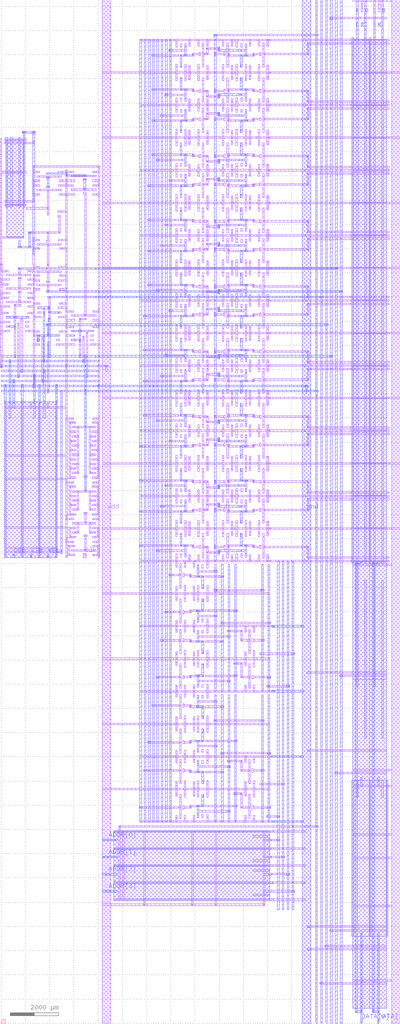
<source format=lef>
VERSION 5.4 ;
NAMESCASESENSITIVE ON ;
BUSBITCHARS "[]" ;
DIVIDERCHAR "/" ;
UNITS
  DATABASE MICRONS 1000 ;
END UNITS
SITE  MacroSite
   CLASS Core ;
   SIZE 175.0 by 135.0 ;
END  MacroSite
MACRO sram_2_16_1_freepdk45
   CLASS BLOCK ;
   SIZE 175.0 BY 135.0 ;
   SYMMETRY X Y R90 ;
   SITE MacroSite ;
   PIN DATA[0]
      DIRECTION INOUT ;
      PORT
         LAYER metal2 ;
         RECT  14837.5 0.0 14907.5 140.0 ;
      END
   END DATA[0]
   PIN DATA[1]
      DIRECTION INOUT ;
      PORT
         LAYER metal2 ;
         RECT  15542.5 0.0 15612.5 140.0 ;
      END
   END DATA[1]
   PIN ADDR[0]
      DIRECTION INPUT ;
      PORT
         LAYER metal3 ;
         RECT  4175.0 7532.5 4655.0 7602.5 ;
      END
   END ADDR[0]
   PIN ADDR[1]
      DIRECTION INPUT ;
      PORT
         LAYER metal3 ;
         RECT  4175.0 6827.5 4655.0 6897.5 ;
      END
   END ADDR[1]
   PIN ADDR[2]
      DIRECTION INPUT ;
      PORT
         LAYER metal3 ;
         RECT  4175.0 6122.5 4655.0 6192.5 ;
      END
   END ADDR[2]
   PIN ADDR[3]
      DIRECTION INPUT ;
      PORT
         LAYER metal3 ;
         RECT  4175.0 5417.5 4655.0 5487.5 ;
      END
   END ADDR[3]
   PIN CSb
      DIRECTION INPUT ;
      PORT
         LAYER metal3 ;
         RECT  1187.5 19230.0 1257.5 19370.0 ;
      END
   END CSb
   PIN WEb
      DIRECTION INPUT ;
      PORT
         LAYER metal3 ;
         RECT  1892.5 19230.0 1962.5 19370.0 ;
      END
   END WEb
   PIN OEb
      DIRECTION INPUT ;
      PORT
         LAYER metal3 ;
         RECT  482.5 19230.0 552.5 19370.0 ;
      END
   END OEb
   PIN clk
      DIRECTION INPUT ;
      PORT
         LAYER metal1 ;
         RECT  3385.0 19230.0 3520.0 19420.0 ;
      END
   END clk
   PIN vdd
      DIRECTION INOUT ;
      USE POWER ; 
      SHAPE ABUTMENT ; 
      PORT
         LAYER metal1 ;
         RECT  16125.0 0.0 16475.0 42270.0 ;
         LAYER metal1 ;
         RECT  4175.0 0.0 4525.0 42270.0 ;
      END
   END vdd
   PIN gnd
      DIRECTION INOUT ;
      USE GROUND ; 
      SHAPE ABUTMENT ; 
      PORT
         LAYER metal2 ;
         RECT  12427.5 0.0 12777.5 42270.0 ;
      END
   END gnd
   OBS
   LAYER  metal1 ;
      RECT  4317.5 26935.0 4382.5 27140.0 ;
      RECT  8475.0 19640.0 8540.0 19705.0 ;
      RECT  8475.0 19412.5 8540.0 19477.5 ;
      RECT  8405.0 19640.0 8507.5 19705.0 ;
      RECT  8475.0 19445.0 8540.0 19672.5 ;
      RECT  8507.5 19412.5 8610.0 19477.5 ;
      RECT  12632.5 19640.0 12697.5 19705.0 ;
      RECT  12632.5 19197.5 12697.5 19262.5 ;
      RECT  10900.0 19640.0 12665.0 19705.0 ;
      RECT  12632.5 19230.0 12697.5 19672.5 ;
      RECT  12665.0 19197.5 14430.0 19262.5 ;
      RECT  8475.0 21165.0 8540.0 21230.0 ;
      RECT  8475.0 21392.5 8540.0 21457.5 ;
      RECT  8405.0 21165.0 8507.5 21230.0 ;
      RECT  8475.0 21197.5 8540.0 21425.0 ;
      RECT  8507.5 21392.5 8610.0 21457.5 ;
      RECT  12632.5 21165.0 12697.5 21230.0 ;
      RECT  12632.5 21607.5 12697.5 21672.5 ;
      RECT  10900.0 21165.0 12665.0 21230.0 ;
      RECT  12632.5 21197.5 12697.5 21640.0 ;
      RECT  12665.0 21607.5 14430.0 21672.5 ;
      RECT  8475.0 22330.0 8540.0 22395.0 ;
      RECT  8475.0 22102.5 8540.0 22167.5 ;
      RECT  8405.0 22330.0 8507.5 22395.0 ;
      RECT  8475.0 22135.0 8540.0 22362.5 ;
      RECT  8507.5 22102.5 8610.0 22167.5 ;
      RECT  12632.5 22330.0 12697.5 22395.0 ;
      RECT  12632.5 21887.5 12697.5 21952.5 ;
      RECT  10900.0 22330.0 12665.0 22395.0 ;
      RECT  12632.5 21920.0 12697.5 22362.5 ;
      RECT  12665.0 21887.5 14430.0 21952.5 ;
      RECT  8475.0 23855.0 8540.0 23920.0 ;
      RECT  8475.0 24082.5 8540.0 24147.5 ;
      RECT  8405.0 23855.0 8507.5 23920.0 ;
      RECT  8475.0 23887.5 8540.0 24115.0 ;
      RECT  8507.5 24082.5 8610.0 24147.5 ;
      RECT  12632.5 23855.0 12697.5 23920.0 ;
      RECT  12632.5 24297.5 12697.5 24362.5 ;
      RECT  10900.0 23855.0 12665.0 23920.0 ;
      RECT  12632.5 23887.5 12697.5 24330.0 ;
      RECT  12665.0 24297.5 14430.0 24362.5 ;
      RECT  8475.0 25020.0 8540.0 25085.0 ;
      RECT  8475.0 24792.5 8540.0 24857.5 ;
      RECT  8405.0 25020.0 8507.5 25085.0 ;
      RECT  8475.0 24825.0 8540.0 25052.5 ;
      RECT  8507.5 24792.5 8610.0 24857.5 ;
      RECT  12632.5 25020.0 12697.5 25085.0 ;
      RECT  12632.5 24577.5 12697.5 24642.5 ;
      RECT  10900.0 25020.0 12665.0 25085.0 ;
      RECT  12632.5 24610.0 12697.5 25052.5 ;
      RECT  12665.0 24577.5 14430.0 24642.5 ;
      RECT  8475.0 26545.0 8540.0 26610.0 ;
      RECT  8475.0 26772.5 8540.0 26837.5 ;
      RECT  8405.0 26545.0 8507.5 26610.0 ;
      RECT  8475.0 26577.5 8540.0 26805.0 ;
      RECT  8507.5 26772.5 8610.0 26837.5 ;
      RECT  12632.5 26545.0 12697.5 26610.0 ;
      RECT  12632.5 26987.5 12697.5 27052.5 ;
      RECT  10900.0 26545.0 12665.0 26610.0 ;
      RECT  12632.5 26577.5 12697.5 27020.0 ;
      RECT  12665.0 26987.5 14430.0 27052.5 ;
      RECT  8475.0 27710.0 8540.0 27775.0 ;
      RECT  8475.0 27482.5 8540.0 27547.5 ;
      RECT  8405.0 27710.0 8507.5 27775.0 ;
      RECT  8475.0 27515.0 8540.0 27742.5 ;
      RECT  8507.5 27482.5 8610.0 27547.5 ;
      RECT  12632.5 27710.0 12697.5 27775.0 ;
      RECT  12632.5 27267.5 12697.5 27332.5 ;
      RECT  10900.0 27710.0 12665.0 27775.0 ;
      RECT  12632.5 27300.0 12697.5 27742.5 ;
      RECT  12665.0 27267.5 14430.0 27332.5 ;
      RECT  8475.0 29235.0 8540.0 29300.0 ;
      RECT  8475.0 29462.5 8540.0 29527.5 ;
      RECT  8405.0 29235.0 8507.5 29300.0 ;
      RECT  8475.0 29267.5 8540.0 29495.0 ;
      RECT  8507.5 29462.5 8610.0 29527.5 ;
      RECT  12632.5 29235.0 12697.5 29300.0 ;
      RECT  12632.5 29677.5 12697.5 29742.5 ;
      RECT  10900.0 29235.0 12665.0 29300.0 ;
      RECT  12632.5 29267.5 12697.5 29710.0 ;
      RECT  12665.0 29677.5 14430.0 29742.5 ;
      RECT  8475.0 30400.0 8540.0 30465.0 ;
      RECT  8475.0 30172.5 8540.0 30237.5 ;
      RECT  8405.0 30400.0 8507.5 30465.0 ;
      RECT  8475.0 30205.0 8540.0 30432.5 ;
      RECT  8507.5 30172.5 8610.0 30237.5 ;
      RECT  12632.5 30400.0 12697.5 30465.0 ;
      RECT  12632.5 29957.5 12697.5 30022.5 ;
      RECT  10900.0 30400.0 12665.0 30465.0 ;
      RECT  12632.5 29990.0 12697.5 30432.5 ;
      RECT  12665.0 29957.5 14430.0 30022.5 ;
      RECT  8475.0 31925.0 8540.0 31990.0 ;
      RECT  8475.0 32152.5 8540.0 32217.5 ;
      RECT  8405.0 31925.0 8507.5 31990.0 ;
      RECT  8475.0 31957.5 8540.0 32185.0 ;
      RECT  8507.5 32152.5 8610.0 32217.5 ;
      RECT  12632.5 31925.0 12697.5 31990.0 ;
      RECT  12632.5 32367.5 12697.5 32432.5 ;
      RECT  10900.0 31925.0 12665.0 31990.0 ;
      RECT  12632.5 31957.5 12697.5 32400.0 ;
      RECT  12665.0 32367.5 14430.0 32432.5 ;
      RECT  8475.0 33090.0 8540.0 33155.0 ;
      RECT  8475.0 32862.5 8540.0 32927.5 ;
      RECT  8405.0 33090.0 8507.5 33155.0 ;
      RECT  8475.0 32895.0 8540.0 33122.5 ;
      RECT  8507.5 32862.5 8610.0 32927.5 ;
      RECT  12632.5 33090.0 12697.5 33155.0 ;
      RECT  12632.5 32647.5 12697.5 32712.5 ;
      RECT  10900.0 33090.0 12665.0 33155.0 ;
      RECT  12632.5 32680.0 12697.5 33122.5 ;
      RECT  12665.0 32647.5 14430.0 32712.5 ;
      RECT  8475.0 34615.0 8540.0 34680.0 ;
      RECT  8475.0 34842.5 8540.0 34907.5 ;
      RECT  8405.0 34615.0 8507.5 34680.0 ;
      RECT  8475.0 34647.5 8540.0 34875.0 ;
      RECT  8507.5 34842.5 8610.0 34907.5 ;
      RECT  12632.5 34615.0 12697.5 34680.0 ;
      RECT  12632.5 35057.5 12697.5 35122.5 ;
      RECT  10900.0 34615.0 12665.0 34680.0 ;
      RECT  12632.5 34647.5 12697.5 35090.0 ;
      RECT  12665.0 35057.5 14430.0 35122.5 ;
      RECT  8475.0 35780.0 8540.0 35845.0 ;
      RECT  8475.0 35552.5 8540.0 35617.5 ;
      RECT  8405.0 35780.0 8507.5 35845.0 ;
      RECT  8475.0 35585.0 8540.0 35812.5 ;
      RECT  8507.5 35552.5 8610.0 35617.5 ;
      RECT  12632.5 35780.0 12697.5 35845.0 ;
      RECT  12632.5 35337.5 12697.5 35402.5 ;
      RECT  10900.0 35780.0 12665.0 35845.0 ;
      RECT  12632.5 35370.0 12697.5 35812.5 ;
      RECT  12665.0 35337.5 14430.0 35402.5 ;
      RECT  8475.0 37305.0 8540.0 37370.0 ;
      RECT  8475.0 37532.5 8540.0 37597.5 ;
      RECT  8405.0 37305.0 8507.5 37370.0 ;
      RECT  8475.0 37337.5 8540.0 37565.0 ;
      RECT  8507.5 37532.5 8610.0 37597.5 ;
      RECT  12632.5 37305.0 12697.5 37370.0 ;
      RECT  12632.5 37747.5 12697.5 37812.5 ;
      RECT  10900.0 37305.0 12665.0 37370.0 ;
      RECT  12632.5 37337.5 12697.5 37780.0 ;
      RECT  12665.0 37747.5 14430.0 37812.5 ;
      RECT  8475.0 38470.0 8540.0 38535.0 ;
      RECT  8475.0 38242.5 8540.0 38307.5 ;
      RECT  8405.0 38470.0 8507.5 38535.0 ;
      RECT  8475.0 38275.0 8540.0 38502.5 ;
      RECT  8507.5 38242.5 8610.0 38307.5 ;
      RECT  12632.5 38470.0 12697.5 38535.0 ;
      RECT  12632.5 38027.5 12697.5 38092.5 ;
      RECT  10900.0 38470.0 12665.0 38535.0 ;
      RECT  12632.5 38060.0 12697.5 38502.5 ;
      RECT  12665.0 38027.5 14430.0 38092.5 ;
      RECT  8475.0 39995.0 8540.0 40060.0 ;
      RECT  8475.0 40222.5 8540.0 40287.5 ;
      RECT  8405.0 39995.0 8507.5 40060.0 ;
      RECT  8475.0 40027.5 8540.0 40255.0 ;
      RECT  8507.5 40222.5 8610.0 40287.5 ;
      RECT  12632.5 39995.0 12697.5 40060.0 ;
      RECT  12632.5 40437.5 12697.5 40502.5 ;
      RECT  10900.0 39995.0 12665.0 40060.0 ;
      RECT  12632.5 40027.5 12697.5 40470.0 ;
      RECT  12665.0 40437.5 14430.0 40502.5 ;
      RECT  9065.0 19057.5 14520.0 19122.5 ;
      RECT  9065.0 21747.5 14520.0 21812.5 ;
      RECT  9065.0 24437.5 14520.0 24502.5 ;
      RECT  9065.0 27127.5 14520.0 27192.5 ;
      RECT  9065.0 29817.5 14520.0 29882.5 ;
      RECT  9065.0 32507.5 14520.0 32572.5 ;
      RECT  9065.0 35197.5 14520.0 35262.5 ;
      RECT  9065.0 37887.5 14520.0 37952.5 ;
      RECT  9065.0 40577.5 14520.0 40642.5 ;
      RECT  4175.0 20402.5 16475.0 20467.5 ;
      RECT  4175.0 23092.5 16475.0 23157.5 ;
      RECT  4175.0 25782.5 16475.0 25847.5 ;
      RECT  4175.0 28472.5 16475.0 28537.5 ;
      RECT  4175.0 31162.5 16475.0 31227.5 ;
      RECT  4175.0 33852.5 16475.0 33917.5 ;
      RECT  4175.0 36542.5 16475.0 36607.5 ;
      RECT  4175.0 39232.5 16475.0 39297.5 ;
      RECT  11095.0 8502.5 11437.5 8567.5 ;
      RECT  10820.0 9847.5 11642.5 9912.5 ;
      RECT  11095.0 13882.5 11847.5 13947.5 ;
      RECT  10820.0 15227.5 12052.5 15292.5 ;
      RECT  11095.0 8297.5 11232.5 8362.5 ;
      RECT  11095.0 10987.5 11232.5 11052.5 ;
      RECT  11095.0 13677.5 11232.5 13742.5 ;
      RECT  11095.0 16367.5 11232.5 16432.5 ;
      RECT  4175.0 9642.5 11095.0 9707.5 ;
      RECT  4175.0 12332.5 11095.0 12397.5 ;
      RECT  4175.0 15022.5 11095.0 15087.5 ;
      RECT  4175.0 17712.5 11095.0 17777.5 ;
      RECT  11095.0 7535.0 11437.5 7600.0 ;
      RECT  11095.0 6830.0 11642.5 6895.0 ;
      RECT  11095.0 6125.0 11847.5 6190.0 ;
      RECT  11095.0 5420.0 12052.5 5485.0 ;
      RECT  11095.0 7887.5 12562.5 7952.5 ;
      RECT  11095.0 7182.5 12562.5 7247.5 ;
      RECT  11095.0 6477.5 12562.5 6542.5 ;
      RECT  11095.0 5772.5 12562.5 5837.5 ;
      RECT  11095.0 5067.5 12562.5 5132.5 ;
      RECT  7865.0 4862.5 7930.0 4927.5 ;
      RECT  7865.0 4895.0 7930.0 5100.0 ;
      RECT  4175.0 4862.5 7897.5 4927.5 ;
      RECT  10825.0 4862.5 10890.0 4927.5 ;
      RECT  10825.0 4895.0 10890.0 5100.0 ;
      RECT  4175.0 4862.5 10857.5 4927.5 ;
      RECT  5875.0 4862.5 5940.0 4927.5 ;
      RECT  5875.0 4895.0 5940.0 5100.0 ;
      RECT  4175.0 4862.5 5907.5 4927.5 ;
      RECT  8835.0 4862.5 8900.0 4927.5 ;
      RECT  8835.0 4895.0 8900.0 5100.0 ;
      RECT  4175.0 4862.5 8867.5 4927.5 ;
      RECT  13632.5 3795.0 14520.0 3860.0 ;
      RECT  13222.5 1610.0 14520.0 1675.0 ;
      RECT  13427.5 3157.5 14520.0 3222.5 ;
      RECT  13632.5 41477.5 14520.0 41542.5 ;
      RECT  13837.5 10297.5 14520.0 10362.5 ;
      RECT  14042.5 14322.5 14520.0 14387.5 ;
      RECT  4860.0 8092.5 4925.0 8157.5 ;
      RECT  4860.0 7920.0 4925.0 8125.0 ;
      RECT  4892.5 8092.5 13017.5 8157.5 ;
      RECT  8840.0 40782.5 13082.5 40847.5 ;
      RECT  14520.0 42205.0 16125.0 42270.0 ;
      RECT  14520.0 18895.0 16125.0 18960.0 ;
      RECT  14520.0 10427.5 16125.0 10492.5 ;
      RECT  14520.0 6800.0 16125.0 6865.0 ;
      RECT  14520.0 9760.0 16125.0 9825.0 ;
      RECT  14520.0 4810.0 16125.0 4875.0 ;
      RECT  14520.0 7770.0 16125.0 7835.0 ;
      RECT  14520.0 1740.0 16125.0 1805.0 ;
      RECT  12777.5 3027.5 14520.0 3092.5 ;
      RECT  12777.5 14452.5 14520.0 14517.5 ;
      RECT  12777.5 3955.0 14520.0 4020.0 ;
      RECT  12777.5 11230.0 14520.0 11295.0 ;
      RECT  14520.0 19090.0 15225.0 20435.0 ;
      RECT  14520.0 21780.0 15225.0 20435.0 ;
      RECT  14520.0 21780.0 15225.0 23125.0 ;
      RECT  14520.0 24470.0 15225.0 23125.0 ;
      RECT  14520.0 24470.0 15225.0 25815.0 ;
      RECT  14520.0 27160.0 15225.0 25815.0 ;
      RECT  14520.0 27160.0 15225.0 28505.0 ;
      RECT  14520.0 29850.0 15225.0 28505.0 ;
      RECT  14520.0 29850.0 15225.0 31195.0 ;
      RECT  14520.0 32540.0 15225.0 31195.0 ;
      RECT  14520.0 32540.0 15225.0 33885.0 ;
      RECT  14520.0 35230.0 15225.0 33885.0 ;
      RECT  14520.0 35230.0 15225.0 36575.0 ;
      RECT  14520.0 37920.0 15225.0 36575.0 ;
      RECT  14520.0 37920.0 15225.0 39265.0 ;
      RECT  14520.0 40610.0 15225.0 39265.0 ;
      RECT  15225.0 19090.0 15930.0 20435.0 ;
      RECT  15225.0 21780.0 15930.0 20435.0 ;
      RECT  15225.0 21780.0 15930.0 23125.0 ;
      RECT  15225.0 24470.0 15930.0 23125.0 ;
      RECT  15225.0 24470.0 15930.0 25815.0 ;
      RECT  15225.0 27160.0 15930.0 25815.0 ;
      RECT  15225.0 27160.0 15930.0 28505.0 ;
      RECT  15225.0 29850.0 15930.0 28505.0 ;
      RECT  15225.0 29850.0 15930.0 31195.0 ;
      RECT  15225.0 32540.0 15930.0 31195.0 ;
      RECT  15225.0 32540.0 15930.0 33885.0 ;
      RECT  15225.0 35230.0 15930.0 33885.0 ;
      RECT  15225.0 35230.0 15930.0 36575.0 ;
      RECT  15225.0 37920.0 15930.0 36575.0 ;
      RECT  15225.0 37920.0 15930.0 39265.0 ;
      RECT  15225.0 40610.0 15930.0 39265.0 ;
      RECT  14430.0 19197.5 16020.0 19262.5 ;
      RECT  14430.0 21607.5 16020.0 21672.5 ;
      RECT  14430.0 21887.5 16020.0 21952.5 ;
      RECT  14430.0 24297.5 16020.0 24362.5 ;
      RECT  14430.0 24577.5 16020.0 24642.5 ;
      RECT  14430.0 26987.5 16020.0 27052.5 ;
      RECT  14430.0 27267.5 16020.0 27332.5 ;
      RECT  14430.0 29677.5 16020.0 29742.5 ;
      RECT  14430.0 29957.5 16020.0 30022.5 ;
      RECT  14430.0 32367.5 16020.0 32432.5 ;
      RECT  14430.0 32647.5 16020.0 32712.5 ;
      RECT  14430.0 35057.5 16020.0 35122.5 ;
      RECT  14430.0 35337.5 16020.0 35402.5 ;
      RECT  14430.0 37747.5 16020.0 37812.5 ;
      RECT  14430.0 38027.5 16020.0 38092.5 ;
      RECT  14430.0 40437.5 16020.0 40502.5 ;
      RECT  14430.0 20402.5 16020.0 20467.5 ;
      RECT  14430.0 23092.5 16020.0 23157.5 ;
      RECT  14430.0 25782.5 16020.0 25847.5 ;
      RECT  14430.0 28472.5 16020.0 28537.5 ;
      RECT  14430.0 31162.5 16020.0 31227.5 ;
      RECT  14430.0 33852.5 16020.0 33917.5 ;
      RECT  14430.0 36542.5 16020.0 36607.5 ;
      RECT  14430.0 39232.5 16020.0 39297.5 ;
      RECT  14430.0 19057.5 16020.0 19122.5 ;
      RECT  14430.0 21747.5 16020.0 21812.5 ;
      RECT  14430.0 24437.5 16020.0 24502.5 ;
      RECT  14430.0 27127.5 16020.0 27192.5 ;
      RECT  14430.0 29817.5 16020.0 29882.5 ;
      RECT  14430.0 32507.5 16020.0 32572.5 ;
      RECT  14430.0 35197.5 16020.0 35262.5 ;
      RECT  14430.0 37887.5 16020.0 37952.5 ;
      RECT  14430.0 40577.5 16020.0 40642.5 ;
      RECT  14872.5 41767.5 14937.5 42270.0 ;
      RECT  14682.5 41182.5 14747.5 41317.5 ;
      RECT  14872.5 41182.5 14937.5 41317.5 ;
      RECT  14872.5 41182.5 14937.5 41317.5 ;
      RECT  14682.5 41182.5 14747.5 41317.5 ;
      RECT  14682.5 41767.5 14747.5 41902.5 ;
      RECT  14872.5 41767.5 14937.5 41902.5 ;
      RECT  14872.5 41767.5 14937.5 41902.5 ;
      RECT  14682.5 41767.5 14747.5 41902.5 ;
      RECT  14872.5 41767.5 14937.5 41902.5 ;
      RECT  15062.5 41767.5 15127.5 41902.5 ;
      RECT  15062.5 41767.5 15127.5 41902.5 ;
      RECT  14872.5 41767.5 14937.5 41902.5 ;
      RECT  14852.5 41477.5 14717.5 41542.5 ;
      RECT  14872.5 42067.5 14937.5 42202.5 ;
      RECT  14682.5 41182.5 14747.5 41317.5 ;
      RECT  14872.5 41182.5 14937.5 41317.5 ;
      RECT  14682.5 41767.5 14747.5 41902.5 ;
      RECT  15062.5 41767.5 15127.5 41902.5 ;
      RECT  14682.5 41182.5 14747.5 41317.5 ;
      RECT  14872.5 41182.5 14937.5 41317.5 ;
      RECT  14682.5 41767.5 14747.5 41902.5 ;
      RECT  15062.5 41767.5 15127.5 41902.5 ;
      RECT  14520.0 41477.5 15225.0 41542.5 ;
      RECT  14520.0 42205.0 15225.0 42270.0 ;
      RECT  15577.5 41767.5 15642.5 42270.0 ;
      RECT  15387.5 41182.5 15452.5 41317.5 ;
      RECT  15577.5 41182.5 15642.5 41317.5 ;
      RECT  15577.5 41182.5 15642.5 41317.5 ;
      RECT  15387.5 41182.5 15452.5 41317.5 ;
      RECT  15387.5 41767.5 15452.5 41902.5 ;
      RECT  15577.5 41767.5 15642.5 41902.5 ;
      RECT  15577.5 41767.5 15642.5 41902.5 ;
      RECT  15387.5 41767.5 15452.5 41902.5 ;
      RECT  15577.5 41767.5 15642.5 41902.5 ;
      RECT  15767.5 41767.5 15832.5 41902.5 ;
      RECT  15767.5 41767.5 15832.5 41902.5 ;
      RECT  15577.5 41767.5 15642.5 41902.5 ;
      RECT  15557.5 41477.5 15422.5 41542.5 ;
      RECT  15577.5 42067.5 15642.5 42202.5 ;
      RECT  15387.5 41182.5 15452.5 41317.5 ;
      RECT  15577.5 41182.5 15642.5 41317.5 ;
      RECT  15387.5 41767.5 15452.5 41902.5 ;
      RECT  15767.5 41767.5 15832.5 41902.5 ;
      RECT  15387.5 41182.5 15452.5 41317.5 ;
      RECT  15577.5 41182.5 15642.5 41317.5 ;
      RECT  15387.5 41767.5 15452.5 41902.5 ;
      RECT  15767.5 41767.5 15832.5 41902.5 ;
      RECT  15225.0 41477.5 15930.0 41542.5 ;
      RECT  15225.0 42205.0 15930.0 42270.0 ;
      RECT  14520.0 41477.5 15930.0 41542.5 ;
      RECT  14520.0 42205.0 15930.0 42270.0 ;
      RECT  14520.0 14205.0 15225.0 19090.0 ;
      RECT  15225.0 14205.0 15930.0 19090.0 ;
      RECT  14520.0 14322.5 15930.0 14387.5 ;
      RECT  14520.0 18895.0 15930.0 18960.0 ;
      RECT  14520.0 14452.5 15930.0 14517.5 ;
      RECT  14520.0 10030.0 15225.0 14205.0 ;
      RECT  15225.0 10030.0 15930.0 14205.0 ;
      RECT  14520.0 10297.5 15930.0 10362.5 ;
      RECT  14520.0 10427.5 15930.0 10492.5 ;
      RECT  14520.0 11230.0 15930.0 11295.0 ;
      RECT  14520.0 3590.0 15225.0 10030.0 ;
      RECT  15930.0 3590.0 15225.0 10030.0 ;
      RECT  14520.0 3795.0 15930.0 3860.0 ;
      RECT  14520.0 6800.0 15930.0 6865.0 ;
      RECT  14520.0 9760.0 15930.0 9825.0 ;
      RECT  14520.0 4810.0 15930.0 4875.0 ;
      RECT  14520.0 7770.0 15930.0 7835.0 ;
      RECT  14520.0 3955.0 15930.0 4020.0 ;
      RECT  14520.0 3590.0 15225.0 615.0 ;
      RECT  15225.0 3590.0 15930.0 615.0 ;
      RECT  14520.0 3222.5 15930.0 3157.5 ;
      RECT  14520.0 1675.0 15930.0 1610.0 ;
      RECT  14520.0 1805.0 15930.0 1740.0 ;
      RECT  14520.0 3092.5 15930.0 3027.5 ;
      RECT  7895.0 19697.5 7960.0 19762.5 ;
      RECT  7895.0 19640.0 7960.0 19705.0 ;
      RECT  7677.5 19697.5 7927.5 19762.5 ;
      RECT  7895.0 19672.5 7960.0 19730.0 ;
      RECT  7927.5 19640.0 8175.0 19705.0 ;
      RECT  7895.0 21107.5 7960.0 21172.5 ;
      RECT  7895.0 21165.0 7960.0 21230.0 ;
      RECT  7677.5 21107.5 7927.5 21172.5 ;
      RECT  7895.0 21140.0 7960.0 21197.5 ;
      RECT  7927.5 21165.0 8175.0 21230.0 ;
      RECT  7895.0 22387.5 7960.0 22452.5 ;
      RECT  7895.0 22330.0 7960.0 22395.0 ;
      RECT  7677.5 22387.5 7927.5 22452.5 ;
      RECT  7895.0 22362.5 7960.0 22420.0 ;
      RECT  7927.5 22330.0 8175.0 22395.0 ;
      RECT  7895.0 23797.5 7960.0 23862.5 ;
      RECT  7895.0 23855.0 7960.0 23920.0 ;
      RECT  7677.5 23797.5 7927.5 23862.5 ;
      RECT  7895.0 23830.0 7960.0 23887.5 ;
      RECT  7927.5 23855.0 8175.0 23920.0 ;
      RECT  7895.0 25077.5 7960.0 25142.5 ;
      RECT  7895.0 25020.0 7960.0 25085.0 ;
      RECT  7677.5 25077.5 7927.5 25142.5 ;
      RECT  7895.0 25052.5 7960.0 25110.0 ;
      RECT  7927.5 25020.0 8175.0 25085.0 ;
      RECT  7895.0 26487.5 7960.0 26552.5 ;
      RECT  7895.0 26545.0 7960.0 26610.0 ;
      RECT  7677.5 26487.5 7927.5 26552.5 ;
      RECT  7895.0 26520.0 7960.0 26577.5 ;
      RECT  7927.5 26545.0 8175.0 26610.0 ;
      RECT  7895.0 27767.5 7960.0 27832.5 ;
      RECT  7895.0 27710.0 7960.0 27775.0 ;
      RECT  7677.5 27767.5 7927.5 27832.5 ;
      RECT  7895.0 27742.5 7960.0 27800.0 ;
      RECT  7927.5 27710.0 8175.0 27775.0 ;
      RECT  7895.0 29177.5 7960.0 29242.5 ;
      RECT  7895.0 29235.0 7960.0 29300.0 ;
      RECT  7677.5 29177.5 7927.5 29242.5 ;
      RECT  7895.0 29210.0 7960.0 29267.5 ;
      RECT  7927.5 29235.0 8175.0 29300.0 ;
      RECT  7895.0 30457.5 7960.0 30522.5 ;
      RECT  7895.0 30400.0 7960.0 30465.0 ;
      RECT  7677.5 30457.5 7927.5 30522.5 ;
      RECT  7895.0 30432.5 7960.0 30490.0 ;
      RECT  7927.5 30400.0 8175.0 30465.0 ;
      RECT  7895.0 31867.5 7960.0 31932.5 ;
      RECT  7895.0 31925.0 7960.0 31990.0 ;
      RECT  7677.5 31867.5 7927.5 31932.5 ;
      RECT  7895.0 31900.0 7960.0 31957.5 ;
      RECT  7927.5 31925.0 8175.0 31990.0 ;
      RECT  7895.0 33147.5 7960.0 33212.5 ;
      RECT  7895.0 33090.0 7960.0 33155.0 ;
      RECT  7677.5 33147.5 7927.5 33212.5 ;
      RECT  7895.0 33122.5 7960.0 33180.0 ;
      RECT  7927.5 33090.0 8175.0 33155.0 ;
      RECT  7895.0 34557.5 7960.0 34622.5 ;
      RECT  7895.0 34615.0 7960.0 34680.0 ;
      RECT  7677.5 34557.5 7927.5 34622.5 ;
      RECT  7895.0 34590.0 7960.0 34647.5 ;
      RECT  7927.5 34615.0 8175.0 34680.0 ;
      RECT  7895.0 35837.5 7960.0 35902.5 ;
      RECT  7895.0 35780.0 7960.0 35845.0 ;
      RECT  7677.5 35837.5 7927.5 35902.5 ;
      RECT  7895.0 35812.5 7960.0 35870.0 ;
      RECT  7927.5 35780.0 8175.0 35845.0 ;
      RECT  7895.0 37247.5 7960.0 37312.5 ;
      RECT  7895.0 37305.0 7960.0 37370.0 ;
      RECT  7677.5 37247.5 7927.5 37312.5 ;
      RECT  7895.0 37280.0 7960.0 37337.5 ;
      RECT  7927.5 37305.0 8175.0 37370.0 ;
      RECT  7895.0 38527.5 7960.0 38592.5 ;
      RECT  7895.0 38470.0 7960.0 38535.0 ;
      RECT  7677.5 38527.5 7927.5 38592.5 ;
      RECT  7895.0 38502.5 7960.0 38560.0 ;
      RECT  7927.5 38470.0 8175.0 38535.0 ;
      RECT  7895.0 39937.5 7960.0 40002.5 ;
      RECT  7895.0 39995.0 7960.0 40060.0 ;
      RECT  7677.5 39937.5 7927.5 40002.5 ;
      RECT  7895.0 39970.0 7960.0 40027.5 ;
      RECT  7927.5 39995.0 8175.0 40060.0 ;
      RECT  5765.0 8880.0 7130.0 8945.0 ;
      RECT  5940.0 10405.0 7130.0 10470.0 ;
      RECT  6115.0 11570.0 7130.0 11635.0 ;
      RECT  6290.0 13095.0 7130.0 13160.0 ;
      RECT  6465.0 14260.0 7130.0 14325.0 ;
      RECT  6640.0 15785.0 7130.0 15850.0 ;
      RECT  6815.0 16950.0 7130.0 17015.0 ;
      RECT  6990.0 18475.0 7130.0 18540.0 ;
      RECT  5765.0 19697.5 7190.0 19762.5 ;
      RECT  6465.0 19482.5 7447.5 19547.5 ;
      RECT  5765.0 21107.5 7190.0 21172.5 ;
      RECT  6640.0 21322.5 7447.5 21387.5 ;
      RECT  5765.0 22387.5 7190.0 22452.5 ;
      RECT  6815.0 22172.5 7447.5 22237.5 ;
      RECT  5765.0 23797.5 7190.0 23862.5 ;
      RECT  6990.0 24012.5 7447.5 24077.5 ;
      RECT  5940.0 25077.5 7190.0 25142.5 ;
      RECT  6465.0 24862.5 7447.5 24927.5 ;
      RECT  5940.0 26487.5 7190.0 26552.5 ;
      RECT  6640.0 26702.5 7447.5 26767.5 ;
      RECT  5940.0 27767.5 7190.0 27832.5 ;
      RECT  6815.0 27552.5 7447.5 27617.5 ;
      RECT  5940.0 29177.5 7190.0 29242.5 ;
      RECT  6990.0 29392.5 7447.5 29457.5 ;
      RECT  6115.0 30457.5 7190.0 30522.5 ;
      RECT  6465.0 30242.5 7447.5 30307.5 ;
      RECT  6115.0 31867.5 7190.0 31932.5 ;
      RECT  6640.0 32082.5 7447.5 32147.5 ;
      RECT  6115.0 33147.5 7190.0 33212.5 ;
      RECT  6815.0 32932.5 7447.5 32997.5 ;
      RECT  6115.0 34557.5 7190.0 34622.5 ;
      RECT  6990.0 34772.5 7447.5 34837.5 ;
      RECT  6290.0 35837.5 7190.0 35902.5 ;
      RECT  6465.0 35622.5 7447.5 35687.5 ;
      RECT  6290.0 37247.5 7190.0 37312.5 ;
      RECT  6640.0 37462.5 7447.5 37527.5 ;
      RECT  6290.0 38527.5 7190.0 38592.5 ;
      RECT  6815.0 38312.5 7447.5 38377.5 ;
      RECT  6290.0 39937.5 7190.0 40002.5 ;
      RECT  6990.0 40152.5 7447.5 40217.5 ;
      RECT  9952.5 8880.0 9887.5 8945.0 ;
      RECT  9952.5 9447.5 9887.5 9512.5 ;
      RECT  10190.0 8880.0 9920.0 8945.0 ;
      RECT  9952.5 8912.5 9887.5 9480.0 ;
      RECT  9920.0 9447.5 9675.0 9512.5 ;
      RECT  11060.0 8880.0 10420.0 8945.0 ;
      RECT  9952.5 10405.0 9887.5 10470.0 ;
      RECT  9952.5 10792.5 9887.5 10857.5 ;
      RECT  10190.0 10405.0 9920.0 10470.0 ;
      RECT  9952.5 10437.5 9887.5 10825.0 ;
      RECT  9920.0 10792.5 9400.0 10857.5 ;
      RECT  10785.0 10405.0 10420.0 10470.0 ;
      RECT  11060.0 11122.5 9125.0 11187.5 ;
      RECT  10785.0 12467.5 8850.0 12532.5 ;
      RECT  9675.0 8937.5 8550.0 9002.5 ;
      RECT  9400.0 8722.5 8292.5 8787.5 ;
      RECT  9125.0 10347.5 8550.0 10412.5 ;
      RECT  9400.0 10562.5 8292.5 10627.5 ;
      RECT  9675.0 11627.5 8550.0 11692.5 ;
      RECT  8850.0 11412.5 8292.5 11477.5 ;
      RECT  9125.0 13037.5 8550.0 13102.5 ;
      RECT  8850.0 13252.5 8292.5 13317.5 ;
      RECT  7845.0 8937.5 7780.0 9002.5 ;
      RECT  7845.0 8880.0 7780.0 8945.0 ;
      RECT  8062.5 8937.5 7812.5 9002.5 ;
      RECT  7845.0 8912.5 7780.0 8970.0 ;
      RECT  7812.5 8880.0 7565.0 8945.0 ;
      RECT  7845.0 10347.5 7780.0 10412.5 ;
      RECT  7845.0 10405.0 7780.0 10470.0 ;
      RECT  8062.5 10347.5 7812.5 10412.5 ;
      RECT  7845.0 10380.0 7780.0 10437.5 ;
      RECT  7812.5 10405.0 7565.0 10470.0 ;
      RECT  7845.0 11627.5 7780.0 11692.5 ;
      RECT  7845.0 11570.0 7780.0 11635.0 ;
      RECT  8062.5 11627.5 7812.5 11692.5 ;
      RECT  7845.0 11602.5 7780.0 11660.0 ;
      RECT  7812.5 11570.0 7565.0 11635.0 ;
      RECT  7845.0 13037.5 7780.0 13102.5 ;
      RECT  7845.0 13095.0 7780.0 13160.0 ;
      RECT  8062.5 13037.5 7812.5 13102.5 ;
      RECT  7845.0 13070.0 7780.0 13127.5 ;
      RECT  7812.5 13095.0 7565.0 13160.0 ;
      RECT  10117.5 8330.0 10052.5 8515.0 ;
      RECT  10117.5 9445.0 10052.5 9675.0 ;
      RECT  10477.5 8447.5 10412.5 8297.5 ;
      RECT  10477.5 9332.5 10412.5 9707.5 ;
      RECT  10287.5 8582.5 10222.5 9332.5 ;
      RECT  10477.5 9332.5 10412.5 9467.5 ;
      RECT  10287.5 9332.5 10222.5 9467.5 ;
      RECT  10287.5 9332.5 10222.5 9467.5 ;
      RECT  10477.5 9332.5 10412.5 9467.5 ;
      RECT  10477.5 8447.5 10412.5 8582.5 ;
      RECT  10287.5 8447.5 10222.5 8582.5 ;
      RECT  10287.5 8447.5 10222.5 8582.5 ;
      RECT  10477.5 8447.5 10412.5 8582.5 ;
      RECT  10117.5 8447.5 10052.5 8582.5 ;
      RECT  10117.5 9377.5 10052.5 9512.5 ;
      RECT  10420.0 8845.0 10355.0 8980.0 ;
      RECT  10420.0 8845.0 10355.0 8980.0 ;
      RECT  10255.0 8880.0 10190.0 8945.0 ;
      RECT  10545.0 9642.5 9985.0 9707.5 ;
      RECT  10545.0 8297.5 9985.0 8362.5 ;
      RECT  10117.5 11020.0 10052.5 10835.0 ;
      RECT  10117.5 9905.0 10052.5 9675.0 ;
      RECT  10477.5 10902.5 10412.5 11052.5 ;
      RECT  10477.5 10017.5 10412.5 9642.5 ;
      RECT  10287.5 10767.5 10222.5 10017.5 ;
      RECT  10477.5 10017.5 10412.5 9882.5 ;
      RECT  10287.5 10017.5 10222.5 9882.5 ;
      RECT  10287.5 10017.5 10222.5 9882.5 ;
      RECT  10477.5 10017.5 10412.5 9882.5 ;
      RECT  10477.5 10902.5 10412.5 10767.5 ;
      RECT  10287.5 10902.5 10222.5 10767.5 ;
      RECT  10287.5 10902.5 10222.5 10767.5 ;
      RECT  10477.5 10902.5 10412.5 10767.5 ;
      RECT  10117.5 10902.5 10052.5 10767.5 ;
      RECT  10117.5 9972.5 10052.5 9837.5 ;
      RECT  10420.0 10505.0 10355.0 10370.0 ;
      RECT  10420.0 10505.0 10355.0 10370.0 ;
      RECT  10255.0 10470.0 10190.0 10405.0 ;
      RECT  10545.0 9707.5 9985.0 9642.5 ;
      RECT  10545.0 11052.5 9985.0 10987.5 ;
      RECT  7262.5 8330.0 7197.5 8515.0 ;
      RECT  7262.5 9445.0 7197.5 9675.0 ;
      RECT  7622.5 8447.5 7557.5 8297.5 ;
      RECT  7622.5 9332.5 7557.5 9707.5 ;
      RECT  7432.5 8582.5 7367.5 9332.5 ;
      RECT  7622.5 9332.5 7557.5 9467.5 ;
      RECT  7432.5 9332.5 7367.5 9467.5 ;
      RECT  7432.5 9332.5 7367.5 9467.5 ;
      RECT  7622.5 9332.5 7557.5 9467.5 ;
      RECT  7622.5 8447.5 7557.5 8582.5 ;
      RECT  7432.5 8447.5 7367.5 8582.5 ;
      RECT  7432.5 8447.5 7367.5 8582.5 ;
      RECT  7622.5 8447.5 7557.5 8582.5 ;
      RECT  7262.5 8447.5 7197.5 8582.5 ;
      RECT  7262.5 9377.5 7197.5 9512.5 ;
      RECT  7565.0 8845.0 7500.0 8980.0 ;
      RECT  7565.0 8845.0 7500.0 8980.0 ;
      RECT  7400.0 8880.0 7335.0 8945.0 ;
      RECT  7690.0 9642.5 7130.0 9707.5 ;
      RECT  7690.0 8297.5 7130.0 8362.5 ;
      RECT  7262.5 11020.0 7197.5 10835.0 ;
      RECT  7262.5 9905.0 7197.5 9675.0 ;
      RECT  7622.5 10902.5 7557.5 11052.5 ;
      RECT  7622.5 10017.5 7557.5 9642.5 ;
      RECT  7432.5 10767.5 7367.5 10017.5 ;
      RECT  7622.5 10017.5 7557.5 9882.5 ;
      RECT  7432.5 10017.5 7367.5 9882.5 ;
      RECT  7432.5 10017.5 7367.5 9882.5 ;
      RECT  7622.5 10017.5 7557.5 9882.5 ;
      RECT  7622.5 10902.5 7557.5 10767.5 ;
      RECT  7432.5 10902.5 7367.5 10767.5 ;
      RECT  7432.5 10902.5 7367.5 10767.5 ;
      RECT  7622.5 10902.5 7557.5 10767.5 ;
      RECT  7262.5 10902.5 7197.5 10767.5 ;
      RECT  7262.5 9972.5 7197.5 9837.5 ;
      RECT  7565.0 10505.0 7500.0 10370.0 ;
      RECT  7565.0 10505.0 7500.0 10370.0 ;
      RECT  7400.0 10470.0 7335.0 10405.0 ;
      RECT  7690.0 9707.5 7130.0 9642.5 ;
      RECT  7690.0 11052.5 7130.0 10987.5 ;
      RECT  7262.5 11020.0 7197.5 11205.0 ;
      RECT  7262.5 12135.0 7197.5 12365.0 ;
      RECT  7622.5 11137.5 7557.5 10987.5 ;
      RECT  7622.5 12022.5 7557.5 12397.5 ;
      RECT  7432.5 11272.5 7367.5 12022.5 ;
      RECT  7622.5 12022.5 7557.5 12157.5 ;
      RECT  7432.5 12022.5 7367.5 12157.5 ;
      RECT  7432.5 12022.5 7367.5 12157.5 ;
      RECT  7622.5 12022.5 7557.5 12157.5 ;
      RECT  7622.5 11137.5 7557.5 11272.5 ;
      RECT  7432.5 11137.5 7367.5 11272.5 ;
      RECT  7432.5 11137.5 7367.5 11272.5 ;
      RECT  7622.5 11137.5 7557.5 11272.5 ;
      RECT  7262.5 11137.5 7197.5 11272.5 ;
      RECT  7262.5 12067.5 7197.5 12202.5 ;
      RECT  7565.0 11535.0 7500.0 11670.0 ;
      RECT  7565.0 11535.0 7500.0 11670.0 ;
      RECT  7400.0 11570.0 7335.0 11635.0 ;
      RECT  7690.0 12332.5 7130.0 12397.5 ;
      RECT  7690.0 10987.5 7130.0 11052.5 ;
      RECT  7262.5 13710.0 7197.5 13525.0 ;
      RECT  7262.5 12595.0 7197.5 12365.0 ;
      RECT  7622.5 13592.5 7557.5 13742.5 ;
      RECT  7622.5 12707.5 7557.5 12332.5 ;
      RECT  7432.5 13457.5 7367.5 12707.5 ;
      RECT  7622.5 12707.5 7557.5 12572.5 ;
      RECT  7432.5 12707.5 7367.5 12572.5 ;
      RECT  7432.5 12707.5 7367.5 12572.5 ;
      RECT  7622.5 12707.5 7557.5 12572.5 ;
      RECT  7622.5 13592.5 7557.5 13457.5 ;
      RECT  7432.5 13592.5 7367.5 13457.5 ;
      RECT  7432.5 13592.5 7367.5 13457.5 ;
      RECT  7622.5 13592.5 7557.5 13457.5 ;
      RECT  7262.5 13592.5 7197.5 13457.5 ;
      RECT  7262.5 12662.5 7197.5 12527.5 ;
      RECT  7565.0 13195.0 7500.0 13060.0 ;
      RECT  7565.0 13195.0 7500.0 13060.0 ;
      RECT  7400.0 13160.0 7335.0 13095.0 ;
      RECT  7690.0 12397.5 7130.0 12332.5 ;
      RECT  7690.0 13742.5 7130.0 13677.5 ;
      RECT  7992.5 8330.0 7927.5 8515.0 ;
      RECT  7992.5 9445.0 7927.5 9675.0 ;
      RECT  8542.5 8492.5 8477.5 8297.5 ;
      RECT  8542.5 9332.5 8477.5 9707.5 ;
      RECT  8162.5 9332.5 8097.5 9707.5 ;
      RECT  8542.5 9332.5 8477.5 9467.5 ;
      RECT  8352.5 9332.5 8287.5 9467.5 ;
      RECT  8352.5 9332.5 8287.5 9467.5 ;
      RECT  8542.5 9332.5 8477.5 9467.5 ;
      RECT  8352.5 9332.5 8287.5 9467.5 ;
      RECT  8162.5 9332.5 8097.5 9467.5 ;
      RECT  8162.5 9332.5 8097.5 9467.5 ;
      RECT  8352.5 9332.5 8287.5 9467.5 ;
      RECT  8542.5 8492.5 8477.5 8627.5 ;
      RECT  8352.5 8492.5 8287.5 8627.5 ;
      RECT  8352.5 8492.5 8287.5 8627.5 ;
      RECT  8542.5 8492.5 8477.5 8627.5 ;
      RECT  8352.5 8492.5 8287.5 8627.5 ;
      RECT  8162.5 8492.5 8097.5 8627.5 ;
      RECT  8162.5 8492.5 8097.5 8627.5 ;
      RECT  8352.5 8492.5 8287.5 8627.5 ;
      RECT  7992.5 8447.5 7927.5 8582.5 ;
      RECT  7992.5 9377.5 7927.5 9512.5 ;
      RECT  8157.5 8722.5 8292.5 8787.5 ;
      RECT  8415.0 8937.5 8550.0 9002.5 ;
      RECT  8352.5 9332.5 8287.5 9467.5 ;
      RECT  8162.5 8492.5 8097.5 8627.5 ;
      RECT  8062.5 8937.5 8197.5 9002.5 ;
      RECT  8550.0 8937.5 8415.0 9002.5 ;
      RECT  8292.5 8722.5 8157.5 8787.5 ;
      RECT  8197.5 8937.5 8062.5 9002.5 ;
      RECT  8610.0 9642.5 7690.0 9707.5 ;
      RECT  8610.0 8297.5 7690.0 8362.5 ;
      RECT  7992.5 11020.0 7927.5 10835.0 ;
      RECT  7992.5 9905.0 7927.5 9675.0 ;
      RECT  8542.5 10857.5 8477.5 11052.5 ;
      RECT  8542.5 10017.5 8477.5 9642.5 ;
      RECT  8162.5 10017.5 8097.5 9642.5 ;
      RECT  8542.5 10017.5 8477.5 9882.5 ;
      RECT  8352.5 10017.5 8287.5 9882.5 ;
      RECT  8352.5 10017.5 8287.5 9882.5 ;
      RECT  8542.5 10017.5 8477.5 9882.5 ;
      RECT  8352.5 10017.5 8287.5 9882.5 ;
      RECT  8162.5 10017.5 8097.5 9882.5 ;
      RECT  8162.5 10017.5 8097.5 9882.5 ;
      RECT  8352.5 10017.5 8287.5 9882.5 ;
      RECT  8542.5 10857.5 8477.5 10722.5 ;
      RECT  8352.5 10857.5 8287.5 10722.5 ;
      RECT  8352.5 10857.5 8287.5 10722.5 ;
      RECT  8542.5 10857.5 8477.5 10722.5 ;
      RECT  8352.5 10857.5 8287.5 10722.5 ;
      RECT  8162.5 10857.5 8097.5 10722.5 ;
      RECT  8162.5 10857.5 8097.5 10722.5 ;
      RECT  8352.5 10857.5 8287.5 10722.5 ;
      RECT  7992.5 10902.5 7927.5 10767.5 ;
      RECT  7992.5 9972.5 7927.5 9837.5 ;
      RECT  8157.5 10627.5 8292.5 10562.5 ;
      RECT  8415.0 10412.5 8550.0 10347.5 ;
      RECT  8352.5 10017.5 8287.5 9882.5 ;
      RECT  8162.5 10857.5 8097.5 10722.5 ;
      RECT  8062.5 10412.5 8197.5 10347.5 ;
      RECT  8550.0 10412.5 8415.0 10347.5 ;
      RECT  8292.5 10627.5 8157.5 10562.5 ;
      RECT  8197.5 10412.5 8062.5 10347.5 ;
      RECT  8610.0 9707.5 7690.0 9642.5 ;
      RECT  8610.0 11052.5 7690.0 10987.5 ;
      RECT  7992.5 11020.0 7927.5 11205.0 ;
      RECT  7992.5 12135.0 7927.5 12365.0 ;
      RECT  8542.5 11182.5 8477.5 10987.5 ;
      RECT  8542.5 12022.5 8477.5 12397.5 ;
      RECT  8162.5 12022.5 8097.5 12397.5 ;
      RECT  8542.5 12022.5 8477.5 12157.5 ;
      RECT  8352.5 12022.5 8287.5 12157.5 ;
      RECT  8352.5 12022.5 8287.5 12157.5 ;
      RECT  8542.5 12022.5 8477.5 12157.5 ;
      RECT  8352.5 12022.5 8287.5 12157.5 ;
      RECT  8162.5 12022.5 8097.5 12157.5 ;
      RECT  8162.5 12022.5 8097.5 12157.5 ;
      RECT  8352.5 12022.5 8287.5 12157.5 ;
      RECT  8542.5 11182.5 8477.5 11317.5 ;
      RECT  8352.5 11182.5 8287.5 11317.5 ;
      RECT  8352.5 11182.5 8287.5 11317.5 ;
      RECT  8542.5 11182.5 8477.5 11317.5 ;
      RECT  8352.5 11182.5 8287.5 11317.5 ;
      RECT  8162.5 11182.5 8097.5 11317.5 ;
      RECT  8162.5 11182.5 8097.5 11317.5 ;
      RECT  8352.5 11182.5 8287.5 11317.5 ;
      RECT  7992.5 11137.5 7927.5 11272.5 ;
      RECT  7992.5 12067.5 7927.5 12202.5 ;
      RECT  8157.5 11412.5 8292.5 11477.5 ;
      RECT  8415.0 11627.5 8550.0 11692.5 ;
      RECT  8352.5 12022.5 8287.5 12157.5 ;
      RECT  8162.5 11182.5 8097.5 11317.5 ;
      RECT  8062.5 11627.5 8197.5 11692.5 ;
      RECT  8550.0 11627.5 8415.0 11692.5 ;
      RECT  8292.5 11412.5 8157.5 11477.5 ;
      RECT  8197.5 11627.5 8062.5 11692.5 ;
      RECT  8610.0 12332.5 7690.0 12397.5 ;
      RECT  8610.0 10987.5 7690.0 11052.5 ;
      RECT  7992.5 13710.0 7927.5 13525.0 ;
      RECT  7992.5 12595.0 7927.5 12365.0 ;
      RECT  8542.5 13547.5 8477.5 13742.5 ;
      RECT  8542.5 12707.5 8477.5 12332.5 ;
      RECT  8162.5 12707.5 8097.5 12332.5 ;
      RECT  8542.5 12707.5 8477.5 12572.5 ;
      RECT  8352.5 12707.5 8287.5 12572.5 ;
      RECT  8352.5 12707.5 8287.5 12572.5 ;
      RECT  8542.5 12707.5 8477.5 12572.5 ;
      RECT  8352.5 12707.5 8287.5 12572.5 ;
      RECT  8162.5 12707.5 8097.5 12572.5 ;
      RECT  8162.5 12707.5 8097.5 12572.5 ;
      RECT  8352.5 12707.5 8287.5 12572.5 ;
      RECT  8542.5 13547.5 8477.5 13412.5 ;
      RECT  8352.5 13547.5 8287.5 13412.5 ;
      RECT  8352.5 13547.5 8287.5 13412.5 ;
      RECT  8542.5 13547.5 8477.5 13412.5 ;
      RECT  8352.5 13547.5 8287.5 13412.5 ;
      RECT  8162.5 13547.5 8097.5 13412.5 ;
      RECT  8162.5 13547.5 8097.5 13412.5 ;
      RECT  8352.5 13547.5 8287.5 13412.5 ;
      RECT  7992.5 13592.5 7927.5 13457.5 ;
      RECT  7992.5 12662.5 7927.5 12527.5 ;
      RECT  8157.5 13317.5 8292.5 13252.5 ;
      RECT  8415.0 13102.5 8550.0 13037.5 ;
      RECT  8352.5 12707.5 8287.5 12572.5 ;
      RECT  8162.5 13547.5 8097.5 13412.5 ;
      RECT  8062.5 13102.5 8197.5 13037.5 ;
      RECT  8550.0 13102.5 8415.0 13037.5 ;
      RECT  8292.5 13317.5 8157.5 13252.5 ;
      RECT  8197.5 13102.5 8062.5 13037.5 ;
      RECT  8610.0 12397.5 7690.0 12332.5 ;
      RECT  8610.0 13742.5 7690.0 13677.5 ;
      RECT  9607.5 9447.5 9742.5 9512.5 ;
      RECT  10992.5 8880.0 11127.5 8945.0 ;
      RECT  9332.5 10792.5 9467.5 10857.5 ;
      RECT  10717.5 10405.0 10852.5 10470.0 ;
      RECT  10992.5 11122.5 11127.5 11187.5 ;
      RECT  9057.5 11122.5 9192.5 11187.5 ;
      RECT  10717.5 12467.5 10852.5 12532.5 ;
      RECT  8782.5 12467.5 8917.5 12532.5 ;
      RECT  9607.5 8937.5 9742.5 9002.5 ;
      RECT  9332.5 8722.5 9467.5 8787.5 ;
      RECT  9057.5 10347.5 9192.5 10412.5 ;
      RECT  9332.5 10562.5 9467.5 10627.5 ;
      RECT  9607.5 11627.5 9742.5 11692.5 ;
      RECT  8782.5 11412.5 8917.5 11477.5 ;
      RECT  9057.5 13037.5 9192.5 13102.5 ;
      RECT  8782.5 13252.5 8917.5 13317.5 ;
      RECT  7335.0 8880.0 7130.0 8945.0 ;
      RECT  7335.0 10405.0 7130.0 10470.0 ;
      RECT  7335.0 11570.0 7130.0 11635.0 ;
      RECT  7335.0 13095.0 7130.0 13160.0 ;
      RECT  11095.0 9642.5 7130.0 9707.5 ;
      RECT  11095.0 12332.5 7130.0 12397.5 ;
      RECT  11095.0 8297.5 7130.0 8362.5 ;
      RECT  11095.0 10987.5 7130.0 11052.5 ;
      RECT  11095.0 13677.5 7130.0 13742.5 ;
      RECT  9952.5 14260.0 9887.5 14325.0 ;
      RECT  9952.5 14827.5 9887.5 14892.5 ;
      RECT  10190.0 14260.0 9920.0 14325.0 ;
      RECT  9952.5 14292.5 9887.5 14860.0 ;
      RECT  9920.0 14827.5 9675.0 14892.5 ;
      RECT  11060.0 14260.0 10420.0 14325.0 ;
      RECT  9952.5 15785.0 9887.5 15850.0 ;
      RECT  9952.5 16172.5 9887.5 16237.5 ;
      RECT  10190.0 15785.0 9920.0 15850.0 ;
      RECT  9952.5 15817.5 9887.5 16205.0 ;
      RECT  9920.0 16172.5 9400.0 16237.5 ;
      RECT  10785.0 15785.0 10420.0 15850.0 ;
      RECT  11060.0 16502.5 9125.0 16567.5 ;
      RECT  10785.0 17847.5 8850.0 17912.5 ;
      RECT  9675.0 14317.5 8550.0 14382.5 ;
      RECT  9400.0 14102.5 8292.5 14167.5 ;
      RECT  9125.0 15727.5 8550.0 15792.5 ;
      RECT  9400.0 15942.5 8292.5 16007.5 ;
      RECT  9675.0 17007.5 8550.0 17072.5 ;
      RECT  8850.0 16792.5 8292.5 16857.5 ;
      RECT  9125.0 18417.5 8550.0 18482.5 ;
      RECT  8850.0 18632.5 8292.5 18697.5 ;
      RECT  7845.0 14317.5 7780.0 14382.5 ;
      RECT  7845.0 14260.0 7780.0 14325.0 ;
      RECT  8062.5 14317.5 7812.5 14382.5 ;
      RECT  7845.0 14292.5 7780.0 14350.0 ;
      RECT  7812.5 14260.0 7565.0 14325.0 ;
      RECT  7845.0 15727.5 7780.0 15792.5 ;
      RECT  7845.0 15785.0 7780.0 15850.0 ;
      RECT  8062.5 15727.5 7812.5 15792.5 ;
      RECT  7845.0 15760.0 7780.0 15817.5 ;
      RECT  7812.5 15785.0 7565.0 15850.0 ;
      RECT  7845.0 17007.5 7780.0 17072.5 ;
      RECT  7845.0 16950.0 7780.0 17015.0 ;
      RECT  8062.5 17007.5 7812.5 17072.5 ;
      RECT  7845.0 16982.5 7780.0 17040.0 ;
      RECT  7812.5 16950.0 7565.0 17015.0 ;
      RECT  7845.0 18417.5 7780.0 18482.5 ;
      RECT  7845.0 18475.0 7780.0 18540.0 ;
      RECT  8062.5 18417.5 7812.5 18482.5 ;
      RECT  7845.0 18450.0 7780.0 18507.5 ;
      RECT  7812.5 18475.0 7565.0 18540.0 ;
      RECT  10117.5 13710.0 10052.5 13895.0 ;
      RECT  10117.5 14825.0 10052.5 15055.0 ;
      RECT  10477.5 13827.5 10412.5 13677.5 ;
      RECT  10477.5 14712.5 10412.5 15087.5 ;
      RECT  10287.5 13962.5 10222.5 14712.5 ;
      RECT  10477.5 14712.5 10412.5 14847.5 ;
      RECT  10287.5 14712.5 10222.5 14847.5 ;
      RECT  10287.5 14712.5 10222.5 14847.5 ;
      RECT  10477.5 14712.5 10412.5 14847.5 ;
      RECT  10477.5 13827.5 10412.5 13962.5 ;
      RECT  10287.5 13827.5 10222.5 13962.5 ;
      RECT  10287.5 13827.5 10222.5 13962.5 ;
      RECT  10477.5 13827.5 10412.5 13962.5 ;
      RECT  10117.5 13827.5 10052.5 13962.5 ;
      RECT  10117.5 14757.5 10052.5 14892.5 ;
      RECT  10420.0 14225.0 10355.0 14360.0 ;
      RECT  10420.0 14225.0 10355.0 14360.0 ;
      RECT  10255.0 14260.0 10190.0 14325.0 ;
      RECT  10545.0 15022.5 9985.0 15087.5 ;
      RECT  10545.0 13677.5 9985.0 13742.5 ;
      RECT  10117.5 16400.0 10052.5 16215.0 ;
      RECT  10117.5 15285.0 10052.5 15055.0 ;
      RECT  10477.5 16282.5 10412.5 16432.5 ;
      RECT  10477.5 15397.5 10412.5 15022.5 ;
      RECT  10287.5 16147.5 10222.5 15397.5 ;
      RECT  10477.5 15397.5 10412.5 15262.5 ;
      RECT  10287.5 15397.5 10222.5 15262.5 ;
      RECT  10287.5 15397.5 10222.5 15262.5 ;
      RECT  10477.5 15397.5 10412.5 15262.5 ;
      RECT  10477.5 16282.5 10412.5 16147.5 ;
      RECT  10287.5 16282.5 10222.5 16147.5 ;
      RECT  10287.5 16282.5 10222.5 16147.5 ;
      RECT  10477.5 16282.5 10412.5 16147.5 ;
      RECT  10117.5 16282.5 10052.5 16147.5 ;
      RECT  10117.5 15352.5 10052.5 15217.5 ;
      RECT  10420.0 15885.0 10355.0 15750.0 ;
      RECT  10420.0 15885.0 10355.0 15750.0 ;
      RECT  10255.0 15850.0 10190.0 15785.0 ;
      RECT  10545.0 15087.5 9985.0 15022.5 ;
      RECT  10545.0 16432.5 9985.0 16367.5 ;
      RECT  7262.5 13710.0 7197.5 13895.0 ;
      RECT  7262.5 14825.0 7197.5 15055.0 ;
      RECT  7622.5 13827.5 7557.5 13677.5 ;
      RECT  7622.5 14712.5 7557.5 15087.5 ;
      RECT  7432.5 13962.5 7367.5 14712.5 ;
      RECT  7622.5 14712.5 7557.5 14847.5 ;
      RECT  7432.5 14712.5 7367.5 14847.5 ;
      RECT  7432.5 14712.5 7367.5 14847.5 ;
      RECT  7622.5 14712.5 7557.5 14847.5 ;
      RECT  7622.5 13827.5 7557.5 13962.5 ;
      RECT  7432.5 13827.5 7367.5 13962.5 ;
      RECT  7432.5 13827.5 7367.5 13962.5 ;
      RECT  7622.5 13827.5 7557.5 13962.5 ;
      RECT  7262.5 13827.5 7197.5 13962.5 ;
      RECT  7262.5 14757.5 7197.5 14892.5 ;
      RECT  7565.0 14225.0 7500.0 14360.0 ;
      RECT  7565.0 14225.0 7500.0 14360.0 ;
      RECT  7400.0 14260.0 7335.0 14325.0 ;
      RECT  7690.0 15022.5 7130.0 15087.5 ;
      RECT  7690.0 13677.5 7130.0 13742.5 ;
      RECT  7262.5 16400.0 7197.5 16215.0 ;
      RECT  7262.5 15285.0 7197.5 15055.0 ;
      RECT  7622.5 16282.5 7557.5 16432.5 ;
      RECT  7622.5 15397.5 7557.5 15022.5 ;
      RECT  7432.5 16147.5 7367.5 15397.5 ;
      RECT  7622.5 15397.5 7557.5 15262.5 ;
      RECT  7432.5 15397.5 7367.5 15262.5 ;
      RECT  7432.5 15397.5 7367.5 15262.5 ;
      RECT  7622.5 15397.5 7557.5 15262.5 ;
      RECT  7622.5 16282.5 7557.5 16147.5 ;
      RECT  7432.5 16282.5 7367.5 16147.5 ;
      RECT  7432.5 16282.5 7367.5 16147.5 ;
      RECT  7622.5 16282.5 7557.5 16147.5 ;
      RECT  7262.5 16282.5 7197.5 16147.5 ;
      RECT  7262.5 15352.5 7197.5 15217.5 ;
      RECT  7565.0 15885.0 7500.0 15750.0 ;
      RECT  7565.0 15885.0 7500.0 15750.0 ;
      RECT  7400.0 15850.0 7335.0 15785.0 ;
      RECT  7690.0 15087.5 7130.0 15022.5 ;
      RECT  7690.0 16432.5 7130.0 16367.5 ;
      RECT  7262.5 16400.0 7197.5 16585.0 ;
      RECT  7262.5 17515.0 7197.5 17745.0 ;
      RECT  7622.5 16517.5 7557.5 16367.5 ;
      RECT  7622.5 17402.5 7557.5 17777.5 ;
      RECT  7432.5 16652.5 7367.5 17402.5 ;
      RECT  7622.5 17402.5 7557.5 17537.5 ;
      RECT  7432.5 17402.5 7367.5 17537.5 ;
      RECT  7432.5 17402.5 7367.5 17537.5 ;
      RECT  7622.5 17402.5 7557.5 17537.5 ;
      RECT  7622.5 16517.5 7557.5 16652.5 ;
      RECT  7432.5 16517.5 7367.5 16652.5 ;
      RECT  7432.5 16517.5 7367.5 16652.5 ;
      RECT  7622.5 16517.5 7557.5 16652.5 ;
      RECT  7262.5 16517.5 7197.5 16652.5 ;
      RECT  7262.5 17447.5 7197.5 17582.5 ;
      RECT  7565.0 16915.0 7500.0 17050.0 ;
      RECT  7565.0 16915.0 7500.0 17050.0 ;
      RECT  7400.0 16950.0 7335.0 17015.0 ;
      RECT  7690.0 17712.5 7130.0 17777.5 ;
      RECT  7690.0 16367.5 7130.0 16432.5 ;
      RECT  7262.5 19090.0 7197.5 18905.0 ;
      RECT  7262.5 17975.0 7197.5 17745.0 ;
      RECT  7622.5 18972.5 7557.5 19122.5 ;
      RECT  7622.5 18087.5 7557.5 17712.5 ;
      RECT  7432.5 18837.5 7367.5 18087.5 ;
      RECT  7622.5 18087.5 7557.5 17952.5 ;
      RECT  7432.5 18087.5 7367.5 17952.5 ;
      RECT  7432.5 18087.5 7367.5 17952.5 ;
      RECT  7622.5 18087.5 7557.5 17952.5 ;
      RECT  7622.5 18972.5 7557.5 18837.5 ;
      RECT  7432.5 18972.5 7367.5 18837.5 ;
      RECT  7432.5 18972.5 7367.5 18837.5 ;
      RECT  7622.5 18972.5 7557.5 18837.5 ;
      RECT  7262.5 18972.5 7197.5 18837.5 ;
      RECT  7262.5 18042.5 7197.5 17907.5 ;
      RECT  7565.0 18575.0 7500.0 18440.0 ;
      RECT  7565.0 18575.0 7500.0 18440.0 ;
      RECT  7400.0 18540.0 7335.0 18475.0 ;
      RECT  7690.0 17777.5 7130.0 17712.5 ;
      RECT  7690.0 19122.5 7130.0 19057.5 ;
      RECT  7992.5 13710.0 7927.5 13895.0 ;
      RECT  7992.5 14825.0 7927.5 15055.0 ;
      RECT  8542.5 13872.5 8477.5 13677.5 ;
      RECT  8542.5 14712.5 8477.5 15087.5 ;
      RECT  8162.5 14712.5 8097.5 15087.5 ;
      RECT  8542.5 14712.5 8477.5 14847.5 ;
      RECT  8352.5 14712.5 8287.5 14847.5 ;
      RECT  8352.5 14712.5 8287.5 14847.5 ;
      RECT  8542.5 14712.5 8477.5 14847.5 ;
      RECT  8352.5 14712.5 8287.5 14847.5 ;
      RECT  8162.5 14712.5 8097.5 14847.5 ;
      RECT  8162.5 14712.5 8097.5 14847.5 ;
      RECT  8352.5 14712.5 8287.5 14847.5 ;
      RECT  8542.5 13872.5 8477.5 14007.5 ;
      RECT  8352.5 13872.5 8287.5 14007.5 ;
      RECT  8352.5 13872.5 8287.5 14007.5 ;
      RECT  8542.5 13872.5 8477.5 14007.5 ;
      RECT  8352.5 13872.5 8287.5 14007.5 ;
      RECT  8162.5 13872.5 8097.5 14007.5 ;
      RECT  8162.5 13872.5 8097.5 14007.5 ;
      RECT  8352.5 13872.5 8287.5 14007.5 ;
      RECT  7992.5 13827.5 7927.5 13962.5 ;
      RECT  7992.5 14757.5 7927.5 14892.5 ;
      RECT  8157.5 14102.5 8292.5 14167.5 ;
      RECT  8415.0 14317.5 8550.0 14382.5 ;
      RECT  8352.5 14712.5 8287.5 14847.5 ;
      RECT  8162.5 13872.5 8097.5 14007.5 ;
      RECT  8062.5 14317.5 8197.5 14382.5 ;
      RECT  8550.0 14317.5 8415.0 14382.5 ;
      RECT  8292.5 14102.5 8157.5 14167.5 ;
      RECT  8197.5 14317.5 8062.5 14382.5 ;
      RECT  8610.0 15022.5 7690.0 15087.5 ;
      RECT  8610.0 13677.5 7690.0 13742.5 ;
      RECT  7992.5 16400.0 7927.5 16215.0 ;
      RECT  7992.5 15285.0 7927.5 15055.0 ;
      RECT  8542.5 16237.5 8477.5 16432.5 ;
      RECT  8542.5 15397.5 8477.5 15022.5 ;
      RECT  8162.5 15397.5 8097.5 15022.5 ;
      RECT  8542.5 15397.5 8477.5 15262.5 ;
      RECT  8352.5 15397.5 8287.5 15262.5 ;
      RECT  8352.5 15397.5 8287.5 15262.5 ;
      RECT  8542.5 15397.5 8477.5 15262.5 ;
      RECT  8352.5 15397.5 8287.5 15262.5 ;
      RECT  8162.5 15397.5 8097.5 15262.5 ;
      RECT  8162.5 15397.5 8097.5 15262.5 ;
      RECT  8352.5 15397.5 8287.5 15262.5 ;
      RECT  8542.5 16237.5 8477.5 16102.5 ;
      RECT  8352.5 16237.5 8287.5 16102.5 ;
      RECT  8352.5 16237.5 8287.5 16102.5 ;
      RECT  8542.5 16237.5 8477.5 16102.5 ;
      RECT  8352.5 16237.5 8287.5 16102.5 ;
      RECT  8162.5 16237.5 8097.5 16102.5 ;
      RECT  8162.5 16237.5 8097.5 16102.5 ;
      RECT  8352.5 16237.5 8287.5 16102.5 ;
      RECT  7992.5 16282.5 7927.5 16147.5 ;
      RECT  7992.5 15352.5 7927.5 15217.5 ;
      RECT  8157.5 16007.5 8292.5 15942.5 ;
      RECT  8415.0 15792.5 8550.0 15727.5 ;
      RECT  8352.5 15397.5 8287.5 15262.5 ;
      RECT  8162.5 16237.5 8097.5 16102.5 ;
      RECT  8062.5 15792.5 8197.5 15727.5 ;
      RECT  8550.0 15792.5 8415.0 15727.5 ;
      RECT  8292.5 16007.5 8157.5 15942.5 ;
      RECT  8197.5 15792.5 8062.5 15727.5 ;
      RECT  8610.0 15087.5 7690.0 15022.5 ;
      RECT  8610.0 16432.5 7690.0 16367.5 ;
      RECT  7992.5 16400.0 7927.5 16585.0 ;
      RECT  7992.5 17515.0 7927.5 17745.0 ;
      RECT  8542.5 16562.5 8477.5 16367.5 ;
      RECT  8542.5 17402.5 8477.5 17777.5 ;
      RECT  8162.5 17402.5 8097.5 17777.5 ;
      RECT  8542.5 17402.5 8477.5 17537.5 ;
      RECT  8352.5 17402.5 8287.5 17537.5 ;
      RECT  8352.5 17402.5 8287.5 17537.5 ;
      RECT  8542.5 17402.5 8477.5 17537.5 ;
      RECT  8352.5 17402.5 8287.5 17537.5 ;
      RECT  8162.5 17402.5 8097.5 17537.5 ;
      RECT  8162.5 17402.5 8097.5 17537.5 ;
      RECT  8352.5 17402.5 8287.5 17537.5 ;
      RECT  8542.5 16562.5 8477.5 16697.5 ;
      RECT  8352.5 16562.5 8287.5 16697.5 ;
      RECT  8352.5 16562.5 8287.5 16697.5 ;
      RECT  8542.5 16562.5 8477.5 16697.5 ;
      RECT  8352.5 16562.5 8287.5 16697.5 ;
      RECT  8162.5 16562.5 8097.5 16697.5 ;
      RECT  8162.5 16562.5 8097.5 16697.5 ;
      RECT  8352.5 16562.5 8287.5 16697.5 ;
      RECT  7992.5 16517.5 7927.5 16652.5 ;
      RECT  7992.5 17447.5 7927.5 17582.5 ;
      RECT  8157.5 16792.5 8292.5 16857.5 ;
      RECT  8415.0 17007.5 8550.0 17072.5 ;
      RECT  8352.5 17402.5 8287.5 17537.5 ;
      RECT  8162.5 16562.5 8097.5 16697.5 ;
      RECT  8062.5 17007.5 8197.5 17072.5 ;
      RECT  8550.0 17007.5 8415.0 17072.5 ;
      RECT  8292.5 16792.5 8157.5 16857.5 ;
      RECT  8197.5 17007.5 8062.5 17072.5 ;
      RECT  8610.0 17712.5 7690.0 17777.5 ;
      RECT  8610.0 16367.5 7690.0 16432.5 ;
      RECT  7992.5 19090.0 7927.5 18905.0 ;
      RECT  7992.5 17975.0 7927.5 17745.0 ;
      RECT  8542.5 18927.5 8477.5 19122.5 ;
      RECT  8542.5 18087.5 8477.5 17712.5 ;
      RECT  8162.5 18087.5 8097.5 17712.5 ;
      RECT  8542.5 18087.5 8477.5 17952.5 ;
      RECT  8352.5 18087.5 8287.5 17952.5 ;
      RECT  8352.5 18087.5 8287.5 17952.5 ;
      RECT  8542.5 18087.5 8477.5 17952.5 ;
      RECT  8352.5 18087.5 8287.5 17952.5 ;
      RECT  8162.5 18087.5 8097.5 17952.5 ;
      RECT  8162.5 18087.5 8097.5 17952.5 ;
      RECT  8352.5 18087.5 8287.5 17952.5 ;
      RECT  8542.5 18927.5 8477.5 18792.5 ;
      RECT  8352.5 18927.5 8287.5 18792.5 ;
      RECT  8352.5 18927.5 8287.5 18792.5 ;
      RECT  8542.5 18927.5 8477.5 18792.5 ;
      RECT  8352.5 18927.5 8287.5 18792.5 ;
      RECT  8162.5 18927.5 8097.5 18792.5 ;
      RECT  8162.5 18927.5 8097.5 18792.5 ;
      RECT  8352.5 18927.5 8287.5 18792.5 ;
      RECT  7992.5 18972.5 7927.5 18837.5 ;
      RECT  7992.5 18042.5 7927.5 17907.5 ;
      RECT  8157.5 18697.5 8292.5 18632.5 ;
      RECT  8415.0 18482.5 8550.0 18417.5 ;
      RECT  8352.5 18087.5 8287.5 17952.5 ;
      RECT  8162.5 18927.5 8097.5 18792.5 ;
      RECT  8062.5 18482.5 8197.5 18417.5 ;
      RECT  8550.0 18482.5 8415.0 18417.5 ;
      RECT  8292.5 18697.5 8157.5 18632.5 ;
      RECT  8197.5 18482.5 8062.5 18417.5 ;
      RECT  8610.0 17777.5 7690.0 17712.5 ;
      RECT  8610.0 19122.5 7690.0 19057.5 ;
      RECT  9607.5 14827.5 9742.5 14892.5 ;
      RECT  10992.5 14260.0 11127.5 14325.0 ;
      RECT  9332.5 16172.5 9467.5 16237.5 ;
      RECT  10717.5 15785.0 10852.5 15850.0 ;
      RECT  10992.5 16502.5 11127.5 16567.5 ;
      RECT  9057.5 16502.5 9192.5 16567.5 ;
      RECT  10717.5 17847.5 10852.5 17912.5 ;
      RECT  8782.5 17847.5 8917.5 17912.5 ;
      RECT  9607.5 14317.5 9742.5 14382.5 ;
      RECT  9332.5 14102.5 9467.5 14167.5 ;
      RECT  9057.5 15727.5 9192.5 15792.5 ;
      RECT  9332.5 15942.5 9467.5 16007.5 ;
      RECT  9607.5 17007.5 9742.5 17072.5 ;
      RECT  8782.5 16792.5 8917.5 16857.5 ;
      RECT  9057.5 18417.5 9192.5 18482.5 ;
      RECT  8782.5 18632.5 8917.5 18697.5 ;
      RECT  7335.0 14260.0 7130.0 14325.0 ;
      RECT  7335.0 15785.0 7130.0 15850.0 ;
      RECT  7335.0 16950.0 7130.0 17015.0 ;
      RECT  7335.0 18475.0 7130.0 18540.0 ;
      RECT  11095.0 15022.5 7130.0 15087.5 ;
      RECT  11095.0 17712.5 7130.0 17777.5 ;
      RECT  11095.0 13677.5 7130.0 13742.5 ;
      RECT  11095.0 16367.5 7130.0 16432.5 ;
      RECT  11095.0 19057.5 7130.0 19122.5 ;
      RECT  7747.5 19090.0 7812.5 19275.0 ;
      RECT  7747.5 20205.0 7812.5 20435.0 ;
      RECT  7197.5 19252.5 7262.5 19057.5 ;
      RECT  7197.5 20092.5 7262.5 20467.5 ;
      RECT  7577.5 20092.5 7642.5 20467.5 ;
      RECT  7197.5 20092.5 7262.5 20227.5 ;
      RECT  7387.5 20092.5 7452.5 20227.5 ;
      RECT  7387.5 20092.5 7452.5 20227.5 ;
      RECT  7197.5 20092.5 7262.5 20227.5 ;
      RECT  7387.5 20092.5 7452.5 20227.5 ;
      RECT  7577.5 20092.5 7642.5 20227.5 ;
      RECT  7577.5 20092.5 7642.5 20227.5 ;
      RECT  7387.5 20092.5 7452.5 20227.5 ;
      RECT  7197.5 19252.5 7262.5 19387.5 ;
      RECT  7387.5 19252.5 7452.5 19387.5 ;
      RECT  7387.5 19252.5 7452.5 19387.5 ;
      RECT  7197.5 19252.5 7262.5 19387.5 ;
      RECT  7387.5 19252.5 7452.5 19387.5 ;
      RECT  7577.5 19252.5 7642.5 19387.5 ;
      RECT  7577.5 19252.5 7642.5 19387.5 ;
      RECT  7387.5 19252.5 7452.5 19387.5 ;
      RECT  7747.5 19207.5 7812.5 19342.5 ;
      RECT  7747.5 20137.5 7812.5 20272.5 ;
      RECT  7582.5 19482.5 7447.5 19547.5 ;
      RECT  7325.0 19697.5 7190.0 19762.5 ;
      RECT  7387.5 20092.5 7452.5 20227.5 ;
      RECT  7577.5 19252.5 7642.5 19387.5 ;
      RECT  7677.5 19697.5 7542.5 19762.5 ;
      RECT  7190.0 19697.5 7325.0 19762.5 ;
      RECT  7447.5 19482.5 7582.5 19547.5 ;
      RECT  7542.5 19697.5 7677.5 19762.5 ;
      RECT  7130.0 20402.5 8050.0 20467.5 ;
      RECT  7130.0 19057.5 8050.0 19122.5 ;
      RECT  7747.5 21780.0 7812.5 21595.0 ;
      RECT  7747.5 20665.0 7812.5 20435.0 ;
      RECT  7197.5 21617.5 7262.5 21812.5 ;
      RECT  7197.5 20777.5 7262.5 20402.5 ;
      RECT  7577.5 20777.5 7642.5 20402.5 ;
      RECT  7197.5 20777.5 7262.5 20642.5 ;
      RECT  7387.5 20777.5 7452.5 20642.5 ;
      RECT  7387.5 20777.5 7452.5 20642.5 ;
      RECT  7197.5 20777.5 7262.5 20642.5 ;
      RECT  7387.5 20777.5 7452.5 20642.5 ;
      RECT  7577.5 20777.5 7642.5 20642.5 ;
      RECT  7577.5 20777.5 7642.5 20642.5 ;
      RECT  7387.5 20777.5 7452.5 20642.5 ;
      RECT  7197.5 21617.5 7262.5 21482.5 ;
      RECT  7387.5 21617.5 7452.5 21482.5 ;
      RECT  7387.5 21617.5 7452.5 21482.5 ;
      RECT  7197.5 21617.5 7262.5 21482.5 ;
      RECT  7387.5 21617.5 7452.5 21482.5 ;
      RECT  7577.5 21617.5 7642.5 21482.5 ;
      RECT  7577.5 21617.5 7642.5 21482.5 ;
      RECT  7387.5 21617.5 7452.5 21482.5 ;
      RECT  7747.5 21662.5 7812.5 21527.5 ;
      RECT  7747.5 20732.5 7812.5 20597.5 ;
      RECT  7582.5 21387.5 7447.5 21322.5 ;
      RECT  7325.0 21172.5 7190.0 21107.5 ;
      RECT  7387.5 20777.5 7452.5 20642.5 ;
      RECT  7577.5 21617.5 7642.5 21482.5 ;
      RECT  7677.5 21172.5 7542.5 21107.5 ;
      RECT  7190.0 21172.5 7325.0 21107.5 ;
      RECT  7447.5 21387.5 7582.5 21322.5 ;
      RECT  7542.5 21172.5 7677.5 21107.5 ;
      RECT  7130.0 20467.5 8050.0 20402.5 ;
      RECT  7130.0 21812.5 8050.0 21747.5 ;
      RECT  7747.5 21780.0 7812.5 21965.0 ;
      RECT  7747.5 22895.0 7812.5 23125.0 ;
      RECT  7197.5 21942.5 7262.5 21747.5 ;
      RECT  7197.5 22782.5 7262.5 23157.5 ;
      RECT  7577.5 22782.5 7642.5 23157.5 ;
      RECT  7197.5 22782.5 7262.5 22917.5 ;
      RECT  7387.5 22782.5 7452.5 22917.5 ;
      RECT  7387.5 22782.5 7452.5 22917.5 ;
      RECT  7197.5 22782.5 7262.5 22917.5 ;
      RECT  7387.5 22782.5 7452.5 22917.5 ;
      RECT  7577.5 22782.5 7642.5 22917.5 ;
      RECT  7577.5 22782.5 7642.5 22917.5 ;
      RECT  7387.5 22782.5 7452.5 22917.5 ;
      RECT  7197.5 21942.5 7262.5 22077.5 ;
      RECT  7387.5 21942.5 7452.5 22077.5 ;
      RECT  7387.5 21942.5 7452.5 22077.5 ;
      RECT  7197.5 21942.5 7262.5 22077.5 ;
      RECT  7387.5 21942.5 7452.5 22077.5 ;
      RECT  7577.5 21942.5 7642.5 22077.5 ;
      RECT  7577.5 21942.5 7642.5 22077.5 ;
      RECT  7387.5 21942.5 7452.5 22077.5 ;
      RECT  7747.5 21897.5 7812.5 22032.5 ;
      RECT  7747.5 22827.5 7812.5 22962.5 ;
      RECT  7582.5 22172.5 7447.5 22237.5 ;
      RECT  7325.0 22387.5 7190.0 22452.5 ;
      RECT  7387.5 22782.5 7452.5 22917.5 ;
      RECT  7577.5 21942.5 7642.5 22077.5 ;
      RECT  7677.5 22387.5 7542.5 22452.5 ;
      RECT  7190.0 22387.5 7325.0 22452.5 ;
      RECT  7447.5 22172.5 7582.5 22237.5 ;
      RECT  7542.5 22387.5 7677.5 22452.5 ;
      RECT  7130.0 23092.5 8050.0 23157.5 ;
      RECT  7130.0 21747.5 8050.0 21812.5 ;
      RECT  7747.5 24470.0 7812.5 24285.0 ;
      RECT  7747.5 23355.0 7812.5 23125.0 ;
      RECT  7197.5 24307.5 7262.5 24502.5 ;
      RECT  7197.5 23467.5 7262.5 23092.5 ;
      RECT  7577.5 23467.5 7642.5 23092.5 ;
      RECT  7197.5 23467.5 7262.5 23332.5 ;
      RECT  7387.5 23467.5 7452.5 23332.5 ;
      RECT  7387.5 23467.5 7452.5 23332.5 ;
      RECT  7197.5 23467.5 7262.5 23332.5 ;
      RECT  7387.5 23467.5 7452.5 23332.5 ;
      RECT  7577.5 23467.5 7642.5 23332.5 ;
      RECT  7577.5 23467.5 7642.5 23332.5 ;
      RECT  7387.5 23467.5 7452.5 23332.5 ;
      RECT  7197.5 24307.5 7262.5 24172.5 ;
      RECT  7387.5 24307.5 7452.5 24172.5 ;
      RECT  7387.5 24307.5 7452.5 24172.5 ;
      RECT  7197.5 24307.5 7262.5 24172.5 ;
      RECT  7387.5 24307.5 7452.5 24172.5 ;
      RECT  7577.5 24307.5 7642.5 24172.5 ;
      RECT  7577.5 24307.5 7642.5 24172.5 ;
      RECT  7387.5 24307.5 7452.5 24172.5 ;
      RECT  7747.5 24352.5 7812.5 24217.5 ;
      RECT  7747.5 23422.5 7812.5 23287.5 ;
      RECT  7582.5 24077.5 7447.5 24012.5 ;
      RECT  7325.0 23862.5 7190.0 23797.5 ;
      RECT  7387.5 23467.5 7452.5 23332.5 ;
      RECT  7577.5 24307.5 7642.5 24172.5 ;
      RECT  7677.5 23862.5 7542.5 23797.5 ;
      RECT  7190.0 23862.5 7325.0 23797.5 ;
      RECT  7447.5 24077.5 7582.5 24012.5 ;
      RECT  7542.5 23862.5 7677.5 23797.5 ;
      RECT  7130.0 23157.5 8050.0 23092.5 ;
      RECT  7130.0 24502.5 8050.0 24437.5 ;
      RECT  7747.5 24470.0 7812.5 24655.0 ;
      RECT  7747.5 25585.0 7812.5 25815.0 ;
      RECT  7197.5 24632.5 7262.5 24437.5 ;
      RECT  7197.5 25472.5 7262.5 25847.5 ;
      RECT  7577.5 25472.5 7642.5 25847.5 ;
      RECT  7197.5 25472.5 7262.5 25607.5 ;
      RECT  7387.5 25472.5 7452.5 25607.5 ;
      RECT  7387.5 25472.5 7452.5 25607.5 ;
      RECT  7197.5 25472.5 7262.5 25607.5 ;
      RECT  7387.5 25472.5 7452.5 25607.5 ;
      RECT  7577.5 25472.5 7642.5 25607.5 ;
      RECT  7577.5 25472.5 7642.5 25607.5 ;
      RECT  7387.5 25472.5 7452.5 25607.5 ;
      RECT  7197.5 24632.5 7262.5 24767.5 ;
      RECT  7387.5 24632.5 7452.5 24767.5 ;
      RECT  7387.5 24632.5 7452.5 24767.5 ;
      RECT  7197.5 24632.5 7262.5 24767.5 ;
      RECT  7387.5 24632.5 7452.5 24767.5 ;
      RECT  7577.5 24632.5 7642.5 24767.5 ;
      RECT  7577.5 24632.5 7642.5 24767.5 ;
      RECT  7387.5 24632.5 7452.5 24767.5 ;
      RECT  7747.5 24587.5 7812.5 24722.5 ;
      RECT  7747.5 25517.5 7812.5 25652.5 ;
      RECT  7582.5 24862.5 7447.5 24927.5 ;
      RECT  7325.0 25077.5 7190.0 25142.5 ;
      RECT  7387.5 25472.5 7452.5 25607.5 ;
      RECT  7577.5 24632.5 7642.5 24767.5 ;
      RECT  7677.5 25077.5 7542.5 25142.5 ;
      RECT  7190.0 25077.5 7325.0 25142.5 ;
      RECT  7447.5 24862.5 7582.5 24927.5 ;
      RECT  7542.5 25077.5 7677.5 25142.5 ;
      RECT  7130.0 25782.5 8050.0 25847.5 ;
      RECT  7130.0 24437.5 8050.0 24502.5 ;
      RECT  7747.5 27160.0 7812.5 26975.0 ;
      RECT  7747.5 26045.0 7812.5 25815.0 ;
      RECT  7197.5 26997.5 7262.5 27192.5 ;
      RECT  7197.5 26157.5 7262.5 25782.5 ;
      RECT  7577.5 26157.5 7642.5 25782.5 ;
      RECT  7197.5 26157.5 7262.5 26022.5 ;
      RECT  7387.5 26157.5 7452.5 26022.5 ;
      RECT  7387.5 26157.5 7452.5 26022.5 ;
      RECT  7197.5 26157.5 7262.5 26022.5 ;
      RECT  7387.5 26157.5 7452.5 26022.5 ;
      RECT  7577.5 26157.5 7642.5 26022.5 ;
      RECT  7577.5 26157.5 7642.5 26022.5 ;
      RECT  7387.5 26157.5 7452.5 26022.5 ;
      RECT  7197.5 26997.5 7262.5 26862.5 ;
      RECT  7387.5 26997.5 7452.5 26862.5 ;
      RECT  7387.5 26997.5 7452.5 26862.5 ;
      RECT  7197.5 26997.5 7262.5 26862.5 ;
      RECT  7387.5 26997.5 7452.5 26862.5 ;
      RECT  7577.5 26997.5 7642.5 26862.5 ;
      RECT  7577.5 26997.5 7642.5 26862.5 ;
      RECT  7387.5 26997.5 7452.5 26862.5 ;
      RECT  7747.5 27042.5 7812.5 26907.5 ;
      RECT  7747.5 26112.5 7812.5 25977.5 ;
      RECT  7582.5 26767.5 7447.5 26702.5 ;
      RECT  7325.0 26552.5 7190.0 26487.5 ;
      RECT  7387.5 26157.5 7452.5 26022.5 ;
      RECT  7577.5 26997.5 7642.5 26862.5 ;
      RECT  7677.5 26552.5 7542.5 26487.5 ;
      RECT  7190.0 26552.5 7325.0 26487.5 ;
      RECT  7447.5 26767.5 7582.5 26702.5 ;
      RECT  7542.5 26552.5 7677.5 26487.5 ;
      RECT  7130.0 25847.5 8050.0 25782.5 ;
      RECT  7130.0 27192.5 8050.0 27127.5 ;
      RECT  7747.5 27160.0 7812.5 27345.0 ;
      RECT  7747.5 28275.0 7812.5 28505.0 ;
      RECT  7197.5 27322.5 7262.5 27127.5 ;
      RECT  7197.5 28162.5 7262.5 28537.5 ;
      RECT  7577.5 28162.5 7642.5 28537.5 ;
      RECT  7197.5 28162.5 7262.5 28297.5 ;
      RECT  7387.5 28162.5 7452.5 28297.5 ;
      RECT  7387.5 28162.5 7452.5 28297.5 ;
      RECT  7197.5 28162.5 7262.5 28297.5 ;
      RECT  7387.5 28162.5 7452.5 28297.5 ;
      RECT  7577.5 28162.5 7642.5 28297.5 ;
      RECT  7577.5 28162.5 7642.5 28297.5 ;
      RECT  7387.5 28162.5 7452.5 28297.5 ;
      RECT  7197.5 27322.5 7262.5 27457.5 ;
      RECT  7387.5 27322.5 7452.5 27457.5 ;
      RECT  7387.5 27322.5 7452.5 27457.5 ;
      RECT  7197.5 27322.5 7262.5 27457.5 ;
      RECT  7387.5 27322.5 7452.5 27457.5 ;
      RECT  7577.5 27322.5 7642.5 27457.5 ;
      RECT  7577.5 27322.5 7642.5 27457.5 ;
      RECT  7387.5 27322.5 7452.5 27457.5 ;
      RECT  7747.5 27277.5 7812.5 27412.5 ;
      RECT  7747.5 28207.5 7812.5 28342.5 ;
      RECT  7582.5 27552.5 7447.5 27617.5 ;
      RECT  7325.0 27767.5 7190.0 27832.5 ;
      RECT  7387.5 28162.5 7452.5 28297.5 ;
      RECT  7577.5 27322.5 7642.5 27457.5 ;
      RECT  7677.5 27767.5 7542.5 27832.5 ;
      RECT  7190.0 27767.5 7325.0 27832.5 ;
      RECT  7447.5 27552.5 7582.5 27617.5 ;
      RECT  7542.5 27767.5 7677.5 27832.5 ;
      RECT  7130.0 28472.5 8050.0 28537.5 ;
      RECT  7130.0 27127.5 8050.0 27192.5 ;
      RECT  7747.5 29850.0 7812.5 29665.0 ;
      RECT  7747.5 28735.0 7812.5 28505.0 ;
      RECT  7197.5 29687.5 7262.5 29882.5 ;
      RECT  7197.5 28847.5 7262.5 28472.5 ;
      RECT  7577.5 28847.5 7642.5 28472.5 ;
      RECT  7197.5 28847.5 7262.5 28712.5 ;
      RECT  7387.5 28847.5 7452.5 28712.5 ;
      RECT  7387.5 28847.5 7452.5 28712.5 ;
      RECT  7197.5 28847.5 7262.5 28712.5 ;
      RECT  7387.5 28847.5 7452.5 28712.5 ;
      RECT  7577.5 28847.5 7642.5 28712.5 ;
      RECT  7577.5 28847.5 7642.5 28712.5 ;
      RECT  7387.5 28847.5 7452.5 28712.5 ;
      RECT  7197.5 29687.5 7262.5 29552.5 ;
      RECT  7387.5 29687.5 7452.5 29552.5 ;
      RECT  7387.5 29687.5 7452.5 29552.5 ;
      RECT  7197.5 29687.5 7262.5 29552.5 ;
      RECT  7387.5 29687.5 7452.5 29552.5 ;
      RECT  7577.5 29687.5 7642.5 29552.5 ;
      RECT  7577.5 29687.5 7642.5 29552.5 ;
      RECT  7387.5 29687.5 7452.5 29552.5 ;
      RECT  7747.5 29732.5 7812.5 29597.5 ;
      RECT  7747.5 28802.5 7812.5 28667.5 ;
      RECT  7582.5 29457.5 7447.5 29392.5 ;
      RECT  7325.0 29242.5 7190.0 29177.5 ;
      RECT  7387.5 28847.5 7452.5 28712.5 ;
      RECT  7577.5 29687.5 7642.5 29552.5 ;
      RECT  7677.5 29242.5 7542.5 29177.5 ;
      RECT  7190.0 29242.5 7325.0 29177.5 ;
      RECT  7447.5 29457.5 7582.5 29392.5 ;
      RECT  7542.5 29242.5 7677.5 29177.5 ;
      RECT  7130.0 28537.5 8050.0 28472.5 ;
      RECT  7130.0 29882.5 8050.0 29817.5 ;
      RECT  7747.5 29850.0 7812.5 30035.0 ;
      RECT  7747.5 30965.0 7812.5 31195.0 ;
      RECT  7197.5 30012.5 7262.5 29817.5 ;
      RECT  7197.5 30852.5 7262.5 31227.5 ;
      RECT  7577.5 30852.5 7642.5 31227.5 ;
      RECT  7197.5 30852.5 7262.5 30987.5 ;
      RECT  7387.5 30852.5 7452.5 30987.5 ;
      RECT  7387.5 30852.5 7452.5 30987.5 ;
      RECT  7197.5 30852.5 7262.5 30987.5 ;
      RECT  7387.5 30852.5 7452.5 30987.5 ;
      RECT  7577.5 30852.5 7642.5 30987.5 ;
      RECT  7577.5 30852.5 7642.5 30987.5 ;
      RECT  7387.5 30852.5 7452.5 30987.5 ;
      RECT  7197.5 30012.5 7262.5 30147.5 ;
      RECT  7387.5 30012.5 7452.5 30147.5 ;
      RECT  7387.5 30012.5 7452.5 30147.5 ;
      RECT  7197.5 30012.5 7262.5 30147.5 ;
      RECT  7387.5 30012.5 7452.5 30147.5 ;
      RECT  7577.5 30012.5 7642.5 30147.5 ;
      RECT  7577.5 30012.5 7642.5 30147.5 ;
      RECT  7387.5 30012.5 7452.5 30147.5 ;
      RECT  7747.5 29967.5 7812.5 30102.5 ;
      RECT  7747.5 30897.5 7812.5 31032.5 ;
      RECT  7582.5 30242.5 7447.5 30307.5 ;
      RECT  7325.0 30457.5 7190.0 30522.5 ;
      RECT  7387.5 30852.5 7452.5 30987.5 ;
      RECT  7577.5 30012.5 7642.5 30147.5 ;
      RECT  7677.5 30457.5 7542.5 30522.5 ;
      RECT  7190.0 30457.5 7325.0 30522.5 ;
      RECT  7447.5 30242.5 7582.5 30307.5 ;
      RECT  7542.5 30457.5 7677.5 30522.5 ;
      RECT  7130.0 31162.5 8050.0 31227.5 ;
      RECT  7130.0 29817.5 8050.0 29882.5 ;
      RECT  7747.5 32540.0 7812.5 32355.0 ;
      RECT  7747.5 31425.0 7812.5 31195.0 ;
      RECT  7197.5 32377.5 7262.5 32572.5 ;
      RECT  7197.5 31537.5 7262.5 31162.5 ;
      RECT  7577.5 31537.5 7642.5 31162.5 ;
      RECT  7197.5 31537.5 7262.5 31402.5 ;
      RECT  7387.5 31537.5 7452.5 31402.5 ;
      RECT  7387.5 31537.5 7452.5 31402.5 ;
      RECT  7197.5 31537.5 7262.5 31402.5 ;
      RECT  7387.5 31537.5 7452.5 31402.5 ;
      RECT  7577.5 31537.5 7642.5 31402.5 ;
      RECT  7577.5 31537.5 7642.5 31402.5 ;
      RECT  7387.5 31537.5 7452.5 31402.5 ;
      RECT  7197.5 32377.5 7262.5 32242.5 ;
      RECT  7387.5 32377.5 7452.5 32242.5 ;
      RECT  7387.5 32377.5 7452.5 32242.5 ;
      RECT  7197.5 32377.5 7262.5 32242.5 ;
      RECT  7387.5 32377.5 7452.5 32242.5 ;
      RECT  7577.5 32377.5 7642.5 32242.5 ;
      RECT  7577.5 32377.5 7642.5 32242.5 ;
      RECT  7387.5 32377.5 7452.5 32242.5 ;
      RECT  7747.5 32422.5 7812.5 32287.5 ;
      RECT  7747.5 31492.5 7812.5 31357.5 ;
      RECT  7582.5 32147.5 7447.5 32082.5 ;
      RECT  7325.0 31932.5 7190.0 31867.5 ;
      RECT  7387.5 31537.5 7452.5 31402.5 ;
      RECT  7577.5 32377.5 7642.5 32242.5 ;
      RECT  7677.5 31932.5 7542.5 31867.5 ;
      RECT  7190.0 31932.5 7325.0 31867.5 ;
      RECT  7447.5 32147.5 7582.5 32082.5 ;
      RECT  7542.5 31932.5 7677.5 31867.5 ;
      RECT  7130.0 31227.5 8050.0 31162.5 ;
      RECT  7130.0 32572.5 8050.0 32507.5 ;
      RECT  7747.5 32540.0 7812.5 32725.0 ;
      RECT  7747.5 33655.0 7812.5 33885.0 ;
      RECT  7197.5 32702.5 7262.5 32507.5 ;
      RECT  7197.5 33542.5 7262.5 33917.5 ;
      RECT  7577.5 33542.5 7642.5 33917.5 ;
      RECT  7197.5 33542.5 7262.5 33677.5 ;
      RECT  7387.5 33542.5 7452.5 33677.5 ;
      RECT  7387.5 33542.5 7452.5 33677.5 ;
      RECT  7197.5 33542.5 7262.5 33677.5 ;
      RECT  7387.5 33542.5 7452.5 33677.5 ;
      RECT  7577.5 33542.5 7642.5 33677.5 ;
      RECT  7577.5 33542.5 7642.5 33677.5 ;
      RECT  7387.5 33542.5 7452.5 33677.5 ;
      RECT  7197.5 32702.5 7262.5 32837.5 ;
      RECT  7387.5 32702.5 7452.5 32837.5 ;
      RECT  7387.5 32702.5 7452.5 32837.5 ;
      RECT  7197.5 32702.5 7262.5 32837.5 ;
      RECT  7387.5 32702.5 7452.5 32837.5 ;
      RECT  7577.5 32702.5 7642.5 32837.5 ;
      RECT  7577.5 32702.5 7642.5 32837.5 ;
      RECT  7387.5 32702.5 7452.5 32837.5 ;
      RECT  7747.5 32657.5 7812.5 32792.5 ;
      RECT  7747.5 33587.5 7812.5 33722.5 ;
      RECT  7582.5 32932.5 7447.5 32997.5 ;
      RECT  7325.0 33147.5 7190.0 33212.5 ;
      RECT  7387.5 33542.5 7452.5 33677.5 ;
      RECT  7577.5 32702.5 7642.5 32837.5 ;
      RECT  7677.5 33147.5 7542.5 33212.5 ;
      RECT  7190.0 33147.5 7325.0 33212.5 ;
      RECT  7447.5 32932.5 7582.5 32997.5 ;
      RECT  7542.5 33147.5 7677.5 33212.5 ;
      RECT  7130.0 33852.5 8050.0 33917.5 ;
      RECT  7130.0 32507.5 8050.0 32572.5 ;
      RECT  7747.5 35230.0 7812.5 35045.0 ;
      RECT  7747.5 34115.0 7812.5 33885.0 ;
      RECT  7197.5 35067.5 7262.5 35262.5 ;
      RECT  7197.5 34227.5 7262.5 33852.5 ;
      RECT  7577.5 34227.5 7642.5 33852.5 ;
      RECT  7197.5 34227.5 7262.5 34092.5 ;
      RECT  7387.5 34227.5 7452.5 34092.5 ;
      RECT  7387.5 34227.5 7452.5 34092.5 ;
      RECT  7197.5 34227.5 7262.5 34092.5 ;
      RECT  7387.5 34227.5 7452.5 34092.5 ;
      RECT  7577.5 34227.5 7642.5 34092.5 ;
      RECT  7577.5 34227.5 7642.5 34092.5 ;
      RECT  7387.5 34227.5 7452.5 34092.5 ;
      RECT  7197.5 35067.5 7262.5 34932.5 ;
      RECT  7387.5 35067.5 7452.5 34932.5 ;
      RECT  7387.5 35067.5 7452.5 34932.5 ;
      RECT  7197.5 35067.5 7262.5 34932.5 ;
      RECT  7387.5 35067.5 7452.5 34932.5 ;
      RECT  7577.5 35067.5 7642.5 34932.5 ;
      RECT  7577.5 35067.5 7642.5 34932.5 ;
      RECT  7387.5 35067.5 7452.5 34932.5 ;
      RECT  7747.5 35112.5 7812.5 34977.5 ;
      RECT  7747.5 34182.5 7812.5 34047.5 ;
      RECT  7582.5 34837.5 7447.5 34772.5 ;
      RECT  7325.0 34622.5 7190.0 34557.5 ;
      RECT  7387.5 34227.5 7452.5 34092.5 ;
      RECT  7577.5 35067.5 7642.5 34932.5 ;
      RECT  7677.5 34622.5 7542.5 34557.5 ;
      RECT  7190.0 34622.5 7325.0 34557.5 ;
      RECT  7447.5 34837.5 7582.5 34772.5 ;
      RECT  7542.5 34622.5 7677.5 34557.5 ;
      RECT  7130.0 33917.5 8050.0 33852.5 ;
      RECT  7130.0 35262.5 8050.0 35197.5 ;
      RECT  7747.5 35230.0 7812.5 35415.0 ;
      RECT  7747.5 36345.0 7812.5 36575.0 ;
      RECT  7197.5 35392.5 7262.5 35197.5 ;
      RECT  7197.5 36232.5 7262.5 36607.5 ;
      RECT  7577.5 36232.5 7642.5 36607.5 ;
      RECT  7197.5 36232.5 7262.5 36367.5 ;
      RECT  7387.5 36232.5 7452.5 36367.5 ;
      RECT  7387.5 36232.5 7452.5 36367.5 ;
      RECT  7197.5 36232.5 7262.5 36367.5 ;
      RECT  7387.5 36232.5 7452.5 36367.5 ;
      RECT  7577.5 36232.5 7642.5 36367.5 ;
      RECT  7577.5 36232.5 7642.5 36367.5 ;
      RECT  7387.5 36232.5 7452.5 36367.5 ;
      RECT  7197.5 35392.5 7262.5 35527.5 ;
      RECT  7387.5 35392.5 7452.5 35527.5 ;
      RECT  7387.5 35392.5 7452.5 35527.5 ;
      RECT  7197.5 35392.5 7262.5 35527.5 ;
      RECT  7387.5 35392.5 7452.5 35527.5 ;
      RECT  7577.5 35392.5 7642.5 35527.5 ;
      RECT  7577.5 35392.5 7642.5 35527.5 ;
      RECT  7387.5 35392.5 7452.5 35527.5 ;
      RECT  7747.5 35347.5 7812.5 35482.5 ;
      RECT  7747.5 36277.5 7812.5 36412.5 ;
      RECT  7582.5 35622.5 7447.5 35687.5 ;
      RECT  7325.0 35837.5 7190.0 35902.5 ;
      RECT  7387.5 36232.5 7452.5 36367.5 ;
      RECT  7577.5 35392.5 7642.5 35527.5 ;
      RECT  7677.5 35837.5 7542.5 35902.5 ;
      RECT  7190.0 35837.5 7325.0 35902.5 ;
      RECT  7447.5 35622.5 7582.5 35687.5 ;
      RECT  7542.5 35837.5 7677.5 35902.5 ;
      RECT  7130.0 36542.5 8050.0 36607.5 ;
      RECT  7130.0 35197.5 8050.0 35262.5 ;
      RECT  7747.5 37920.0 7812.5 37735.0 ;
      RECT  7747.5 36805.0 7812.5 36575.0 ;
      RECT  7197.5 37757.5 7262.5 37952.5 ;
      RECT  7197.5 36917.5 7262.5 36542.5 ;
      RECT  7577.5 36917.5 7642.5 36542.5 ;
      RECT  7197.5 36917.5 7262.5 36782.5 ;
      RECT  7387.5 36917.5 7452.5 36782.5 ;
      RECT  7387.5 36917.5 7452.5 36782.5 ;
      RECT  7197.5 36917.5 7262.5 36782.5 ;
      RECT  7387.5 36917.5 7452.5 36782.5 ;
      RECT  7577.5 36917.5 7642.5 36782.5 ;
      RECT  7577.5 36917.5 7642.5 36782.5 ;
      RECT  7387.5 36917.5 7452.5 36782.5 ;
      RECT  7197.5 37757.5 7262.5 37622.5 ;
      RECT  7387.5 37757.5 7452.5 37622.5 ;
      RECT  7387.5 37757.5 7452.5 37622.5 ;
      RECT  7197.5 37757.5 7262.5 37622.5 ;
      RECT  7387.5 37757.5 7452.5 37622.5 ;
      RECT  7577.5 37757.5 7642.5 37622.5 ;
      RECT  7577.5 37757.5 7642.5 37622.5 ;
      RECT  7387.5 37757.5 7452.5 37622.5 ;
      RECT  7747.5 37802.5 7812.5 37667.5 ;
      RECT  7747.5 36872.5 7812.5 36737.5 ;
      RECT  7582.5 37527.5 7447.5 37462.5 ;
      RECT  7325.0 37312.5 7190.0 37247.5 ;
      RECT  7387.5 36917.5 7452.5 36782.5 ;
      RECT  7577.5 37757.5 7642.5 37622.5 ;
      RECT  7677.5 37312.5 7542.5 37247.5 ;
      RECT  7190.0 37312.5 7325.0 37247.5 ;
      RECT  7447.5 37527.5 7582.5 37462.5 ;
      RECT  7542.5 37312.5 7677.5 37247.5 ;
      RECT  7130.0 36607.5 8050.0 36542.5 ;
      RECT  7130.0 37952.5 8050.0 37887.5 ;
      RECT  7747.5 37920.0 7812.5 38105.0 ;
      RECT  7747.5 39035.0 7812.5 39265.0 ;
      RECT  7197.5 38082.5 7262.5 37887.5 ;
      RECT  7197.5 38922.5 7262.5 39297.5 ;
      RECT  7577.5 38922.5 7642.5 39297.5 ;
      RECT  7197.5 38922.5 7262.5 39057.5 ;
      RECT  7387.5 38922.5 7452.5 39057.5 ;
      RECT  7387.5 38922.5 7452.5 39057.5 ;
      RECT  7197.5 38922.5 7262.5 39057.5 ;
      RECT  7387.5 38922.5 7452.5 39057.5 ;
      RECT  7577.5 38922.5 7642.5 39057.5 ;
      RECT  7577.5 38922.5 7642.5 39057.5 ;
      RECT  7387.5 38922.5 7452.5 39057.5 ;
      RECT  7197.5 38082.5 7262.5 38217.5 ;
      RECT  7387.5 38082.5 7452.5 38217.5 ;
      RECT  7387.5 38082.5 7452.5 38217.5 ;
      RECT  7197.5 38082.5 7262.5 38217.5 ;
      RECT  7387.5 38082.5 7452.5 38217.5 ;
      RECT  7577.5 38082.5 7642.5 38217.5 ;
      RECT  7577.5 38082.5 7642.5 38217.5 ;
      RECT  7387.5 38082.5 7452.5 38217.5 ;
      RECT  7747.5 38037.5 7812.5 38172.5 ;
      RECT  7747.5 38967.5 7812.5 39102.5 ;
      RECT  7582.5 38312.5 7447.5 38377.5 ;
      RECT  7325.0 38527.5 7190.0 38592.5 ;
      RECT  7387.5 38922.5 7452.5 39057.5 ;
      RECT  7577.5 38082.5 7642.5 38217.5 ;
      RECT  7677.5 38527.5 7542.5 38592.5 ;
      RECT  7190.0 38527.5 7325.0 38592.5 ;
      RECT  7447.5 38312.5 7582.5 38377.5 ;
      RECT  7542.5 38527.5 7677.5 38592.5 ;
      RECT  7130.0 39232.5 8050.0 39297.5 ;
      RECT  7130.0 37887.5 8050.0 37952.5 ;
      RECT  7747.5 40610.0 7812.5 40425.0 ;
      RECT  7747.5 39495.0 7812.5 39265.0 ;
      RECT  7197.5 40447.5 7262.5 40642.5 ;
      RECT  7197.5 39607.5 7262.5 39232.5 ;
      RECT  7577.5 39607.5 7642.5 39232.5 ;
      RECT  7197.5 39607.5 7262.5 39472.5 ;
      RECT  7387.5 39607.5 7452.5 39472.5 ;
      RECT  7387.5 39607.5 7452.5 39472.5 ;
      RECT  7197.5 39607.5 7262.5 39472.5 ;
      RECT  7387.5 39607.5 7452.5 39472.5 ;
      RECT  7577.5 39607.5 7642.5 39472.5 ;
      RECT  7577.5 39607.5 7642.5 39472.5 ;
      RECT  7387.5 39607.5 7452.5 39472.5 ;
      RECT  7197.5 40447.5 7262.5 40312.5 ;
      RECT  7387.5 40447.5 7452.5 40312.5 ;
      RECT  7387.5 40447.5 7452.5 40312.5 ;
      RECT  7197.5 40447.5 7262.5 40312.5 ;
      RECT  7387.5 40447.5 7452.5 40312.5 ;
      RECT  7577.5 40447.5 7642.5 40312.5 ;
      RECT  7577.5 40447.5 7642.5 40312.5 ;
      RECT  7387.5 40447.5 7452.5 40312.5 ;
      RECT  7747.5 40492.5 7812.5 40357.5 ;
      RECT  7747.5 39562.5 7812.5 39427.5 ;
      RECT  7582.5 40217.5 7447.5 40152.5 ;
      RECT  7325.0 40002.5 7190.0 39937.5 ;
      RECT  7387.5 39607.5 7452.5 39472.5 ;
      RECT  7577.5 40447.5 7642.5 40312.5 ;
      RECT  7677.5 40002.5 7542.5 39937.5 ;
      RECT  7190.0 40002.5 7325.0 39937.5 ;
      RECT  7447.5 40217.5 7582.5 40152.5 ;
      RECT  7542.5 40002.5 7677.5 39937.5 ;
      RECT  7130.0 39297.5 8050.0 39232.5 ;
      RECT  7130.0 40642.5 8050.0 40577.5 ;
      RECT  8477.5 19090.0 8542.5 19275.0 ;
      RECT  8477.5 20205.0 8542.5 20435.0 ;
      RECT  8117.5 19207.5 8182.5 19057.5 ;
      RECT  8117.5 20092.5 8182.5 20467.5 ;
      RECT  8307.5 19342.5 8372.5 20092.5 ;
      RECT  8117.5 20092.5 8182.5 20227.5 ;
      RECT  8307.5 20092.5 8372.5 20227.5 ;
      RECT  8307.5 20092.5 8372.5 20227.5 ;
      RECT  8117.5 20092.5 8182.5 20227.5 ;
      RECT  8117.5 19207.5 8182.5 19342.5 ;
      RECT  8307.5 19207.5 8372.5 19342.5 ;
      RECT  8307.5 19207.5 8372.5 19342.5 ;
      RECT  8117.5 19207.5 8182.5 19342.5 ;
      RECT  8477.5 19207.5 8542.5 19342.5 ;
      RECT  8477.5 20137.5 8542.5 20272.5 ;
      RECT  8175.0 19605.0 8240.0 19740.0 ;
      RECT  8175.0 19605.0 8240.0 19740.0 ;
      RECT  8340.0 19640.0 8405.0 19705.0 ;
      RECT  8050.0 20402.5 8610.0 20467.5 ;
      RECT  8050.0 19057.5 8610.0 19122.5 ;
      RECT  8477.5 21780.0 8542.5 21595.0 ;
      RECT  8477.5 20665.0 8542.5 20435.0 ;
      RECT  8117.5 21662.5 8182.5 21812.5 ;
      RECT  8117.5 20777.5 8182.5 20402.5 ;
      RECT  8307.5 21527.5 8372.5 20777.5 ;
      RECT  8117.5 20777.5 8182.5 20642.5 ;
      RECT  8307.5 20777.5 8372.5 20642.5 ;
      RECT  8307.5 20777.5 8372.5 20642.5 ;
      RECT  8117.5 20777.5 8182.5 20642.5 ;
      RECT  8117.5 21662.5 8182.5 21527.5 ;
      RECT  8307.5 21662.5 8372.5 21527.5 ;
      RECT  8307.5 21662.5 8372.5 21527.5 ;
      RECT  8117.5 21662.5 8182.5 21527.5 ;
      RECT  8477.5 21662.5 8542.5 21527.5 ;
      RECT  8477.5 20732.5 8542.5 20597.5 ;
      RECT  8175.0 21265.0 8240.0 21130.0 ;
      RECT  8175.0 21265.0 8240.0 21130.0 ;
      RECT  8340.0 21230.0 8405.0 21165.0 ;
      RECT  8050.0 20467.5 8610.0 20402.5 ;
      RECT  8050.0 21812.5 8610.0 21747.5 ;
      RECT  8477.5 21780.0 8542.5 21965.0 ;
      RECT  8477.5 22895.0 8542.5 23125.0 ;
      RECT  8117.5 21897.5 8182.5 21747.5 ;
      RECT  8117.5 22782.5 8182.5 23157.5 ;
      RECT  8307.5 22032.5 8372.5 22782.5 ;
      RECT  8117.5 22782.5 8182.5 22917.5 ;
      RECT  8307.5 22782.5 8372.5 22917.5 ;
      RECT  8307.5 22782.5 8372.5 22917.5 ;
      RECT  8117.5 22782.5 8182.5 22917.5 ;
      RECT  8117.5 21897.5 8182.5 22032.5 ;
      RECT  8307.5 21897.5 8372.5 22032.5 ;
      RECT  8307.5 21897.5 8372.5 22032.5 ;
      RECT  8117.5 21897.5 8182.5 22032.5 ;
      RECT  8477.5 21897.5 8542.5 22032.5 ;
      RECT  8477.5 22827.5 8542.5 22962.5 ;
      RECT  8175.0 22295.0 8240.0 22430.0 ;
      RECT  8175.0 22295.0 8240.0 22430.0 ;
      RECT  8340.0 22330.0 8405.0 22395.0 ;
      RECT  8050.0 23092.5 8610.0 23157.5 ;
      RECT  8050.0 21747.5 8610.0 21812.5 ;
      RECT  8477.5 24470.0 8542.5 24285.0 ;
      RECT  8477.5 23355.0 8542.5 23125.0 ;
      RECT  8117.5 24352.5 8182.5 24502.5 ;
      RECT  8117.5 23467.5 8182.5 23092.5 ;
      RECT  8307.5 24217.5 8372.5 23467.5 ;
      RECT  8117.5 23467.5 8182.5 23332.5 ;
      RECT  8307.5 23467.5 8372.5 23332.5 ;
      RECT  8307.5 23467.5 8372.5 23332.5 ;
      RECT  8117.5 23467.5 8182.5 23332.5 ;
      RECT  8117.5 24352.5 8182.5 24217.5 ;
      RECT  8307.5 24352.5 8372.5 24217.5 ;
      RECT  8307.5 24352.5 8372.5 24217.5 ;
      RECT  8117.5 24352.5 8182.5 24217.5 ;
      RECT  8477.5 24352.5 8542.5 24217.5 ;
      RECT  8477.5 23422.5 8542.5 23287.5 ;
      RECT  8175.0 23955.0 8240.0 23820.0 ;
      RECT  8175.0 23955.0 8240.0 23820.0 ;
      RECT  8340.0 23920.0 8405.0 23855.0 ;
      RECT  8050.0 23157.5 8610.0 23092.5 ;
      RECT  8050.0 24502.5 8610.0 24437.5 ;
      RECT  8477.5 24470.0 8542.5 24655.0 ;
      RECT  8477.5 25585.0 8542.5 25815.0 ;
      RECT  8117.5 24587.5 8182.5 24437.5 ;
      RECT  8117.5 25472.5 8182.5 25847.5 ;
      RECT  8307.5 24722.5 8372.5 25472.5 ;
      RECT  8117.5 25472.5 8182.5 25607.5 ;
      RECT  8307.5 25472.5 8372.5 25607.5 ;
      RECT  8307.5 25472.5 8372.5 25607.5 ;
      RECT  8117.5 25472.5 8182.5 25607.5 ;
      RECT  8117.5 24587.5 8182.5 24722.5 ;
      RECT  8307.5 24587.5 8372.5 24722.5 ;
      RECT  8307.5 24587.5 8372.5 24722.5 ;
      RECT  8117.5 24587.5 8182.5 24722.5 ;
      RECT  8477.5 24587.5 8542.5 24722.5 ;
      RECT  8477.5 25517.5 8542.5 25652.5 ;
      RECT  8175.0 24985.0 8240.0 25120.0 ;
      RECT  8175.0 24985.0 8240.0 25120.0 ;
      RECT  8340.0 25020.0 8405.0 25085.0 ;
      RECT  8050.0 25782.5 8610.0 25847.5 ;
      RECT  8050.0 24437.5 8610.0 24502.5 ;
      RECT  8477.5 27160.0 8542.5 26975.0 ;
      RECT  8477.5 26045.0 8542.5 25815.0 ;
      RECT  8117.5 27042.5 8182.5 27192.5 ;
      RECT  8117.5 26157.5 8182.5 25782.5 ;
      RECT  8307.5 26907.5 8372.5 26157.5 ;
      RECT  8117.5 26157.5 8182.5 26022.5 ;
      RECT  8307.5 26157.5 8372.5 26022.5 ;
      RECT  8307.5 26157.5 8372.5 26022.5 ;
      RECT  8117.5 26157.5 8182.5 26022.5 ;
      RECT  8117.5 27042.5 8182.5 26907.5 ;
      RECT  8307.5 27042.5 8372.5 26907.5 ;
      RECT  8307.5 27042.5 8372.5 26907.5 ;
      RECT  8117.5 27042.5 8182.5 26907.5 ;
      RECT  8477.5 27042.5 8542.5 26907.5 ;
      RECT  8477.5 26112.5 8542.5 25977.5 ;
      RECT  8175.0 26645.0 8240.0 26510.0 ;
      RECT  8175.0 26645.0 8240.0 26510.0 ;
      RECT  8340.0 26610.0 8405.0 26545.0 ;
      RECT  8050.0 25847.5 8610.0 25782.5 ;
      RECT  8050.0 27192.5 8610.0 27127.5 ;
      RECT  8477.5 27160.0 8542.5 27345.0 ;
      RECT  8477.5 28275.0 8542.5 28505.0 ;
      RECT  8117.5 27277.5 8182.5 27127.5 ;
      RECT  8117.5 28162.5 8182.5 28537.5 ;
      RECT  8307.5 27412.5 8372.5 28162.5 ;
      RECT  8117.5 28162.5 8182.5 28297.5 ;
      RECT  8307.5 28162.5 8372.5 28297.5 ;
      RECT  8307.5 28162.5 8372.5 28297.5 ;
      RECT  8117.5 28162.5 8182.5 28297.5 ;
      RECT  8117.5 27277.5 8182.5 27412.5 ;
      RECT  8307.5 27277.5 8372.5 27412.5 ;
      RECT  8307.5 27277.5 8372.5 27412.5 ;
      RECT  8117.5 27277.5 8182.5 27412.5 ;
      RECT  8477.5 27277.5 8542.5 27412.5 ;
      RECT  8477.5 28207.5 8542.5 28342.5 ;
      RECT  8175.0 27675.0 8240.0 27810.0 ;
      RECT  8175.0 27675.0 8240.0 27810.0 ;
      RECT  8340.0 27710.0 8405.0 27775.0 ;
      RECT  8050.0 28472.5 8610.0 28537.5 ;
      RECT  8050.0 27127.5 8610.0 27192.5 ;
      RECT  8477.5 29850.0 8542.5 29665.0 ;
      RECT  8477.5 28735.0 8542.5 28505.0 ;
      RECT  8117.5 29732.5 8182.5 29882.5 ;
      RECT  8117.5 28847.5 8182.5 28472.5 ;
      RECT  8307.5 29597.5 8372.5 28847.5 ;
      RECT  8117.5 28847.5 8182.5 28712.5 ;
      RECT  8307.5 28847.5 8372.5 28712.5 ;
      RECT  8307.5 28847.5 8372.5 28712.5 ;
      RECT  8117.5 28847.5 8182.5 28712.5 ;
      RECT  8117.5 29732.5 8182.5 29597.5 ;
      RECT  8307.5 29732.5 8372.5 29597.5 ;
      RECT  8307.5 29732.5 8372.5 29597.5 ;
      RECT  8117.5 29732.5 8182.5 29597.5 ;
      RECT  8477.5 29732.5 8542.5 29597.5 ;
      RECT  8477.5 28802.5 8542.5 28667.5 ;
      RECT  8175.0 29335.0 8240.0 29200.0 ;
      RECT  8175.0 29335.0 8240.0 29200.0 ;
      RECT  8340.0 29300.0 8405.0 29235.0 ;
      RECT  8050.0 28537.5 8610.0 28472.5 ;
      RECT  8050.0 29882.5 8610.0 29817.5 ;
      RECT  8477.5 29850.0 8542.5 30035.0 ;
      RECT  8477.5 30965.0 8542.5 31195.0 ;
      RECT  8117.5 29967.5 8182.5 29817.5 ;
      RECT  8117.5 30852.5 8182.5 31227.5 ;
      RECT  8307.5 30102.5 8372.5 30852.5 ;
      RECT  8117.5 30852.5 8182.5 30987.5 ;
      RECT  8307.5 30852.5 8372.5 30987.5 ;
      RECT  8307.5 30852.5 8372.5 30987.5 ;
      RECT  8117.5 30852.5 8182.5 30987.5 ;
      RECT  8117.5 29967.5 8182.5 30102.5 ;
      RECT  8307.5 29967.5 8372.5 30102.5 ;
      RECT  8307.5 29967.5 8372.5 30102.5 ;
      RECT  8117.5 29967.5 8182.5 30102.5 ;
      RECT  8477.5 29967.5 8542.5 30102.5 ;
      RECT  8477.5 30897.5 8542.5 31032.5 ;
      RECT  8175.0 30365.0 8240.0 30500.0 ;
      RECT  8175.0 30365.0 8240.0 30500.0 ;
      RECT  8340.0 30400.0 8405.0 30465.0 ;
      RECT  8050.0 31162.5 8610.0 31227.5 ;
      RECT  8050.0 29817.5 8610.0 29882.5 ;
      RECT  8477.5 32540.0 8542.5 32355.0 ;
      RECT  8477.5 31425.0 8542.5 31195.0 ;
      RECT  8117.5 32422.5 8182.5 32572.5 ;
      RECT  8117.5 31537.5 8182.5 31162.5 ;
      RECT  8307.5 32287.5 8372.5 31537.5 ;
      RECT  8117.5 31537.5 8182.5 31402.5 ;
      RECT  8307.5 31537.5 8372.5 31402.5 ;
      RECT  8307.5 31537.5 8372.5 31402.5 ;
      RECT  8117.5 31537.5 8182.5 31402.5 ;
      RECT  8117.5 32422.5 8182.5 32287.5 ;
      RECT  8307.5 32422.5 8372.5 32287.5 ;
      RECT  8307.5 32422.5 8372.5 32287.5 ;
      RECT  8117.5 32422.5 8182.5 32287.5 ;
      RECT  8477.5 32422.5 8542.5 32287.5 ;
      RECT  8477.5 31492.5 8542.5 31357.5 ;
      RECT  8175.0 32025.0 8240.0 31890.0 ;
      RECT  8175.0 32025.0 8240.0 31890.0 ;
      RECT  8340.0 31990.0 8405.0 31925.0 ;
      RECT  8050.0 31227.5 8610.0 31162.5 ;
      RECT  8050.0 32572.5 8610.0 32507.5 ;
      RECT  8477.5 32540.0 8542.5 32725.0 ;
      RECT  8477.5 33655.0 8542.5 33885.0 ;
      RECT  8117.5 32657.5 8182.5 32507.5 ;
      RECT  8117.5 33542.5 8182.5 33917.5 ;
      RECT  8307.5 32792.5 8372.5 33542.5 ;
      RECT  8117.5 33542.5 8182.5 33677.5 ;
      RECT  8307.5 33542.5 8372.5 33677.5 ;
      RECT  8307.5 33542.5 8372.5 33677.5 ;
      RECT  8117.5 33542.5 8182.5 33677.5 ;
      RECT  8117.5 32657.5 8182.5 32792.5 ;
      RECT  8307.5 32657.5 8372.5 32792.5 ;
      RECT  8307.5 32657.5 8372.5 32792.5 ;
      RECT  8117.5 32657.5 8182.5 32792.5 ;
      RECT  8477.5 32657.5 8542.5 32792.5 ;
      RECT  8477.5 33587.5 8542.5 33722.5 ;
      RECT  8175.0 33055.0 8240.0 33190.0 ;
      RECT  8175.0 33055.0 8240.0 33190.0 ;
      RECT  8340.0 33090.0 8405.0 33155.0 ;
      RECT  8050.0 33852.5 8610.0 33917.5 ;
      RECT  8050.0 32507.5 8610.0 32572.5 ;
      RECT  8477.5 35230.0 8542.5 35045.0 ;
      RECT  8477.5 34115.0 8542.5 33885.0 ;
      RECT  8117.5 35112.5 8182.5 35262.5 ;
      RECT  8117.5 34227.5 8182.5 33852.5 ;
      RECT  8307.5 34977.5 8372.5 34227.5 ;
      RECT  8117.5 34227.5 8182.5 34092.5 ;
      RECT  8307.5 34227.5 8372.5 34092.5 ;
      RECT  8307.5 34227.5 8372.5 34092.5 ;
      RECT  8117.5 34227.5 8182.5 34092.5 ;
      RECT  8117.5 35112.5 8182.5 34977.5 ;
      RECT  8307.5 35112.5 8372.5 34977.5 ;
      RECT  8307.5 35112.5 8372.5 34977.5 ;
      RECT  8117.5 35112.5 8182.5 34977.5 ;
      RECT  8477.5 35112.5 8542.5 34977.5 ;
      RECT  8477.5 34182.5 8542.5 34047.5 ;
      RECT  8175.0 34715.0 8240.0 34580.0 ;
      RECT  8175.0 34715.0 8240.0 34580.0 ;
      RECT  8340.0 34680.0 8405.0 34615.0 ;
      RECT  8050.0 33917.5 8610.0 33852.5 ;
      RECT  8050.0 35262.5 8610.0 35197.5 ;
      RECT  8477.5 35230.0 8542.5 35415.0 ;
      RECT  8477.5 36345.0 8542.5 36575.0 ;
      RECT  8117.5 35347.5 8182.5 35197.5 ;
      RECT  8117.5 36232.5 8182.5 36607.5 ;
      RECT  8307.5 35482.5 8372.5 36232.5 ;
      RECT  8117.5 36232.5 8182.5 36367.5 ;
      RECT  8307.5 36232.5 8372.5 36367.5 ;
      RECT  8307.5 36232.5 8372.5 36367.5 ;
      RECT  8117.5 36232.5 8182.5 36367.5 ;
      RECT  8117.5 35347.5 8182.5 35482.5 ;
      RECT  8307.5 35347.5 8372.5 35482.5 ;
      RECT  8307.5 35347.5 8372.5 35482.5 ;
      RECT  8117.5 35347.5 8182.5 35482.5 ;
      RECT  8477.5 35347.5 8542.5 35482.5 ;
      RECT  8477.5 36277.5 8542.5 36412.5 ;
      RECT  8175.0 35745.0 8240.0 35880.0 ;
      RECT  8175.0 35745.0 8240.0 35880.0 ;
      RECT  8340.0 35780.0 8405.0 35845.0 ;
      RECT  8050.0 36542.5 8610.0 36607.5 ;
      RECT  8050.0 35197.5 8610.0 35262.5 ;
      RECT  8477.5 37920.0 8542.5 37735.0 ;
      RECT  8477.5 36805.0 8542.5 36575.0 ;
      RECT  8117.5 37802.5 8182.5 37952.5 ;
      RECT  8117.5 36917.5 8182.5 36542.5 ;
      RECT  8307.5 37667.5 8372.5 36917.5 ;
      RECT  8117.5 36917.5 8182.5 36782.5 ;
      RECT  8307.5 36917.5 8372.5 36782.5 ;
      RECT  8307.5 36917.5 8372.5 36782.5 ;
      RECT  8117.5 36917.5 8182.5 36782.5 ;
      RECT  8117.5 37802.5 8182.5 37667.5 ;
      RECT  8307.5 37802.5 8372.5 37667.5 ;
      RECT  8307.5 37802.5 8372.5 37667.5 ;
      RECT  8117.5 37802.5 8182.5 37667.5 ;
      RECT  8477.5 37802.5 8542.5 37667.5 ;
      RECT  8477.5 36872.5 8542.5 36737.5 ;
      RECT  8175.0 37405.0 8240.0 37270.0 ;
      RECT  8175.0 37405.0 8240.0 37270.0 ;
      RECT  8340.0 37370.0 8405.0 37305.0 ;
      RECT  8050.0 36607.5 8610.0 36542.5 ;
      RECT  8050.0 37952.5 8610.0 37887.5 ;
      RECT  8477.5 37920.0 8542.5 38105.0 ;
      RECT  8477.5 39035.0 8542.5 39265.0 ;
      RECT  8117.5 38037.5 8182.5 37887.5 ;
      RECT  8117.5 38922.5 8182.5 39297.5 ;
      RECT  8307.5 38172.5 8372.5 38922.5 ;
      RECT  8117.5 38922.5 8182.5 39057.5 ;
      RECT  8307.5 38922.5 8372.5 39057.5 ;
      RECT  8307.5 38922.5 8372.5 39057.5 ;
      RECT  8117.5 38922.5 8182.5 39057.5 ;
      RECT  8117.5 38037.5 8182.5 38172.5 ;
      RECT  8307.5 38037.5 8372.5 38172.5 ;
      RECT  8307.5 38037.5 8372.5 38172.5 ;
      RECT  8117.5 38037.5 8182.5 38172.5 ;
      RECT  8477.5 38037.5 8542.5 38172.5 ;
      RECT  8477.5 38967.5 8542.5 39102.5 ;
      RECT  8175.0 38435.0 8240.0 38570.0 ;
      RECT  8175.0 38435.0 8240.0 38570.0 ;
      RECT  8340.0 38470.0 8405.0 38535.0 ;
      RECT  8050.0 39232.5 8610.0 39297.5 ;
      RECT  8050.0 37887.5 8610.0 37952.5 ;
      RECT  8477.5 40610.0 8542.5 40425.0 ;
      RECT  8477.5 39495.0 8542.5 39265.0 ;
      RECT  8117.5 40492.5 8182.5 40642.5 ;
      RECT  8117.5 39607.5 8182.5 39232.5 ;
      RECT  8307.5 40357.5 8372.5 39607.5 ;
      RECT  8117.5 39607.5 8182.5 39472.5 ;
      RECT  8307.5 39607.5 8372.5 39472.5 ;
      RECT  8307.5 39607.5 8372.5 39472.5 ;
      RECT  8117.5 39607.5 8182.5 39472.5 ;
      RECT  8117.5 40492.5 8182.5 40357.5 ;
      RECT  8307.5 40492.5 8372.5 40357.5 ;
      RECT  8307.5 40492.5 8372.5 40357.5 ;
      RECT  8117.5 40492.5 8182.5 40357.5 ;
      RECT  8477.5 40492.5 8542.5 40357.5 ;
      RECT  8477.5 39562.5 8542.5 39427.5 ;
      RECT  8175.0 40095.0 8240.0 39960.0 ;
      RECT  8175.0 40095.0 8240.0 39960.0 ;
      RECT  8340.0 40060.0 8405.0 39995.0 ;
      RECT  8050.0 39297.5 8610.0 39232.5 ;
      RECT  8050.0 40642.5 8610.0 40577.5 ;
      RECT  5832.5 8880.0 5697.5 8945.0 ;
      RECT  6007.5 10405.0 5872.5 10470.0 ;
      RECT  6182.5 11570.0 6047.5 11635.0 ;
      RECT  6357.5 13095.0 6222.5 13160.0 ;
      RECT  6532.5 14260.0 6397.5 14325.0 ;
      RECT  6707.5 15785.0 6572.5 15850.0 ;
      RECT  6882.5 16950.0 6747.5 17015.0 ;
      RECT  7057.5 18475.0 6922.5 18540.0 ;
      RECT  5832.5 19697.5 5697.5 19762.5 ;
      RECT  6532.5 19482.5 6397.5 19547.5 ;
      RECT  5832.5 21107.5 5697.5 21172.5 ;
      RECT  6707.5 21322.5 6572.5 21387.5 ;
      RECT  5832.5 22387.5 5697.5 22452.5 ;
      RECT  6882.5 22172.5 6747.5 22237.5 ;
      RECT  5832.5 23797.5 5697.5 23862.5 ;
      RECT  7057.5 24012.5 6922.5 24077.5 ;
      RECT  6007.5 25077.5 5872.5 25142.5 ;
      RECT  6532.5 24862.5 6397.5 24927.5 ;
      RECT  6007.5 26487.5 5872.5 26552.5 ;
      RECT  6707.5 26702.5 6572.5 26767.5 ;
      RECT  6007.5 27767.5 5872.5 27832.5 ;
      RECT  6882.5 27552.5 6747.5 27617.5 ;
      RECT  6007.5 29177.5 5872.5 29242.5 ;
      RECT  7057.5 29392.5 6922.5 29457.5 ;
      RECT  6182.5 30457.5 6047.5 30522.5 ;
      RECT  6532.5 30242.5 6397.5 30307.5 ;
      RECT  6182.5 31867.5 6047.5 31932.5 ;
      RECT  6707.5 32082.5 6572.5 32147.5 ;
      RECT  6182.5 33147.5 6047.5 33212.5 ;
      RECT  6882.5 32932.5 6747.5 32997.5 ;
      RECT  6182.5 34557.5 6047.5 34622.5 ;
      RECT  7057.5 34772.5 6922.5 34837.5 ;
      RECT  6357.5 35837.5 6222.5 35902.5 ;
      RECT  6532.5 35622.5 6397.5 35687.5 ;
      RECT  6357.5 37247.5 6222.5 37312.5 ;
      RECT  6707.5 37462.5 6572.5 37527.5 ;
      RECT  6357.5 38527.5 6222.5 38592.5 ;
      RECT  6882.5 38312.5 6747.5 38377.5 ;
      RECT  6357.5 39937.5 6222.5 40002.5 ;
      RECT  7057.5 40152.5 6922.5 40217.5 ;
      RECT  8340.0 19640.0 8405.0 19705.0 ;
      RECT  8340.0 21165.0 8405.0 21230.0 ;
      RECT  8340.0 22330.0 8405.0 22395.0 ;
      RECT  8340.0 23855.0 8405.0 23920.0 ;
      RECT  8340.0 25020.0 8405.0 25085.0 ;
      RECT  8340.0 26545.0 8405.0 26610.0 ;
      RECT  8340.0 27710.0 8405.0 27775.0 ;
      RECT  8340.0 29235.0 8405.0 29300.0 ;
      RECT  8340.0 30400.0 8405.0 30465.0 ;
      RECT  8340.0 31925.0 8405.0 31990.0 ;
      RECT  8340.0 33090.0 8405.0 33155.0 ;
      RECT  8340.0 34615.0 8405.0 34680.0 ;
      RECT  8340.0 35780.0 8405.0 35845.0 ;
      RECT  8340.0 37305.0 8405.0 37370.0 ;
      RECT  8340.0 38470.0 8405.0 38535.0 ;
      RECT  8340.0 39995.0 8405.0 40060.0 ;
      RECT  5730.0 9642.5 11095.0 9707.5 ;
      RECT  5730.0 12332.5 11095.0 12397.5 ;
      RECT  5730.0 15022.5 11095.0 15087.5 ;
      RECT  5730.0 17712.5 11095.0 17777.5 ;
      RECT  5730.0 20402.5 11095.0 20467.5 ;
      RECT  5730.0 23092.5 11095.0 23157.5 ;
      RECT  5730.0 25782.5 11095.0 25847.5 ;
      RECT  5730.0 28472.5 11095.0 28537.5 ;
      RECT  5730.0 31162.5 11095.0 31227.5 ;
      RECT  5730.0 33852.5 11095.0 33917.5 ;
      RECT  5730.0 36542.5 11095.0 36607.5 ;
      RECT  5730.0 39232.5 11095.0 39297.5 ;
      RECT  5730.0 8297.5 11095.0 8362.5 ;
      RECT  5730.0 10987.5 11095.0 11052.5 ;
      RECT  5730.0 13677.5 11095.0 13742.5 ;
      RECT  5730.0 16367.5 11095.0 16432.5 ;
      RECT  5730.0 19057.5 11095.0 19122.5 ;
      RECT  5730.0 21747.5 11095.0 21812.5 ;
      RECT  5730.0 24437.5 11095.0 24502.5 ;
      RECT  5730.0 27127.5 11095.0 27192.5 ;
      RECT  5730.0 29817.5 11095.0 29882.5 ;
      RECT  5730.0 32507.5 11095.0 32572.5 ;
      RECT  5730.0 35197.5 11095.0 35262.5 ;
      RECT  5730.0 37887.5 11095.0 37952.5 ;
      RECT  5730.0 40577.5 11095.0 40642.5 ;
      RECT  8840.0 19640.0 9190.0 19705.0 ;
      RECT  9355.0 19697.5 9420.0 19762.5 ;
      RECT  9355.0 19640.0 9420.0 19705.0 ;
      RECT  9355.0 19705.0 9420.0 19730.0 ;
      RECT  9387.5 19697.5 9685.0 19762.5 ;
      RECT  9685.0 19697.5 9820.0 19762.5 ;
      RECT  10390.0 19697.5 10455.0 19762.5 ;
      RECT  10390.0 19640.0 10455.0 19705.0 ;
      RECT  10172.5 19697.5 10422.5 19762.5 ;
      RECT  10390.0 19672.5 10455.0 19730.0 ;
      RECT  10422.5 19640.0 10670.0 19705.0 ;
      RECT  8840.0 21165.0 9190.0 21230.0 ;
      RECT  9355.0 21107.5 9420.0 21172.5 ;
      RECT  9355.0 21165.0 9420.0 21230.0 ;
      RECT  9355.0 21140.0 9420.0 21230.0 ;
      RECT  9387.5 21107.5 9685.0 21172.5 ;
      RECT  9685.0 21107.5 9820.0 21172.5 ;
      RECT  10390.0 21107.5 10455.0 21172.5 ;
      RECT  10390.0 21165.0 10455.0 21230.0 ;
      RECT  10172.5 21107.5 10422.5 21172.5 ;
      RECT  10390.0 21140.0 10455.0 21197.5 ;
      RECT  10422.5 21165.0 10670.0 21230.0 ;
      RECT  8840.0 22330.0 9190.0 22395.0 ;
      RECT  9355.0 22387.5 9420.0 22452.5 ;
      RECT  9355.0 22330.0 9420.0 22395.0 ;
      RECT  9355.0 22395.0 9420.0 22420.0 ;
      RECT  9387.5 22387.5 9685.0 22452.5 ;
      RECT  9685.0 22387.5 9820.0 22452.5 ;
      RECT  10390.0 22387.5 10455.0 22452.5 ;
      RECT  10390.0 22330.0 10455.0 22395.0 ;
      RECT  10172.5 22387.5 10422.5 22452.5 ;
      RECT  10390.0 22362.5 10455.0 22420.0 ;
      RECT  10422.5 22330.0 10670.0 22395.0 ;
      RECT  8840.0 23855.0 9190.0 23920.0 ;
      RECT  9355.0 23797.5 9420.0 23862.5 ;
      RECT  9355.0 23855.0 9420.0 23920.0 ;
      RECT  9355.0 23830.0 9420.0 23920.0 ;
      RECT  9387.5 23797.5 9685.0 23862.5 ;
      RECT  9685.0 23797.5 9820.0 23862.5 ;
      RECT  10390.0 23797.5 10455.0 23862.5 ;
      RECT  10390.0 23855.0 10455.0 23920.0 ;
      RECT  10172.5 23797.5 10422.5 23862.5 ;
      RECT  10390.0 23830.0 10455.0 23887.5 ;
      RECT  10422.5 23855.0 10670.0 23920.0 ;
      RECT  8840.0 25020.0 9190.0 25085.0 ;
      RECT  9355.0 25077.5 9420.0 25142.5 ;
      RECT  9355.0 25020.0 9420.0 25085.0 ;
      RECT  9355.0 25085.0 9420.0 25110.0 ;
      RECT  9387.5 25077.5 9685.0 25142.5 ;
      RECT  9685.0 25077.5 9820.0 25142.5 ;
      RECT  10390.0 25077.5 10455.0 25142.5 ;
      RECT  10390.0 25020.0 10455.0 25085.0 ;
      RECT  10172.5 25077.5 10422.5 25142.5 ;
      RECT  10390.0 25052.5 10455.0 25110.0 ;
      RECT  10422.5 25020.0 10670.0 25085.0 ;
      RECT  8840.0 26545.0 9190.0 26610.0 ;
      RECT  9355.0 26487.5 9420.0 26552.5 ;
      RECT  9355.0 26545.0 9420.0 26610.0 ;
      RECT  9355.0 26520.0 9420.0 26610.0 ;
      RECT  9387.5 26487.5 9685.0 26552.5 ;
      RECT  9685.0 26487.5 9820.0 26552.5 ;
      RECT  10390.0 26487.5 10455.0 26552.5 ;
      RECT  10390.0 26545.0 10455.0 26610.0 ;
      RECT  10172.5 26487.5 10422.5 26552.5 ;
      RECT  10390.0 26520.0 10455.0 26577.5 ;
      RECT  10422.5 26545.0 10670.0 26610.0 ;
      RECT  8840.0 27710.0 9190.0 27775.0 ;
      RECT  9355.0 27767.5 9420.0 27832.5 ;
      RECT  9355.0 27710.0 9420.0 27775.0 ;
      RECT  9355.0 27775.0 9420.0 27800.0 ;
      RECT  9387.5 27767.5 9685.0 27832.5 ;
      RECT  9685.0 27767.5 9820.0 27832.5 ;
      RECT  10390.0 27767.5 10455.0 27832.5 ;
      RECT  10390.0 27710.0 10455.0 27775.0 ;
      RECT  10172.5 27767.5 10422.5 27832.5 ;
      RECT  10390.0 27742.5 10455.0 27800.0 ;
      RECT  10422.5 27710.0 10670.0 27775.0 ;
      RECT  8840.0 29235.0 9190.0 29300.0 ;
      RECT  9355.0 29177.5 9420.0 29242.5 ;
      RECT  9355.0 29235.0 9420.0 29300.0 ;
      RECT  9355.0 29210.0 9420.0 29300.0 ;
      RECT  9387.5 29177.5 9685.0 29242.5 ;
      RECT  9685.0 29177.5 9820.0 29242.5 ;
      RECT  10390.0 29177.5 10455.0 29242.5 ;
      RECT  10390.0 29235.0 10455.0 29300.0 ;
      RECT  10172.5 29177.5 10422.5 29242.5 ;
      RECT  10390.0 29210.0 10455.0 29267.5 ;
      RECT  10422.5 29235.0 10670.0 29300.0 ;
      RECT  8840.0 30400.0 9190.0 30465.0 ;
      RECT  9355.0 30457.5 9420.0 30522.5 ;
      RECT  9355.0 30400.0 9420.0 30465.0 ;
      RECT  9355.0 30465.0 9420.0 30490.0 ;
      RECT  9387.5 30457.5 9685.0 30522.5 ;
      RECT  9685.0 30457.5 9820.0 30522.5 ;
      RECT  10390.0 30457.5 10455.0 30522.5 ;
      RECT  10390.0 30400.0 10455.0 30465.0 ;
      RECT  10172.5 30457.5 10422.5 30522.5 ;
      RECT  10390.0 30432.5 10455.0 30490.0 ;
      RECT  10422.5 30400.0 10670.0 30465.0 ;
      RECT  8840.0 31925.0 9190.0 31990.0 ;
      RECT  9355.0 31867.5 9420.0 31932.5 ;
      RECT  9355.0 31925.0 9420.0 31990.0 ;
      RECT  9355.0 31900.0 9420.0 31990.0 ;
      RECT  9387.5 31867.5 9685.0 31932.5 ;
      RECT  9685.0 31867.5 9820.0 31932.5 ;
      RECT  10390.0 31867.5 10455.0 31932.5 ;
      RECT  10390.0 31925.0 10455.0 31990.0 ;
      RECT  10172.5 31867.5 10422.5 31932.5 ;
      RECT  10390.0 31900.0 10455.0 31957.5 ;
      RECT  10422.5 31925.0 10670.0 31990.0 ;
      RECT  8840.0 33090.0 9190.0 33155.0 ;
      RECT  9355.0 33147.5 9420.0 33212.5 ;
      RECT  9355.0 33090.0 9420.0 33155.0 ;
      RECT  9355.0 33155.0 9420.0 33180.0 ;
      RECT  9387.5 33147.5 9685.0 33212.5 ;
      RECT  9685.0 33147.5 9820.0 33212.5 ;
      RECT  10390.0 33147.5 10455.0 33212.5 ;
      RECT  10390.0 33090.0 10455.0 33155.0 ;
      RECT  10172.5 33147.5 10422.5 33212.5 ;
      RECT  10390.0 33122.5 10455.0 33180.0 ;
      RECT  10422.5 33090.0 10670.0 33155.0 ;
      RECT  8840.0 34615.0 9190.0 34680.0 ;
      RECT  9355.0 34557.5 9420.0 34622.5 ;
      RECT  9355.0 34615.0 9420.0 34680.0 ;
      RECT  9355.0 34590.0 9420.0 34680.0 ;
      RECT  9387.5 34557.5 9685.0 34622.5 ;
      RECT  9685.0 34557.5 9820.0 34622.5 ;
      RECT  10390.0 34557.5 10455.0 34622.5 ;
      RECT  10390.0 34615.0 10455.0 34680.0 ;
      RECT  10172.5 34557.5 10422.5 34622.5 ;
      RECT  10390.0 34590.0 10455.0 34647.5 ;
      RECT  10422.5 34615.0 10670.0 34680.0 ;
      RECT  8840.0 35780.0 9190.0 35845.0 ;
      RECT  9355.0 35837.5 9420.0 35902.5 ;
      RECT  9355.0 35780.0 9420.0 35845.0 ;
      RECT  9355.0 35845.0 9420.0 35870.0 ;
      RECT  9387.5 35837.5 9685.0 35902.5 ;
      RECT  9685.0 35837.5 9820.0 35902.5 ;
      RECT  10390.0 35837.5 10455.0 35902.5 ;
      RECT  10390.0 35780.0 10455.0 35845.0 ;
      RECT  10172.5 35837.5 10422.5 35902.5 ;
      RECT  10390.0 35812.5 10455.0 35870.0 ;
      RECT  10422.5 35780.0 10670.0 35845.0 ;
      RECT  8840.0 37305.0 9190.0 37370.0 ;
      RECT  9355.0 37247.5 9420.0 37312.5 ;
      RECT  9355.0 37305.0 9420.0 37370.0 ;
      RECT  9355.0 37280.0 9420.0 37370.0 ;
      RECT  9387.5 37247.5 9685.0 37312.5 ;
      RECT  9685.0 37247.5 9820.0 37312.5 ;
      RECT  10390.0 37247.5 10455.0 37312.5 ;
      RECT  10390.0 37305.0 10455.0 37370.0 ;
      RECT  10172.5 37247.5 10422.5 37312.5 ;
      RECT  10390.0 37280.0 10455.0 37337.5 ;
      RECT  10422.5 37305.0 10670.0 37370.0 ;
      RECT  8840.0 38470.0 9190.0 38535.0 ;
      RECT  9355.0 38527.5 9420.0 38592.5 ;
      RECT  9355.0 38470.0 9420.0 38535.0 ;
      RECT  9355.0 38535.0 9420.0 38560.0 ;
      RECT  9387.5 38527.5 9685.0 38592.5 ;
      RECT  9685.0 38527.5 9820.0 38592.5 ;
      RECT  10390.0 38527.5 10455.0 38592.5 ;
      RECT  10390.0 38470.0 10455.0 38535.0 ;
      RECT  10172.5 38527.5 10422.5 38592.5 ;
      RECT  10390.0 38502.5 10455.0 38560.0 ;
      RECT  10422.5 38470.0 10670.0 38535.0 ;
      RECT  8840.0 39995.0 9190.0 40060.0 ;
      RECT  9355.0 39937.5 9420.0 40002.5 ;
      RECT  9355.0 39995.0 9420.0 40060.0 ;
      RECT  9355.0 39970.0 9420.0 40060.0 ;
      RECT  9387.5 39937.5 9685.0 40002.5 ;
      RECT  9685.0 39937.5 9820.0 40002.5 ;
      RECT  10390.0 39937.5 10455.0 40002.5 ;
      RECT  10390.0 39995.0 10455.0 40060.0 ;
      RECT  10172.5 39937.5 10422.5 40002.5 ;
      RECT  10390.0 39970.0 10455.0 40027.5 ;
      RECT  10422.5 39995.0 10670.0 40060.0 ;
      RECT  9492.5 19090.0 9557.5 19275.0 ;
      RECT  9492.5 20205.0 9557.5 20435.0 ;
      RECT  9132.5 19207.5 9197.5 19057.5 ;
      RECT  9132.5 20092.5 9197.5 20467.5 ;
      RECT  9322.5 19342.5 9387.5 20092.5 ;
      RECT  9132.5 20092.5 9197.5 20227.5 ;
      RECT  9322.5 20092.5 9387.5 20227.5 ;
      RECT  9322.5 20092.5 9387.5 20227.5 ;
      RECT  9132.5 20092.5 9197.5 20227.5 ;
      RECT  9132.5 19207.5 9197.5 19342.5 ;
      RECT  9322.5 19207.5 9387.5 19342.5 ;
      RECT  9322.5 19207.5 9387.5 19342.5 ;
      RECT  9132.5 19207.5 9197.5 19342.5 ;
      RECT  9492.5 19207.5 9557.5 19342.5 ;
      RECT  9492.5 20137.5 9557.5 20272.5 ;
      RECT  9190.0 19605.0 9255.0 19740.0 ;
      RECT  9190.0 19605.0 9255.0 19740.0 ;
      RECT  9355.0 19640.0 9420.0 19705.0 ;
      RECT  9065.0 20402.5 9625.0 20467.5 ;
      RECT  9065.0 19057.5 9625.0 19122.5 ;
      RECT  10242.5 19090.0 10307.5 19275.0 ;
      RECT  10242.5 20205.0 10307.5 20435.0 ;
      RECT  9692.5 19252.5 9757.5 19057.5 ;
      RECT  9692.5 20092.5 9757.5 20467.5 ;
      RECT  10072.5 20092.5 10137.5 20467.5 ;
      RECT  9692.5 20092.5 9757.5 20227.5 ;
      RECT  9882.5 20092.5 9947.5 20227.5 ;
      RECT  9882.5 20092.5 9947.5 20227.5 ;
      RECT  9692.5 20092.5 9757.5 20227.5 ;
      RECT  9882.5 20092.5 9947.5 20227.5 ;
      RECT  10072.5 20092.5 10137.5 20227.5 ;
      RECT  10072.5 20092.5 10137.5 20227.5 ;
      RECT  9882.5 20092.5 9947.5 20227.5 ;
      RECT  9692.5 19252.5 9757.5 19387.5 ;
      RECT  9882.5 19252.5 9947.5 19387.5 ;
      RECT  9882.5 19252.5 9947.5 19387.5 ;
      RECT  9692.5 19252.5 9757.5 19387.5 ;
      RECT  9882.5 19252.5 9947.5 19387.5 ;
      RECT  10072.5 19252.5 10137.5 19387.5 ;
      RECT  10072.5 19252.5 10137.5 19387.5 ;
      RECT  9882.5 19252.5 9947.5 19387.5 ;
      RECT  10242.5 19207.5 10307.5 19342.5 ;
      RECT  10242.5 20137.5 10307.5 20272.5 ;
      RECT  10077.5 19482.5 9942.5 19547.5 ;
      RECT  9820.0 19697.5 9685.0 19762.5 ;
      RECT  9882.5 20092.5 9947.5 20227.5 ;
      RECT  10072.5 19252.5 10137.5 19387.5 ;
      RECT  10172.5 19697.5 10037.5 19762.5 ;
      RECT  9685.0 19697.5 9820.0 19762.5 ;
      RECT  9942.5 19482.5 10077.5 19547.5 ;
      RECT  10037.5 19697.5 10172.5 19762.5 ;
      RECT  9625.0 20402.5 10545.0 20467.5 ;
      RECT  9625.0 19057.5 10545.0 19122.5 ;
      RECT  10972.5 19090.0 11037.5 19275.0 ;
      RECT  10972.5 20205.0 11037.5 20435.0 ;
      RECT  10612.5 19207.5 10677.5 19057.5 ;
      RECT  10612.5 20092.5 10677.5 20467.5 ;
      RECT  10802.5 19342.5 10867.5 20092.5 ;
      RECT  10612.5 20092.5 10677.5 20227.5 ;
      RECT  10802.5 20092.5 10867.5 20227.5 ;
      RECT  10802.5 20092.5 10867.5 20227.5 ;
      RECT  10612.5 20092.5 10677.5 20227.5 ;
      RECT  10612.5 19207.5 10677.5 19342.5 ;
      RECT  10802.5 19207.5 10867.5 19342.5 ;
      RECT  10802.5 19207.5 10867.5 19342.5 ;
      RECT  10612.5 19207.5 10677.5 19342.5 ;
      RECT  10972.5 19207.5 11037.5 19342.5 ;
      RECT  10972.5 20137.5 11037.5 20272.5 ;
      RECT  10670.0 19605.0 10735.0 19740.0 ;
      RECT  10670.0 19605.0 10735.0 19740.0 ;
      RECT  10835.0 19640.0 10900.0 19705.0 ;
      RECT  10545.0 20402.5 11105.0 20467.5 ;
      RECT  10545.0 19057.5 11105.0 19122.5 ;
      RECT  8807.5 19605.0 8872.5 19740.0 ;
      RECT  8947.5 19377.5 9012.5 19512.5 ;
      RECT  9942.5 19482.5 9807.5 19547.5 ;
      RECT  9492.5 21780.0 9557.5 21595.0 ;
      RECT  9492.5 20665.0 9557.5 20435.0 ;
      RECT  9132.5 21662.5 9197.5 21812.5 ;
      RECT  9132.5 20777.5 9197.5 20402.5 ;
      RECT  9322.5 21527.5 9387.5 20777.5 ;
      RECT  9132.5 20777.5 9197.5 20642.5 ;
      RECT  9322.5 20777.5 9387.5 20642.5 ;
      RECT  9322.5 20777.5 9387.5 20642.5 ;
      RECT  9132.5 20777.5 9197.5 20642.5 ;
      RECT  9132.5 21662.5 9197.5 21527.5 ;
      RECT  9322.5 21662.5 9387.5 21527.5 ;
      RECT  9322.5 21662.5 9387.5 21527.5 ;
      RECT  9132.5 21662.5 9197.5 21527.5 ;
      RECT  9492.5 21662.5 9557.5 21527.5 ;
      RECT  9492.5 20732.5 9557.5 20597.5 ;
      RECT  9190.0 21265.0 9255.0 21130.0 ;
      RECT  9190.0 21265.0 9255.0 21130.0 ;
      RECT  9355.0 21230.0 9420.0 21165.0 ;
      RECT  9065.0 20467.5 9625.0 20402.5 ;
      RECT  9065.0 21812.5 9625.0 21747.5 ;
      RECT  10242.5 21780.0 10307.5 21595.0 ;
      RECT  10242.5 20665.0 10307.5 20435.0 ;
      RECT  9692.5 21617.5 9757.5 21812.5 ;
      RECT  9692.5 20777.5 9757.5 20402.5 ;
      RECT  10072.5 20777.5 10137.5 20402.5 ;
      RECT  9692.5 20777.5 9757.5 20642.5 ;
      RECT  9882.5 20777.5 9947.5 20642.5 ;
      RECT  9882.5 20777.5 9947.5 20642.5 ;
      RECT  9692.5 20777.5 9757.5 20642.5 ;
      RECT  9882.5 20777.5 9947.5 20642.5 ;
      RECT  10072.5 20777.5 10137.5 20642.5 ;
      RECT  10072.5 20777.5 10137.5 20642.5 ;
      RECT  9882.5 20777.5 9947.5 20642.5 ;
      RECT  9692.5 21617.5 9757.5 21482.5 ;
      RECT  9882.5 21617.5 9947.5 21482.5 ;
      RECT  9882.5 21617.5 9947.5 21482.5 ;
      RECT  9692.5 21617.5 9757.5 21482.5 ;
      RECT  9882.5 21617.5 9947.5 21482.5 ;
      RECT  10072.5 21617.5 10137.5 21482.5 ;
      RECT  10072.5 21617.5 10137.5 21482.5 ;
      RECT  9882.5 21617.5 9947.5 21482.5 ;
      RECT  10242.5 21662.5 10307.5 21527.5 ;
      RECT  10242.5 20732.5 10307.5 20597.5 ;
      RECT  10077.5 21387.5 9942.5 21322.5 ;
      RECT  9820.0 21172.5 9685.0 21107.5 ;
      RECT  9882.5 20777.5 9947.5 20642.5 ;
      RECT  10072.5 21617.5 10137.5 21482.5 ;
      RECT  10172.5 21172.5 10037.5 21107.5 ;
      RECT  9685.0 21172.5 9820.0 21107.5 ;
      RECT  9942.5 21387.5 10077.5 21322.5 ;
      RECT  10037.5 21172.5 10172.5 21107.5 ;
      RECT  9625.0 20467.5 10545.0 20402.5 ;
      RECT  9625.0 21812.5 10545.0 21747.5 ;
      RECT  10972.5 21780.0 11037.5 21595.0 ;
      RECT  10972.5 20665.0 11037.5 20435.0 ;
      RECT  10612.5 21662.5 10677.5 21812.5 ;
      RECT  10612.5 20777.5 10677.5 20402.5 ;
      RECT  10802.5 21527.5 10867.5 20777.5 ;
      RECT  10612.5 20777.5 10677.5 20642.5 ;
      RECT  10802.5 20777.5 10867.5 20642.5 ;
      RECT  10802.5 20777.5 10867.5 20642.5 ;
      RECT  10612.5 20777.5 10677.5 20642.5 ;
      RECT  10612.5 21662.5 10677.5 21527.5 ;
      RECT  10802.5 21662.5 10867.5 21527.5 ;
      RECT  10802.5 21662.5 10867.5 21527.5 ;
      RECT  10612.5 21662.5 10677.5 21527.5 ;
      RECT  10972.5 21662.5 11037.5 21527.5 ;
      RECT  10972.5 20732.5 11037.5 20597.5 ;
      RECT  10670.0 21265.0 10735.0 21130.0 ;
      RECT  10670.0 21265.0 10735.0 21130.0 ;
      RECT  10835.0 21230.0 10900.0 21165.0 ;
      RECT  10545.0 20467.5 11105.0 20402.5 ;
      RECT  10545.0 21812.5 11105.0 21747.5 ;
      RECT  8807.5 21130.0 8872.5 21265.0 ;
      RECT  8947.5 21357.5 9012.5 21492.5 ;
      RECT  9942.5 21322.5 9807.5 21387.5 ;
      RECT  9492.5 21780.0 9557.5 21965.0 ;
      RECT  9492.5 22895.0 9557.5 23125.0 ;
      RECT  9132.5 21897.5 9197.5 21747.5 ;
      RECT  9132.5 22782.5 9197.5 23157.5 ;
      RECT  9322.5 22032.5 9387.5 22782.5 ;
      RECT  9132.5 22782.5 9197.5 22917.5 ;
      RECT  9322.5 22782.5 9387.5 22917.5 ;
      RECT  9322.5 22782.5 9387.5 22917.5 ;
      RECT  9132.5 22782.5 9197.5 22917.5 ;
      RECT  9132.5 21897.5 9197.5 22032.5 ;
      RECT  9322.5 21897.5 9387.5 22032.5 ;
      RECT  9322.5 21897.5 9387.5 22032.5 ;
      RECT  9132.5 21897.5 9197.5 22032.5 ;
      RECT  9492.5 21897.5 9557.5 22032.5 ;
      RECT  9492.5 22827.5 9557.5 22962.5 ;
      RECT  9190.0 22295.0 9255.0 22430.0 ;
      RECT  9190.0 22295.0 9255.0 22430.0 ;
      RECT  9355.0 22330.0 9420.0 22395.0 ;
      RECT  9065.0 23092.5 9625.0 23157.5 ;
      RECT  9065.0 21747.5 9625.0 21812.5 ;
      RECT  10242.5 21780.0 10307.5 21965.0 ;
      RECT  10242.5 22895.0 10307.5 23125.0 ;
      RECT  9692.5 21942.5 9757.5 21747.5 ;
      RECT  9692.5 22782.5 9757.5 23157.5 ;
      RECT  10072.5 22782.5 10137.5 23157.5 ;
      RECT  9692.5 22782.5 9757.5 22917.5 ;
      RECT  9882.5 22782.5 9947.5 22917.5 ;
      RECT  9882.5 22782.5 9947.5 22917.5 ;
      RECT  9692.5 22782.5 9757.5 22917.5 ;
      RECT  9882.5 22782.5 9947.5 22917.5 ;
      RECT  10072.5 22782.5 10137.5 22917.5 ;
      RECT  10072.5 22782.5 10137.5 22917.5 ;
      RECT  9882.5 22782.5 9947.5 22917.5 ;
      RECT  9692.5 21942.5 9757.5 22077.5 ;
      RECT  9882.5 21942.5 9947.5 22077.5 ;
      RECT  9882.5 21942.5 9947.5 22077.5 ;
      RECT  9692.5 21942.5 9757.5 22077.5 ;
      RECT  9882.5 21942.5 9947.5 22077.5 ;
      RECT  10072.5 21942.5 10137.5 22077.5 ;
      RECT  10072.5 21942.5 10137.5 22077.5 ;
      RECT  9882.5 21942.5 9947.5 22077.5 ;
      RECT  10242.5 21897.5 10307.5 22032.5 ;
      RECT  10242.5 22827.5 10307.5 22962.5 ;
      RECT  10077.5 22172.5 9942.5 22237.5 ;
      RECT  9820.0 22387.5 9685.0 22452.5 ;
      RECT  9882.5 22782.5 9947.5 22917.5 ;
      RECT  10072.5 21942.5 10137.5 22077.5 ;
      RECT  10172.5 22387.5 10037.5 22452.5 ;
      RECT  9685.0 22387.5 9820.0 22452.5 ;
      RECT  9942.5 22172.5 10077.5 22237.5 ;
      RECT  10037.5 22387.5 10172.5 22452.5 ;
      RECT  9625.0 23092.5 10545.0 23157.5 ;
      RECT  9625.0 21747.5 10545.0 21812.5 ;
      RECT  10972.5 21780.0 11037.5 21965.0 ;
      RECT  10972.5 22895.0 11037.5 23125.0 ;
      RECT  10612.5 21897.5 10677.5 21747.5 ;
      RECT  10612.5 22782.5 10677.5 23157.5 ;
      RECT  10802.5 22032.5 10867.5 22782.5 ;
      RECT  10612.5 22782.5 10677.5 22917.5 ;
      RECT  10802.5 22782.5 10867.5 22917.5 ;
      RECT  10802.5 22782.5 10867.5 22917.5 ;
      RECT  10612.5 22782.5 10677.5 22917.5 ;
      RECT  10612.5 21897.5 10677.5 22032.5 ;
      RECT  10802.5 21897.5 10867.5 22032.5 ;
      RECT  10802.5 21897.5 10867.5 22032.5 ;
      RECT  10612.5 21897.5 10677.5 22032.5 ;
      RECT  10972.5 21897.5 11037.5 22032.5 ;
      RECT  10972.5 22827.5 11037.5 22962.5 ;
      RECT  10670.0 22295.0 10735.0 22430.0 ;
      RECT  10670.0 22295.0 10735.0 22430.0 ;
      RECT  10835.0 22330.0 10900.0 22395.0 ;
      RECT  10545.0 23092.5 11105.0 23157.5 ;
      RECT  10545.0 21747.5 11105.0 21812.5 ;
      RECT  8807.5 22295.0 8872.5 22430.0 ;
      RECT  8947.5 22067.5 9012.5 22202.5 ;
      RECT  9942.5 22172.5 9807.5 22237.5 ;
      RECT  9492.5 24470.0 9557.5 24285.0 ;
      RECT  9492.5 23355.0 9557.5 23125.0 ;
      RECT  9132.5 24352.5 9197.5 24502.5 ;
      RECT  9132.5 23467.5 9197.5 23092.5 ;
      RECT  9322.5 24217.5 9387.5 23467.5 ;
      RECT  9132.5 23467.5 9197.5 23332.5 ;
      RECT  9322.5 23467.5 9387.5 23332.5 ;
      RECT  9322.5 23467.5 9387.5 23332.5 ;
      RECT  9132.5 23467.5 9197.5 23332.5 ;
      RECT  9132.5 24352.5 9197.5 24217.5 ;
      RECT  9322.5 24352.5 9387.5 24217.5 ;
      RECT  9322.5 24352.5 9387.5 24217.5 ;
      RECT  9132.5 24352.5 9197.5 24217.5 ;
      RECT  9492.5 24352.5 9557.5 24217.5 ;
      RECT  9492.5 23422.5 9557.5 23287.5 ;
      RECT  9190.0 23955.0 9255.0 23820.0 ;
      RECT  9190.0 23955.0 9255.0 23820.0 ;
      RECT  9355.0 23920.0 9420.0 23855.0 ;
      RECT  9065.0 23157.5 9625.0 23092.5 ;
      RECT  9065.0 24502.5 9625.0 24437.5 ;
      RECT  10242.5 24470.0 10307.5 24285.0 ;
      RECT  10242.5 23355.0 10307.5 23125.0 ;
      RECT  9692.5 24307.5 9757.5 24502.5 ;
      RECT  9692.5 23467.5 9757.5 23092.5 ;
      RECT  10072.5 23467.5 10137.5 23092.5 ;
      RECT  9692.5 23467.5 9757.5 23332.5 ;
      RECT  9882.5 23467.5 9947.5 23332.5 ;
      RECT  9882.5 23467.5 9947.5 23332.5 ;
      RECT  9692.5 23467.5 9757.5 23332.5 ;
      RECT  9882.5 23467.5 9947.5 23332.5 ;
      RECT  10072.5 23467.5 10137.5 23332.5 ;
      RECT  10072.5 23467.5 10137.5 23332.5 ;
      RECT  9882.5 23467.5 9947.5 23332.5 ;
      RECT  9692.5 24307.5 9757.5 24172.5 ;
      RECT  9882.5 24307.5 9947.5 24172.5 ;
      RECT  9882.5 24307.5 9947.5 24172.5 ;
      RECT  9692.5 24307.5 9757.5 24172.5 ;
      RECT  9882.5 24307.5 9947.5 24172.5 ;
      RECT  10072.5 24307.5 10137.5 24172.5 ;
      RECT  10072.5 24307.5 10137.5 24172.5 ;
      RECT  9882.5 24307.5 9947.5 24172.5 ;
      RECT  10242.5 24352.5 10307.5 24217.5 ;
      RECT  10242.5 23422.5 10307.5 23287.5 ;
      RECT  10077.5 24077.5 9942.5 24012.5 ;
      RECT  9820.0 23862.5 9685.0 23797.5 ;
      RECT  9882.5 23467.5 9947.5 23332.5 ;
      RECT  10072.5 24307.5 10137.5 24172.5 ;
      RECT  10172.5 23862.5 10037.5 23797.5 ;
      RECT  9685.0 23862.5 9820.0 23797.5 ;
      RECT  9942.5 24077.5 10077.5 24012.5 ;
      RECT  10037.5 23862.5 10172.5 23797.5 ;
      RECT  9625.0 23157.5 10545.0 23092.5 ;
      RECT  9625.0 24502.5 10545.0 24437.5 ;
      RECT  10972.5 24470.0 11037.5 24285.0 ;
      RECT  10972.5 23355.0 11037.5 23125.0 ;
      RECT  10612.5 24352.5 10677.5 24502.5 ;
      RECT  10612.5 23467.5 10677.5 23092.5 ;
      RECT  10802.5 24217.5 10867.5 23467.5 ;
      RECT  10612.5 23467.5 10677.5 23332.5 ;
      RECT  10802.5 23467.5 10867.5 23332.5 ;
      RECT  10802.5 23467.5 10867.5 23332.5 ;
      RECT  10612.5 23467.5 10677.5 23332.5 ;
      RECT  10612.5 24352.5 10677.5 24217.5 ;
      RECT  10802.5 24352.5 10867.5 24217.5 ;
      RECT  10802.5 24352.5 10867.5 24217.5 ;
      RECT  10612.5 24352.5 10677.5 24217.5 ;
      RECT  10972.5 24352.5 11037.5 24217.5 ;
      RECT  10972.5 23422.5 11037.5 23287.5 ;
      RECT  10670.0 23955.0 10735.0 23820.0 ;
      RECT  10670.0 23955.0 10735.0 23820.0 ;
      RECT  10835.0 23920.0 10900.0 23855.0 ;
      RECT  10545.0 23157.5 11105.0 23092.5 ;
      RECT  10545.0 24502.5 11105.0 24437.5 ;
      RECT  8807.5 23820.0 8872.5 23955.0 ;
      RECT  8947.5 24047.5 9012.5 24182.5 ;
      RECT  9942.5 24012.5 9807.5 24077.5 ;
      RECT  9492.5 24470.0 9557.5 24655.0 ;
      RECT  9492.5 25585.0 9557.5 25815.0 ;
      RECT  9132.5 24587.5 9197.5 24437.5 ;
      RECT  9132.5 25472.5 9197.5 25847.5 ;
      RECT  9322.5 24722.5 9387.5 25472.5 ;
      RECT  9132.5 25472.5 9197.5 25607.5 ;
      RECT  9322.5 25472.5 9387.5 25607.5 ;
      RECT  9322.5 25472.5 9387.5 25607.5 ;
      RECT  9132.5 25472.5 9197.5 25607.5 ;
      RECT  9132.5 24587.5 9197.5 24722.5 ;
      RECT  9322.5 24587.5 9387.5 24722.5 ;
      RECT  9322.5 24587.5 9387.5 24722.5 ;
      RECT  9132.5 24587.5 9197.5 24722.5 ;
      RECT  9492.5 24587.5 9557.5 24722.5 ;
      RECT  9492.5 25517.5 9557.5 25652.5 ;
      RECT  9190.0 24985.0 9255.0 25120.0 ;
      RECT  9190.0 24985.0 9255.0 25120.0 ;
      RECT  9355.0 25020.0 9420.0 25085.0 ;
      RECT  9065.0 25782.5 9625.0 25847.5 ;
      RECT  9065.0 24437.5 9625.0 24502.5 ;
      RECT  10242.5 24470.0 10307.5 24655.0 ;
      RECT  10242.5 25585.0 10307.5 25815.0 ;
      RECT  9692.5 24632.5 9757.5 24437.5 ;
      RECT  9692.5 25472.5 9757.5 25847.5 ;
      RECT  10072.5 25472.5 10137.5 25847.5 ;
      RECT  9692.5 25472.5 9757.5 25607.5 ;
      RECT  9882.5 25472.5 9947.5 25607.5 ;
      RECT  9882.5 25472.5 9947.5 25607.5 ;
      RECT  9692.5 25472.5 9757.5 25607.5 ;
      RECT  9882.5 25472.5 9947.5 25607.5 ;
      RECT  10072.5 25472.5 10137.5 25607.5 ;
      RECT  10072.5 25472.5 10137.5 25607.5 ;
      RECT  9882.5 25472.5 9947.5 25607.5 ;
      RECT  9692.5 24632.5 9757.5 24767.5 ;
      RECT  9882.5 24632.5 9947.5 24767.5 ;
      RECT  9882.5 24632.5 9947.5 24767.5 ;
      RECT  9692.5 24632.5 9757.5 24767.5 ;
      RECT  9882.5 24632.5 9947.5 24767.5 ;
      RECT  10072.5 24632.5 10137.5 24767.5 ;
      RECT  10072.5 24632.5 10137.5 24767.5 ;
      RECT  9882.5 24632.5 9947.5 24767.5 ;
      RECT  10242.5 24587.5 10307.5 24722.5 ;
      RECT  10242.5 25517.5 10307.5 25652.5 ;
      RECT  10077.5 24862.5 9942.5 24927.5 ;
      RECT  9820.0 25077.5 9685.0 25142.5 ;
      RECT  9882.5 25472.5 9947.5 25607.5 ;
      RECT  10072.5 24632.5 10137.5 24767.5 ;
      RECT  10172.5 25077.5 10037.5 25142.5 ;
      RECT  9685.0 25077.5 9820.0 25142.5 ;
      RECT  9942.5 24862.5 10077.5 24927.5 ;
      RECT  10037.5 25077.5 10172.5 25142.5 ;
      RECT  9625.0 25782.5 10545.0 25847.5 ;
      RECT  9625.0 24437.5 10545.0 24502.5 ;
      RECT  10972.5 24470.0 11037.5 24655.0 ;
      RECT  10972.5 25585.0 11037.5 25815.0 ;
      RECT  10612.5 24587.5 10677.5 24437.5 ;
      RECT  10612.5 25472.5 10677.5 25847.5 ;
      RECT  10802.5 24722.5 10867.5 25472.5 ;
      RECT  10612.5 25472.5 10677.5 25607.5 ;
      RECT  10802.5 25472.5 10867.5 25607.5 ;
      RECT  10802.5 25472.5 10867.5 25607.5 ;
      RECT  10612.5 25472.5 10677.5 25607.5 ;
      RECT  10612.5 24587.5 10677.5 24722.5 ;
      RECT  10802.5 24587.5 10867.5 24722.5 ;
      RECT  10802.5 24587.5 10867.5 24722.5 ;
      RECT  10612.5 24587.5 10677.5 24722.5 ;
      RECT  10972.5 24587.5 11037.5 24722.5 ;
      RECT  10972.5 25517.5 11037.5 25652.5 ;
      RECT  10670.0 24985.0 10735.0 25120.0 ;
      RECT  10670.0 24985.0 10735.0 25120.0 ;
      RECT  10835.0 25020.0 10900.0 25085.0 ;
      RECT  10545.0 25782.5 11105.0 25847.5 ;
      RECT  10545.0 24437.5 11105.0 24502.5 ;
      RECT  8807.5 24985.0 8872.5 25120.0 ;
      RECT  8947.5 24757.5 9012.5 24892.5 ;
      RECT  9942.5 24862.5 9807.5 24927.5 ;
      RECT  9492.5 27160.0 9557.5 26975.0 ;
      RECT  9492.5 26045.0 9557.5 25815.0 ;
      RECT  9132.5 27042.5 9197.5 27192.5 ;
      RECT  9132.5 26157.5 9197.5 25782.5 ;
      RECT  9322.5 26907.5 9387.5 26157.5 ;
      RECT  9132.5 26157.5 9197.5 26022.5 ;
      RECT  9322.5 26157.5 9387.5 26022.5 ;
      RECT  9322.5 26157.5 9387.5 26022.5 ;
      RECT  9132.5 26157.5 9197.5 26022.5 ;
      RECT  9132.5 27042.5 9197.5 26907.5 ;
      RECT  9322.5 27042.5 9387.5 26907.5 ;
      RECT  9322.5 27042.5 9387.5 26907.5 ;
      RECT  9132.5 27042.5 9197.5 26907.5 ;
      RECT  9492.5 27042.5 9557.5 26907.5 ;
      RECT  9492.5 26112.5 9557.5 25977.5 ;
      RECT  9190.0 26645.0 9255.0 26510.0 ;
      RECT  9190.0 26645.0 9255.0 26510.0 ;
      RECT  9355.0 26610.0 9420.0 26545.0 ;
      RECT  9065.0 25847.5 9625.0 25782.5 ;
      RECT  9065.0 27192.5 9625.0 27127.5 ;
      RECT  10242.5 27160.0 10307.5 26975.0 ;
      RECT  10242.5 26045.0 10307.5 25815.0 ;
      RECT  9692.5 26997.5 9757.5 27192.5 ;
      RECT  9692.5 26157.5 9757.5 25782.5 ;
      RECT  10072.5 26157.5 10137.5 25782.5 ;
      RECT  9692.5 26157.5 9757.5 26022.5 ;
      RECT  9882.5 26157.5 9947.5 26022.5 ;
      RECT  9882.5 26157.5 9947.5 26022.5 ;
      RECT  9692.5 26157.5 9757.5 26022.5 ;
      RECT  9882.5 26157.5 9947.5 26022.5 ;
      RECT  10072.5 26157.5 10137.5 26022.5 ;
      RECT  10072.5 26157.5 10137.5 26022.5 ;
      RECT  9882.5 26157.5 9947.5 26022.5 ;
      RECT  9692.5 26997.5 9757.5 26862.5 ;
      RECT  9882.5 26997.5 9947.5 26862.5 ;
      RECT  9882.5 26997.5 9947.5 26862.5 ;
      RECT  9692.5 26997.5 9757.5 26862.5 ;
      RECT  9882.5 26997.5 9947.5 26862.5 ;
      RECT  10072.5 26997.5 10137.5 26862.5 ;
      RECT  10072.5 26997.5 10137.5 26862.5 ;
      RECT  9882.5 26997.5 9947.5 26862.5 ;
      RECT  10242.5 27042.5 10307.5 26907.5 ;
      RECT  10242.5 26112.5 10307.5 25977.5 ;
      RECT  10077.5 26767.5 9942.5 26702.5 ;
      RECT  9820.0 26552.5 9685.0 26487.5 ;
      RECT  9882.5 26157.5 9947.5 26022.5 ;
      RECT  10072.5 26997.5 10137.5 26862.5 ;
      RECT  10172.5 26552.5 10037.5 26487.5 ;
      RECT  9685.0 26552.5 9820.0 26487.5 ;
      RECT  9942.5 26767.5 10077.5 26702.5 ;
      RECT  10037.5 26552.5 10172.5 26487.5 ;
      RECT  9625.0 25847.5 10545.0 25782.5 ;
      RECT  9625.0 27192.5 10545.0 27127.5 ;
      RECT  10972.5 27160.0 11037.5 26975.0 ;
      RECT  10972.5 26045.0 11037.5 25815.0 ;
      RECT  10612.5 27042.5 10677.5 27192.5 ;
      RECT  10612.5 26157.5 10677.5 25782.5 ;
      RECT  10802.5 26907.5 10867.5 26157.5 ;
      RECT  10612.5 26157.5 10677.5 26022.5 ;
      RECT  10802.5 26157.5 10867.5 26022.5 ;
      RECT  10802.5 26157.5 10867.5 26022.5 ;
      RECT  10612.5 26157.5 10677.5 26022.5 ;
      RECT  10612.5 27042.5 10677.5 26907.5 ;
      RECT  10802.5 27042.5 10867.5 26907.5 ;
      RECT  10802.5 27042.5 10867.5 26907.5 ;
      RECT  10612.5 27042.5 10677.5 26907.5 ;
      RECT  10972.5 27042.5 11037.5 26907.5 ;
      RECT  10972.5 26112.5 11037.5 25977.5 ;
      RECT  10670.0 26645.0 10735.0 26510.0 ;
      RECT  10670.0 26645.0 10735.0 26510.0 ;
      RECT  10835.0 26610.0 10900.0 26545.0 ;
      RECT  10545.0 25847.5 11105.0 25782.5 ;
      RECT  10545.0 27192.5 11105.0 27127.5 ;
      RECT  8807.5 26510.0 8872.5 26645.0 ;
      RECT  8947.5 26737.5 9012.5 26872.5 ;
      RECT  9942.5 26702.5 9807.5 26767.5 ;
      RECT  9492.5 27160.0 9557.5 27345.0 ;
      RECT  9492.5 28275.0 9557.5 28505.0 ;
      RECT  9132.5 27277.5 9197.5 27127.5 ;
      RECT  9132.5 28162.5 9197.5 28537.5 ;
      RECT  9322.5 27412.5 9387.5 28162.5 ;
      RECT  9132.5 28162.5 9197.5 28297.5 ;
      RECT  9322.5 28162.5 9387.5 28297.5 ;
      RECT  9322.5 28162.5 9387.5 28297.5 ;
      RECT  9132.5 28162.5 9197.5 28297.5 ;
      RECT  9132.5 27277.5 9197.5 27412.5 ;
      RECT  9322.5 27277.5 9387.5 27412.5 ;
      RECT  9322.5 27277.5 9387.5 27412.5 ;
      RECT  9132.5 27277.5 9197.5 27412.5 ;
      RECT  9492.5 27277.5 9557.5 27412.5 ;
      RECT  9492.5 28207.5 9557.5 28342.5 ;
      RECT  9190.0 27675.0 9255.0 27810.0 ;
      RECT  9190.0 27675.0 9255.0 27810.0 ;
      RECT  9355.0 27710.0 9420.0 27775.0 ;
      RECT  9065.0 28472.5 9625.0 28537.5 ;
      RECT  9065.0 27127.5 9625.0 27192.5 ;
      RECT  10242.5 27160.0 10307.5 27345.0 ;
      RECT  10242.5 28275.0 10307.5 28505.0 ;
      RECT  9692.5 27322.5 9757.5 27127.5 ;
      RECT  9692.5 28162.5 9757.5 28537.5 ;
      RECT  10072.5 28162.5 10137.5 28537.5 ;
      RECT  9692.5 28162.5 9757.5 28297.5 ;
      RECT  9882.5 28162.5 9947.5 28297.5 ;
      RECT  9882.5 28162.5 9947.5 28297.5 ;
      RECT  9692.5 28162.5 9757.5 28297.5 ;
      RECT  9882.5 28162.5 9947.5 28297.5 ;
      RECT  10072.5 28162.5 10137.5 28297.5 ;
      RECT  10072.5 28162.5 10137.5 28297.5 ;
      RECT  9882.5 28162.5 9947.5 28297.5 ;
      RECT  9692.5 27322.5 9757.5 27457.5 ;
      RECT  9882.5 27322.5 9947.5 27457.5 ;
      RECT  9882.5 27322.5 9947.5 27457.5 ;
      RECT  9692.5 27322.5 9757.5 27457.5 ;
      RECT  9882.5 27322.5 9947.5 27457.5 ;
      RECT  10072.5 27322.5 10137.5 27457.5 ;
      RECT  10072.5 27322.5 10137.5 27457.5 ;
      RECT  9882.5 27322.5 9947.5 27457.5 ;
      RECT  10242.5 27277.5 10307.5 27412.5 ;
      RECT  10242.5 28207.5 10307.5 28342.5 ;
      RECT  10077.5 27552.5 9942.5 27617.5 ;
      RECT  9820.0 27767.5 9685.0 27832.5 ;
      RECT  9882.5 28162.5 9947.5 28297.5 ;
      RECT  10072.5 27322.5 10137.5 27457.5 ;
      RECT  10172.5 27767.5 10037.5 27832.5 ;
      RECT  9685.0 27767.5 9820.0 27832.5 ;
      RECT  9942.5 27552.5 10077.5 27617.5 ;
      RECT  10037.5 27767.5 10172.5 27832.5 ;
      RECT  9625.0 28472.5 10545.0 28537.5 ;
      RECT  9625.0 27127.5 10545.0 27192.5 ;
      RECT  10972.5 27160.0 11037.5 27345.0 ;
      RECT  10972.5 28275.0 11037.5 28505.0 ;
      RECT  10612.5 27277.5 10677.5 27127.5 ;
      RECT  10612.5 28162.5 10677.5 28537.5 ;
      RECT  10802.5 27412.5 10867.5 28162.5 ;
      RECT  10612.5 28162.5 10677.5 28297.5 ;
      RECT  10802.5 28162.5 10867.5 28297.5 ;
      RECT  10802.5 28162.5 10867.5 28297.5 ;
      RECT  10612.5 28162.5 10677.5 28297.5 ;
      RECT  10612.5 27277.5 10677.5 27412.5 ;
      RECT  10802.5 27277.5 10867.5 27412.5 ;
      RECT  10802.5 27277.5 10867.5 27412.5 ;
      RECT  10612.5 27277.5 10677.5 27412.5 ;
      RECT  10972.5 27277.5 11037.5 27412.5 ;
      RECT  10972.5 28207.5 11037.5 28342.5 ;
      RECT  10670.0 27675.0 10735.0 27810.0 ;
      RECT  10670.0 27675.0 10735.0 27810.0 ;
      RECT  10835.0 27710.0 10900.0 27775.0 ;
      RECT  10545.0 28472.5 11105.0 28537.5 ;
      RECT  10545.0 27127.5 11105.0 27192.5 ;
      RECT  8807.5 27675.0 8872.5 27810.0 ;
      RECT  8947.5 27447.5 9012.5 27582.5 ;
      RECT  9942.5 27552.5 9807.5 27617.5 ;
      RECT  9492.5 29850.0 9557.5 29665.0 ;
      RECT  9492.5 28735.0 9557.5 28505.0 ;
      RECT  9132.5 29732.5 9197.5 29882.5 ;
      RECT  9132.5 28847.5 9197.5 28472.5 ;
      RECT  9322.5 29597.5 9387.5 28847.5 ;
      RECT  9132.5 28847.5 9197.5 28712.5 ;
      RECT  9322.5 28847.5 9387.5 28712.5 ;
      RECT  9322.5 28847.5 9387.5 28712.5 ;
      RECT  9132.5 28847.5 9197.5 28712.5 ;
      RECT  9132.5 29732.5 9197.5 29597.5 ;
      RECT  9322.5 29732.5 9387.5 29597.5 ;
      RECT  9322.5 29732.5 9387.5 29597.5 ;
      RECT  9132.5 29732.5 9197.5 29597.5 ;
      RECT  9492.5 29732.5 9557.5 29597.5 ;
      RECT  9492.5 28802.5 9557.5 28667.5 ;
      RECT  9190.0 29335.0 9255.0 29200.0 ;
      RECT  9190.0 29335.0 9255.0 29200.0 ;
      RECT  9355.0 29300.0 9420.0 29235.0 ;
      RECT  9065.0 28537.5 9625.0 28472.5 ;
      RECT  9065.0 29882.5 9625.0 29817.5 ;
      RECT  10242.5 29850.0 10307.5 29665.0 ;
      RECT  10242.5 28735.0 10307.5 28505.0 ;
      RECT  9692.5 29687.5 9757.5 29882.5 ;
      RECT  9692.5 28847.5 9757.5 28472.5 ;
      RECT  10072.5 28847.5 10137.5 28472.5 ;
      RECT  9692.5 28847.5 9757.5 28712.5 ;
      RECT  9882.5 28847.5 9947.5 28712.5 ;
      RECT  9882.5 28847.5 9947.5 28712.5 ;
      RECT  9692.5 28847.5 9757.5 28712.5 ;
      RECT  9882.5 28847.5 9947.5 28712.5 ;
      RECT  10072.5 28847.5 10137.5 28712.5 ;
      RECT  10072.5 28847.5 10137.5 28712.5 ;
      RECT  9882.5 28847.5 9947.5 28712.5 ;
      RECT  9692.5 29687.5 9757.5 29552.5 ;
      RECT  9882.5 29687.5 9947.5 29552.5 ;
      RECT  9882.5 29687.5 9947.5 29552.5 ;
      RECT  9692.5 29687.5 9757.5 29552.5 ;
      RECT  9882.5 29687.5 9947.5 29552.5 ;
      RECT  10072.5 29687.5 10137.5 29552.5 ;
      RECT  10072.5 29687.5 10137.5 29552.5 ;
      RECT  9882.5 29687.5 9947.5 29552.5 ;
      RECT  10242.5 29732.5 10307.5 29597.5 ;
      RECT  10242.5 28802.5 10307.5 28667.5 ;
      RECT  10077.5 29457.5 9942.5 29392.5 ;
      RECT  9820.0 29242.5 9685.0 29177.5 ;
      RECT  9882.5 28847.5 9947.5 28712.5 ;
      RECT  10072.5 29687.5 10137.5 29552.5 ;
      RECT  10172.5 29242.5 10037.5 29177.5 ;
      RECT  9685.0 29242.5 9820.0 29177.5 ;
      RECT  9942.5 29457.5 10077.5 29392.5 ;
      RECT  10037.5 29242.5 10172.5 29177.5 ;
      RECT  9625.0 28537.5 10545.0 28472.5 ;
      RECT  9625.0 29882.5 10545.0 29817.5 ;
      RECT  10972.5 29850.0 11037.5 29665.0 ;
      RECT  10972.5 28735.0 11037.5 28505.0 ;
      RECT  10612.5 29732.5 10677.5 29882.5 ;
      RECT  10612.5 28847.5 10677.5 28472.5 ;
      RECT  10802.5 29597.5 10867.5 28847.5 ;
      RECT  10612.5 28847.5 10677.5 28712.5 ;
      RECT  10802.5 28847.5 10867.5 28712.5 ;
      RECT  10802.5 28847.5 10867.5 28712.5 ;
      RECT  10612.5 28847.5 10677.5 28712.5 ;
      RECT  10612.5 29732.5 10677.5 29597.5 ;
      RECT  10802.5 29732.5 10867.5 29597.5 ;
      RECT  10802.5 29732.5 10867.5 29597.5 ;
      RECT  10612.5 29732.5 10677.5 29597.5 ;
      RECT  10972.5 29732.5 11037.5 29597.5 ;
      RECT  10972.5 28802.5 11037.5 28667.5 ;
      RECT  10670.0 29335.0 10735.0 29200.0 ;
      RECT  10670.0 29335.0 10735.0 29200.0 ;
      RECT  10835.0 29300.0 10900.0 29235.0 ;
      RECT  10545.0 28537.5 11105.0 28472.5 ;
      RECT  10545.0 29882.5 11105.0 29817.5 ;
      RECT  8807.5 29200.0 8872.5 29335.0 ;
      RECT  8947.5 29427.5 9012.5 29562.5 ;
      RECT  9942.5 29392.5 9807.5 29457.5 ;
      RECT  9492.5 29850.0 9557.5 30035.0 ;
      RECT  9492.5 30965.0 9557.5 31195.0 ;
      RECT  9132.5 29967.5 9197.5 29817.5 ;
      RECT  9132.5 30852.5 9197.5 31227.5 ;
      RECT  9322.5 30102.5 9387.5 30852.5 ;
      RECT  9132.5 30852.5 9197.5 30987.5 ;
      RECT  9322.5 30852.5 9387.5 30987.5 ;
      RECT  9322.5 30852.5 9387.5 30987.5 ;
      RECT  9132.5 30852.5 9197.5 30987.5 ;
      RECT  9132.5 29967.5 9197.5 30102.5 ;
      RECT  9322.5 29967.5 9387.5 30102.5 ;
      RECT  9322.5 29967.5 9387.5 30102.5 ;
      RECT  9132.5 29967.5 9197.5 30102.5 ;
      RECT  9492.5 29967.5 9557.5 30102.5 ;
      RECT  9492.5 30897.5 9557.5 31032.5 ;
      RECT  9190.0 30365.0 9255.0 30500.0 ;
      RECT  9190.0 30365.0 9255.0 30500.0 ;
      RECT  9355.0 30400.0 9420.0 30465.0 ;
      RECT  9065.0 31162.5 9625.0 31227.5 ;
      RECT  9065.0 29817.5 9625.0 29882.5 ;
      RECT  10242.5 29850.0 10307.5 30035.0 ;
      RECT  10242.5 30965.0 10307.5 31195.0 ;
      RECT  9692.5 30012.5 9757.5 29817.5 ;
      RECT  9692.5 30852.5 9757.5 31227.5 ;
      RECT  10072.5 30852.5 10137.5 31227.5 ;
      RECT  9692.5 30852.5 9757.5 30987.5 ;
      RECT  9882.5 30852.5 9947.5 30987.5 ;
      RECT  9882.5 30852.5 9947.5 30987.5 ;
      RECT  9692.5 30852.5 9757.5 30987.5 ;
      RECT  9882.5 30852.5 9947.5 30987.5 ;
      RECT  10072.5 30852.5 10137.5 30987.5 ;
      RECT  10072.5 30852.5 10137.5 30987.5 ;
      RECT  9882.5 30852.5 9947.5 30987.5 ;
      RECT  9692.5 30012.5 9757.5 30147.5 ;
      RECT  9882.5 30012.5 9947.5 30147.5 ;
      RECT  9882.5 30012.5 9947.5 30147.5 ;
      RECT  9692.5 30012.5 9757.5 30147.5 ;
      RECT  9882.5 30012.5 9947.5 30147.5 ;
      RECT  10072.5 30012.5 10137.5 30147.5 ;
      RECT  10072.5 30012.5 10137.5 30147.5 ;
      RECT  9882.5 30012.5 9947.5 30147.5 ;
      RECT  10242.5 29967.5 10307.5 30102.5 ;
      RECT  10242.5 30897.5 10307.5 31032.5 ;
      RECT  10077.5 30242.5 9942.5 30307.5 ;
      RECT  9820.0 30457.5 9685.0 30522.5 ;
      RECT  9882.5 30852.5 9947.5 30987.5 ;
      RECT  10072.5 30012.5 10137.5 30147.5 ;
      RECT  10172.5 30457.5 10037.5 30522.5 ;
      RECT  9685.0 30457.5 9820.0 30522.5 ;
      RECT  9942.5 30242.5 10077.5 30307.5 ;
      RECT  10037.5 30457.5 10172.5 30522.5 ;
      RECT  9625.0 31162.5 10545.0 31227.5 ;
      RECT  9625.0 29817.5 10545.0 29882.5 ;
      RECT  10972.5 29850.0 11037.5 30035.0 ;
      RECT  10972.5 30965.0 11037.5 31195.0 ;
      RECT  10612.5 29967.5 10677.5 29817.5 ;
      RECT  10612.5 30852.5 10677.5 31227.5 ;
      RECT  10802.5 30102.5 10867.5 30852.5 ;
      RECT  10612.5 30852.5 10677.5 30987.5 ;
      RECT  10802.5 30852.5 10867.5 30987.5 ;
      RECT  10802.5 30852.5 10867.5 30987.5 ;
      RECT  10612.5 30852.5 10677.5 30987.5 ;
      RECT  10612.5 29967.5 10677.5 30102.5 ;
      RECT  10802.5 29967.5 10867.5 30102.5 ;
      RECT  10802.5 29967.5 10867.5 30102.5 ;
      RECT  10612.5 29967.5 10677.5 30102.5 ;
      RECT  10972.5 29967.5 11037.5 30102.5 ;
      RECT  10972.5 30897.5 11037.5 31032.5 ;
      RECT  10670.0 30365.0 10735.0 30500.0 ;
      RECT  10670.0 30365.0 10735.0 30500.0 ;
      RECT  10835.0 30400.0 10900.0 30465.0 ;
      RECT  10545.0 31162.5 11105.0 31227.5 ;
      RECT  10545.0 29817.5 11105.0 29882.5 ;
      RECT  8807.5 30365.0 8872.5 30500.0 ;
      RECT  8947.5 30137.5 9012.5 30272.5 ;
      RECT  9942.5 30242.5 9807.5 30307.5 ;
      RECT  9492.5 32540.0 9557.5 32355.0 ;
      RECT  9492.5 31425.0 9557.5 31195.0 ;
      RECT  9132.5 32422.5 9197.5 32572.5 ;
      RECT  9132.5 31537.5 9197.5 31162.5 ;
      RECT  9322.5 32287.5 9387.5 31537.5 ;
      RECT  9132.5 31537.5 9197.5 31402.5 ;
      RECT  9322.5 31537.5 9387.5 31402.5 ;
      RECT  9322.5 31537.5 9387.5 31402.5 ;
      RECT  9132.5 31537.5 9197.5 31402.5 ;
      RECT  9132.5 32422.5 9197.5 32287.5 ;
      RECT  9322.5 32422.5 9387.5 32287.5 ;
      RECT  9322.5 32422.5 9387.5 32287.5 ;
      RECT  9132.5 32422.5 9197.5 32287.5 ;
      RECT  9492.5 32422.5 9557.5 32287.5 ;
      RECT  9492.5 31492.5 9557.5 31357.5 ;
      RECT  9190.0 32025.0 9255.0 31890.0 ;
      RECT  9190.0 32025.0 9255.0 31890.0 ;
      RECT  9355.0 31990.0 9420.0 31925.0 ;
      RECT  9065.0 31227.5 9625.0 31162.5 ;
      RECT  9065.0 32572.5 9625.0 32507.5 ;
      RECT  10242.5 32540.0 10307.5 32355.0 ;
      RECT  10242.5 31425.0 10307.5 31195.0 ;
      RECT  9692.5 32377.5 9757.5 32572.5 ;
      RECT  9692.5 31537.5 9757.5 31162.5 ;
      RECT  10072.5 31537.5 10137.5 31162.5 ;
      RECT  9692.5 31537.5 9757.5 31402.5 ;
      RECT  9882.5 31537.5 9947.5 31402.5 ;
      RECT  9882.5 31537.5 9947.5 31402.5 ;
      RECT  9692.5 31537.5 9757.5 31402.5 ;
      RECT  9882.5 31537.5 9947.5 31402.5 ;
      RECT  10072.5 31537.5 10137.5 31402.5 ;
      RECT  10072.5 31537.5 10137.5 31402.5 ;
      RECT  9882.5 31537.5 9947.5 31402.5 ;
      RECT  9692.5 32377.5 9757.5 32242.5 ;
      RECT  9882.5 32377.5 9947.5 32242.5 ;
      RECT  9882.5 32377.5 9947.5 32242.5 ;
      RECT  9692.5 32377.5 9757.5 32242.5 ;
      RECT  9882.5 32377.5 9947.5 32242.5 ;
      RECT  10072.5 32377.5 10137.5 32242.5 ;
      RECT  10072.5 32377.5 10137.5 32242.5 ;
      RECT  9882.5 32377.5 9947.5 32242.5 ;
      RECT  10242.5 32422.5 10307.5 32287.5 ;
      RECT  10242.5 31492.5 10307.5 31357.5 ;
      RECT  10077.5 32147.5 9942.5 32082.5 ;
      RECT  9820.0 31932.5 9685.0 31867.5 ;
      RECT  9882.5 31537.5 9947.5 31402.5 ;
      RECT  10072.5 32377.5 10137.5 32242.5 ;
      RECT  10172.5 31932.5 10037.5 31867.5 ;
      RECT  9685.0 31932.5 9820.0 31867.5 ;
      RECT  9942.5 32147.5 10077.5 32082.5 ;
      RECT  10037.5 31932.5 10172.5 31867.5 ;
      RECT  9625.0 31227.5 10545.0 31162.5 ;
      RECT  9625.0 32572.5 10545.0 32507.5 ;
      RECT  10972.5 32540.0 11037.5 32355.0 ;
      RECT  10972.5 31425.0 11037.5 31195.0 ;
      RECT  10612.5 32422.5 10677.5 32572.5 ;
      RECT  10612.5 31537.5 10677.5 31162.5 ;
      RECT  10802.5 32287.5 10867.5 31537.5 ;
      RECT  10612.5 31537.5 10677.5 31402.5 ;
      RECT  10802.5 31537.5 10867.5 31402.5 ;
      RECT  10802.5 31537.5 10867.5 31402.5 ;
      RECT  10612.5 31537.5 10677.5 31402.5 ;
      RECT  10612.5 32422.5 10677.5 32287.5 ;
      RECT  10802.5 32422.5 10867.5 32287.5 ;
      RECT  10802.5 32422.5 10867.5 32287.5 ;
      RECT  10612.5 32422.5 10677.5 32287.5 ;
      RECT  10972.5 32422.5 11037.5 32287.5 ;
      RECT  10972.5 31492.5 11037.5 31357.5 ;
      RECT  10670.0 32025.0 10735.0 31890.0 ;
      RECT  10670.0 32025.0 10735.0 31890.0 ;
      RECT  10835.0 31990.0 10900.0 31925.0 ;
      RECT  10545.0 31227.5 11105.0 31162.5 ;
      RECT  10545.0 32572.5 11105.0 32507.5 ;
      RECT  8807.5 31890.0 8872.5 32025.0 ;
      RECT  8947.5 32117.5 9012.5 32252.5 ;
      RECT  9942.5 32082.5 9807.5 32147.5 ;
      RECT  9492.5 32540.0 9557.5 32725.0 ;
      RECT  9492.5 33655.0 9557.5 33885.0 ;
      RECT  9132.5 32657.5 9197.5 32507.5 ;
      RECT  9132.5 33542.5 9197.5 33917.5 ;
      RECT  9322.5 32792.5 9387.5 33542.5 ;
      RECT  9132.5 33542.5 9197.5 33677.5 ;
      RECT  9322.5 33542.5 9387.5 33677.5 ;
      RECT  9322.5 33542.5 9387.5 33677.5 ;
      RECT  9132.5 33542.5 9197.5 33677.5 ;
      RECT  9132.5 32657.5 9197.5 32792.5 ;
      RECT  9322.5 32657.5 9387.5 32792.5 ;
      RECT  9322.5 32657.5 9387.5 32792.5 ;
      RECT  9132.5 32657.5 9197.5 32792.5 ;
      RECT  9492.5 32657.5 9557.5 32792.5 ;
      RECT  9492.5 33587.5 9557.5 33722.5 ;
      RECT  9190.0 33055.0 9255.0 33190.0 ;
      RECT  9190.0 33055.0 9255.0 33190.0 ;
      RECT  9355.0 33090.0 9420.0 33155.0 ;
      RECT  9065.0 33852.5 9625.0 33917.5 ;
      RECT  9065.0 32507.5 9625.0 32572.5 ;
      RECT  10242.5 32540.0 10307.5 32725.0 ;
      RECT  10242.5 33655.0 10307.5 33885.0 ;
      RECT  9692.5 32702.5 9757.5 32507.5 ;
      RECT  9692.5 33542.5 9757.5 33917.5 ;
      RECT  10072.5 33542.5 10137.5 33917.5 ;
      RECT  9692.5 33542.5 9757.5 33677.5 ;
      RECT  9882.5 33542.5 9947.5 33677.5 ;
      RECT  9882.5 33542.5 9947.5 33677.5 ;
      RECT  9692.5 33542.5 9757.5 33677.5 ;
      RECT  9882.5 33542.5 9947.5 33677.5 ;
      RECT  10072.5 33542.5 10137.5 33677.5 ;
      RECT  10072.5 33542.5 10137.5 33677.5 ;
      RECT  9882.5 33542.5 9947.5 33677.5 ;
      RECT  9692.5 32702.5 9757.5 32837.5 ;
      RECT  9882.5 32702.5 9947.5 32837.5 ;
      RECT  9882.5 32702.5 9947.5 32837.5 ;
      RECT  9692.5 32702.5 9757.5 32837.5 ;
      RECT  9882.5 32702.5 9947.5 32837.5 ;
      RECT  10072.5 32702.5 10137.5 32837.5 ;
      RECT  10072.5 32702.5 10137.5 32837.5 ;
      RECT  9882.5 32702.5 9947.5 32837.5 ;
      RECT  10242.5 32657.5 10307.5 32792.5 ;
      RECT  10242.5 33587.5 10307.5 33722.5 ;
      RECT  10077.5 32932.5 9942.5 32997.5 ;
      RECT  9820.0 33147.5 9685.0 33212.5 ;
      RECT  9882.5 33542.5 9947.5 33677.5 ;
      RECT  10072.5 32702.5 10137.5 32837.5 ;
      RECT  10172.5 33147.5 10037.5 33212.5 ;
      RECT  9685.0 33147.5 9820.0 33212.5 ;
      RECT  9942.5 32932.5 10077.5 32997.5 ;
      RECT  10037.5 33147.5 10172.5 33212.5 ;
      RECT  9625.0 33852.5 10545.0 33917.5 ;
      RECT  9625.0 32507.5 10545.0 32572.5 ;
      RECT  10972.5 32540.0 11037.5 32725.0 ;
      RECT  10972.5 33655.0 11037.5 33885.0 ;
      RECT  10612.5 32657.5 10677.5 32507.5 ;
      RECT  10612.5 33542.5 10677.5 33917.5 ;
      RECT  10802.5 32792.5 10867.5 33542.5 ;
      RECT  10612.5 33542.5 10677.5 33677.5 ;
      RECT  10802.5 33542.5 10867.5 33677.5 ;
      RECT  10802.5 33542.5 10867.5 33677.5 ;
      RECT  10612.5 33542.5 10677.5 33677.5 ;
      RECT  10612.5 32657.5 10677.5 32792.5 ;
      RECT  10802.5 32657.5 10867.5 32792.5 ;
      RECT  10802.5 32657.5 10867.5 32792.5 ;
      RECT  10612.5 32657.5 10677.5 32792.5 ;
      RECT  10972.5 32657.5 11037.5 32792.5 ;
      RECT  10972.5 33587.5 11037.5 33722.5 ;
      RECT  10670.0 33055.0 10735.0 33190.0 ;
      RECT  10670.0 33055.0 10735.0 33190.0 ;
      RECT  10835.0 33090.0 10900.0 33155.0 ;
      RECT  10545.0 33852.5 11105.0 33917.5 ;
      RECT  10545.0 32507.5 11105.0 32572.5 ;
      RECT  8807.5 33055.0 8872.5 33190.0 ;
      RECT  8947.5 32827.5 9012.5 32962.5 ;
      RECT  9942.5 32932.5 9807.5 32997.5 ;
      RECT  9492.5 35230.0 9557.5 35045.0 ;
      RECT  9492.5 34115.0 9557.5 33885.0 ;
      RECT  9132.5 35112.5 9197.5 35262.5 ;
      RECT  9132.5 34227.5 9197.5 33852.5 ;
      RECT  9322.5 34977.5 9387.5 34227.5 ;
      RECT  9132.5 34227.5 9197.5 34092.5 ;
      RECT  9322.5 34227.5 9387.5 34092.5 ;
      RECT  9322.5 34227.5 9387.5 34092.5 ;
      RECT  9132.5 34227.5 9197.5 34092.5 ;
      RECT  9132.5 35112.5 9197.5 34977.5 ;
      RECT  9322.5 35112.5 9387.5 34977.5 ;
      RECT  9322.5 35112.5 9387.5 34977.5 ;
      RECT  9132.5 35112.5 9197.5 34977.5 ;
      RECT  9492.5 35112.5 9557.5 34977.5 ;
      RECT  9492.5 34182.5 9557.5 34047.5 ;
      RECT  9190.0 34715.0 9255.0 34580.0 ;
      RECT  9190.0 34715.0 9255.0 34580.0 ;
      RECT  9355.0 34680.0 9420.0 34615.0 ;
      RECT  9065.0 33917.5 9625.0 33852.5 ;
      RECT  9065.0 35262.5 9625.0 35197.5 ;
      RECT  10242.5 35230.0 10307.5 35045.0 ;
      RECT  10242.5 34115.0 10307.5 33885.0 ;
      RECT  9692.5 35067.5 9757.5 35262.5 ;
      RECT  9692.5 34227.5 9757.5 33852.5 ;
      RECT  10072.5 34227.5 10137.5 33852.5 ;
      RECT  9692.5 34227.5 9757.5 34092.5 ;
      RECT  9882.5 34227.5 9947.5 34092.5 ;
      RECT  9882.5 34227.5 9947.5 34092.5 ;
      RECT  9692.5 34227.5 9757.5 34092.5 ;
      RECT  9882.5 34227.5 9947.5 34092.5 ;
      RECT  10072.5 34227.5 10137.5 34092.5 ;
      RECT  10072.5 34227.5 10137.5 34092.5 ;
      RECT  9882.5 34227.5 9947.5 34092.5 ;
      RECT  9692.5 35067.5 9757.5 34932.5 ;
      RECT  9882.5 35067.5 9947.5 34932.5 ;
      RECT  9882.5 35067.5 9947.5 34932.5 ;
      RECT  9692.5 35067.5 9757.5 34932.5 ;
      RECT  9882.5 35067.5 9947.5 34932.5 ;
      RECT  10072.5 35067.5 10137.5 34932.5 ;
      RECT  10072.5 35067.5 10137.5 34932.5 ;
      RECT  9882.5 35067.5 9947.5 34932.5 ;
      RECT  10242.5 35112.5 10307.5 34977.5 ;
      RECT  10242.5 34182.5 10307.5 34047.5 ;
      RECT  10077.5 34837.5 9942.5 34772.5 ;
      RECT  9820.0 34622.5 9685.0 34557.5 ;
      RECT  9882.5 34227.5 9947.5 34092.5 ;
      RECT  10072.5 35067.5 10137.5 34932.5 ;
      RECT  10172.5 34622.5 10037.5 34557.5 ;
      RECT  9685.0 34622.5 9820.0 34557.5 ;
      RECT  9942.5 34837.5 10077.5 34772.5 ;
      RECT  10037.5 34622.5 10172.5 34557.5 ;
      RECT  9625.0 33917.5 10545.0 33852.5 ;
      RECT  9625.0 35262.5 10545.0 35197.5 ;
      RECT  10972.5 35230.0 11037.5 35045.0 ;
      RECT  10972.5 34115.0 11037.5 33885.0 ;
      RECT  10612.5 35112.5 10677.5 35262.5 ;
      RECT  10612.5 34227.5 10677.5 33852.5 ;
      RECT  10802.5 34977.5 10867.5 34227.5 ;
      RECT  10612.5 34227.5 10677.5 34092.5 ;
      RECT  10802.5 34227.5 10867.5 34092.5 ;
      RECT  10802.5 34227.5 10867.5 34092.5 ;
      RECT  10612.5 34227.5 10677.5 34092.5 ;
      RECT  10612.5 35112.5 10677.5 34977.5 ;
      RECT  10802.5 35112.5 10867.5 34977.5 ;
      RECT  10802.5 35112.5 10867.5 34977.5 ;
      RECT  10612.5 35112.5 10677.5 34977.5 ;
      RECT  10972.5 35112.5 11037.5 34977.5 ;
      RECT  10972.5 34182.5 11037.5 34047.5 ;
      RECT  10670.0 34715.0 10735.0 34580.0 ;
      RECT  10670.0 34715.0 10735.0 34580.0 ;
      RECT  10835.0 34680.0 10900.0 34615.0 ;
      RECT  10545.0 33917.5 11105.0 33852.5 ;
      RECT  10545.0 35262.5 11105.0 35197.5 ;
      RECT  8807.5 34580.0 8872.5 34715.0 ;
      RECT  8947.5 34807.5 9012.5 34942.5 ;
      RECT  9942.5 34772.5 9807.5 34837.5 ;
      RECT  9492.5 35230.0 9557.5 35415.0 ;
      RECT  9492.5 36345.0 9557.5 36575.0 ;
      RECT  9132.5 35347.5 9197.5 35197.5 ;
      RECT  9132.5 36232.5 9197.5 36607.5 ;
      RECT  9322.5 35482.5 9387.5 36232.5 ;
      RECT  9132.5 36232.5 9197.5 36367.5 ;
      RECT  9322.5 36232.5 9387.5 36367.5 ;
      RECT  9322.5 36232.5 9387.5 36367.5 ;
      RECT  9132.5 36232.5 9197.5 36367.5 ;
      RECT  9132.5 35347.5 9197.5 35482.5 ;
      RECT  9322.5 35347.5 9387.5 35482.5 ;
      RECT  9322.5 35347.5 9387.5 35482.5 ;
      RECT  9132.5 35347.5 9197.5 35482.5 ;
      RECT  9492.5 35347.5 9557.5 35482.5 ;
      RECT  9492.5 36277.5 9557.5 36412.5 ;
      RECT  9190.0 35745.0 9255.0 35880.0 ;
      RECT  9190.0 35745.0 9255.0 35880.0 ;
      RECT  9355.0 35780.0 9420.0 35845.0 ;
      RECT  9065.0 36542.5 9625.0 36607.5 ;
      RECT  9065.0 35197.5 9625.0 35262.5 ;
      RECT  10242.5 35230.0 10307.5 35415.0 ;
      RECT  10242.5 36345.0 10307.5 36575.0 ;
      RECT  9692.5 35392.5 9757.5 35197.5 ;
      RECT  9692.5 36232.5 9757.5 36607.5 ;
      RECT  10072.5 36232.5 10137.5 36607.5 ;
      RECT  9692.5 36232.5 9757.5 36367.5 ;
      RECT  9882.5 36232.5 9947.5 36367.5 ;
      RECT  9882.5 36232.5 9947.5 36367.5 ;
      RECT  9692.5 36232.5 9757.5 36367.5 ;
      RECT  9882.5 36232.5 9947.5 36367.5 ;
      RECT  10072.5 36232.5 10137.5 36367.5 ;
      RECT  10072.5 36232.5 10137.5 36367.5 ;
      RECT  9882.5 36232.5 9947.5 36367.5 ;
      RECT  9692.5 35392.5 9757.5 35527.5 ;
      RECT  9882.5 35392.5 9947.5 35527.5 ;
      RECT  9882.5 35392.5 9947.5 35527.5 ;
      RECT  9692.5 35392.5 9757.5 35527.5 ;
      RECT  9882.5 35392.5 9947.5 35527.5 ;
      RECT  10072.5 35392.5 10137.5 35527.5 ;
      RECT  10072.5 35392.5 10137.5 35527.5 ;
      RECT  9882.5 35392.5 9947.5 35527.5 ;
      RECT  10242.5 35347.5 10307.5 35482.5 ;
      RECT  10242.5 36277.5 10307.5 36412.5 ;
      RECT  10077.5 35622.5 9942.5 35687.5 ;
      RECT  9820.0 35837.5 9685.0 35902.5 ;
      RECT  9882.5 36232.5 9947.5 36367.5 ;
      RECT  10072.5 35392.5 10137.5 35527.5 ;
      RECT  10172.5 35837.5 10037.5 35902.5 ;
      RECT  9685.0 35837.5 9820.0 35902.5 ;
      RECT  9942.5 35622.5 10077.5 35687.5 ;
      RECT  10037.5 35837.5 10172.5 35902.5 ;
      RECT  9625.0 36542.5 10545.0 36607.5 ;
      RECT  9625.0 35197.5 10545.0 35262.5 ;
      RECT  10972.5 35230.0 11037.5 35415.0 ;
      RECT  10972.5 36345.0 11037.5 36575.0 ;
      RECT  10612.5 35347.5 10677.5 35197.5 ;
      RECT  10612.5 36232.5 10677.5 36607.5 ;
      RECT  10802.5 35482.5 10867.5 36232.5 ;
      RECT  10612.5 36232.5 10677.5 36367.5 ;
      RECT  10802.5 36232.5 10867.5 36367.5 ;
      RECT  10802.5 36232.5 10867.5 36367.5 ;
      RECT  10612.5 36232.5 10677.5 36367.5 ;
      RECT  10612.5 35347.5 10677.5 35482.5 ;
      RECT  10802.5 35347.5 10867.5 35482.5 ;
      RECT  10802.5 35347.5 10867.5 35482.5 ;
      RECT  10612.5 35347.5 10677.5 35482.5 ;
      RECT  10972.5 35347.5 11037.5 35482.5 ;
      RECT  10972.5 36277.5 11037.5 36412.5 ;
      RECT  10670.0 35745.0 10735.0 35880.0 ;
      RECT  10670.0 35745.0 10735.0 35880.0 ;
      RECT  10835.0 35780.0 10900.0 35845.0 ;
      RECT  10545.0 36542.5 11105.0 36607.5 ;
      RECT  10545.0 35197.5 11105.0 35262.5 ;
      RECT  8807.5 35745.0 8872.5 35880.0 ;
      RECT  8947.5 35517.5 9012.5 35652.5 ;
      RECT  9942.5 35622.5 9807.5 35687.5 ;
      RECT  9492.5 37920.0 9557.5 37735.0 ;
      RECT  9492.5 36805.0 9557.5 36575.0 ;
      RECT  9132.5 37802.5 9197.5 37952.5 ;
      RECT  9132.5 36917.5 9197.5 36542.5 ;
      RECT  9322.5 37667.5 9387.5 36917.5 ;
      RECT  9132.5 36917.5 9197.5 36782.5 ;
      RECT  9322.5 36917.5 9387.5 36782.5 ;
      RECT  9322.5 36917.5 9387.5 36782.5 ;
      RECT  9132.5 36917.5 9197.5 36782.5 ;
      RECT  9132.5 37802.5 9197.5 37667.5 ;
      RECT  9322.5 37802.5 9387.5 37667.5 ;
      RECT  9322.5 37802.5 9387.5 37667.5 ;
      RECT  9132.5 37802.5 9197.5 37667.5 ;
      RECT  9492.5 37802.5 9557.5 37667.5 ;
      RECT  9492.5 36872.5 9557.5 36737.5 ;
      RECT  9190.0 37405.0 9255.0 37270.0 ;
      RECT  9190.0 37405.0 9255.0 37270.0 ;
      RECT  9355.0 37370.0 9420.0 37305.0 ;
      RECT  9065.0 36607.5 9625.0 36542.5 ;
      RECT  9065.0 37952.5 9625.0 37887.5 ;
      RECT  10242.5 37920.0 10307.5 37735.0 ;
      RECT  10242.5 36805.0 10307.5 36575.0 ;
      RECT  9692.5 37757.5 9757.5 37952.5 ;
      RECT  9692.5 36917.5 9757.5 36542.5 ;
      RECT  10072.5 36917.5 10137.5 36542.5 ;
      RECT  9692.5 36917.5 9757.5 36782.5 ;
      RECT  9882.5 36917.5 9947.5 36782.5 ;
      RECT  9882.5 36917.5 9947.5 36782.5 ;
      RECT  9692.5 36917.5 9757.5 36782.5 ;
      RECT  9882.5 36917.5 9947.5 36782.5 ;
      RECT  10072.5 36917.5 10137.5 36782.5 ;
      RECT  10072.5 36917.5 10137.5 36782.5 ;
      RECT  9882.5 36917.5 9947.5 36782.5 ;
      RECT  9692.5 37757.5 9757.5 37622.5 ;
      RECT  9882.5 37757.5 9947.5 37622.5 ;
      RECT  9882.5 37757.5 9947.5 37622.5 ;
      RECT  9692.5 37757.5 9757.5 37622.5 ;
      RECT  9882.5 37757.5 9947.5 37622.5 ;
      RECT  10072.5 37757.5 10137.5 37622.5 ;
      RECT  10072.5 37757.5 10137.5 37622.5 ;
      RECT  9882.5 37757.5 9947.5 37622.5 ;
      RECT  10242.5 37802.5 10307.5 37667.5 ;
      RECT  10242.5 36872.5 10307.5 36737.5 ;
      RECT  10077.5 37527.5 9942.5 37462.5 ;
      RECT  9820.0 37312.5 9685.0 37247.5 ;
      RECT  9882.5 36917.5 9947.5 36782.5 ;
      RECT  10072.5 37757.5 10137.5 37622.5 ;
      RECT  10172.5 37312.5 10037.5 37247.5 ;
      RECT  9685.0 37312.5 9820.0 37247.5 ;
      RECT  9942.5 37527.5 10077.5 37462.5 ;
      RECT  10037.5 37312.5 10172.5 37247.5 ;
      RECT  9625.0 36607.5 10545.0 36542.5 ;
      RECT  9625.0 37952.5 10545.0 37887.5 ;
      RECT  10972.5 37920.0 11037.5 37735.0 ;
      RECT  10972.5 36805.0 11037.5 36575.0 ;
      RECT  10612.5 37802.5 10677.5 37952.5 ;
      RECT  10612.5 36917.5 10677.5 36542.5 ;
      RECT  10802.5 37667.5 10867.5 36917.5 ;
      RECT  10612.5 36917.5 10677.5 36782.5 ;
      RECT  10802.5 36917.5 10867.5 36782.5 ;
      RECT  10802.5 36917.5 10867.5 36782.5 ;
      RECT  10612.5 36917.5 10677.5 36782.5 ;
      RECT  10612.5 37802.5 10677.5 37667.5 ;
      RECT  10802.5 37802.5 10867.5 37667.5 ;
      RECT  10802.5 37802.5 10867.5 37667.5 ;
      RECT  10612.5 37802.5 10677.5 37667.5 ;
      RECT  10972.5 37802.5 11037.5 37667.5 ;
      RECT  10972.5 36872.5 11037.5 36737.5 ;
      RECT  10670.0 37405.0 10735.0 37270.0 ;
      RECT  10670.0 37405.0 10735.0 37270.0 ;
      RECT  10835.0 37370.0 10900.0 37305.0 ;
      RECT  10545.0 36607.5 11105.0 36542.5 ;
      RECT  10545.0 37952.5 11105.0 37887.5 ;
      RECT  8807.5 37270.0 8872.5 37405.0 ;
      RECT  8947.5 37497.5 9012.5 37632.5 ;
      RECT  9942.5 37462.5 9807.5 37527.5 ;
      RECT  9492.5 37920.0 9557.5 38105.0 ;
      RECT  9492.5 39035.0 9557.5 39265.0 ;
      RECT  9132.5 38037.5 9197.5 37887.5 ;
      RECT  9132.5 38922.5 9197.5 39297.5 ;
      RECT  9322.5 38172.5 9387.5 38922.5 ;
      RECT  9132.5 38922.5 9197.5 39057.5 ;
      RECT  9322.5 38922.5 9387.5 39057.5 ;
      RECT  9322.5 38922.5 9387.5 39057.5 ;
      RECT  9132.5 38922.5 9197.5 39057.5 ;
      RECT  9132.5 38037.5 9197.5 38172.5 ;
      RECT  9322.5 38037.5 9387.5 38172.5 ;
      RECT  9322.5 38037.5 9387.5 38172.5 ;
      RECT  9132.5 38037.5 9197.5 38172.5 ;
      RECT  9492.5 38037.5 9557.5 38172.5 ;
      RECT  9492.5 38967.5 9557.5 39102.5 ;
      RECT  9190.0 38435.0 9255.0 38570.0 ;
      RECT  9190.0 38435.0 9255.0 38570.0 ;
      RECT  9355.0 38470.0 9420.0 38535.0 ;
      RECT  9065.0 39232.5 9625.0 39297.5 ;
      RECT  9065.0 37887.5 9625.0 37952.5 ;
      RECT  10242.5 37920.0 10307.5 38105.0 ;
      RECT  10242.5 39035.0 10307.5 39265.0 ;
      RECT  9692.5 38082.5 9757.5 37887.5 ;
      RECT  9692.5 38922.5 9757.5 39297.5 ;
      RECT  10072.5 38922.5 10137.5 39297.5 ;
      RECT  9692.5 38922.5 9757.5 39057.5 ;
      RECT  9882.5 38922.5 9947.5 39057.5 ;
      RECT  9882.5 38922.5 9947.5 39057.5 ;
      RECT  9692.5 38922.5 9757.5 39057.5 ;
      RECT  9882.5 38922.5 9947.5 39057.5 ;
      RECT  10072.5 38922.5 10137.5 39057.5 ;
      RECT  10072.5 38922.5 10137.5 39057.5 ;
      RECT  9882.5 38922.5 9947.5 39057.5 ;
      RECT  9692.5 38082.5 9757.5 38217.5 ;
      RECT  9882.5 38082.5 9947.5 38217.5 ;
      RECT  9882.5 38082.5 9947.5 38217.5 ;
      RECT  9692.5 38082.5 9757.5 38217.5 ;
      RECT  9882.5 38082.5 9947.5 38217.5 ;
      RECT  10072.5 38082.5 10137.5 38217.5 ;
      RECT  10072.5 38082.5 10137.5 38217.5 ;
      RECT  9882.5 38082.5 9947.5 38217.5 ;
      RECT  10242.5 38037.5 10307.5 38172.5 ;
      RECT  10242.5 38967.5 10307.5 39102.5 ;
      RECT  10077.5 38312.5 9942.5 38377.5 ;
      RECT  9820.0 38527.5 9685.0 38592.5 ;
      RECT  9882.5 38922.5 9947.5 39057.5 ;
      RECT  10072.5 38082.5 10137.5 38217.5 ;
      RECT  10172.5 38527.5 10037.5 38592.5 ;
      RECT  9685.0 38527.5 9820.0 38592.5 ;
      RECT  9942.5 38312.5 10077.5 38377.5 ;
      RECT  10037.5 38527.5 10172.5 38592.5 ;
      RECT  9625.0 39232.5 10545.0 39297.5 ;
      RECT  9625.0 37887.5 10545.0 37952.5 ;
      RECT  10972.5 37920.0 11037.5 38105.0 ;
      RECT  10972.5 39035.0 11037.5 39265.0 ;
      RECT  10612.5 38037.5 10677.5 37887.5 ;
      RECT  10612.5 38922.5 10677.5 39297.5 ;
      RECT  10802.5 38172.5 10867.5 38922.5 ;
      RECT  10612.5 38922.5 10677.5 39057.5 ;
      RECT  10802.5 38922.5 10867.5 39057.5 ;
      RECT  10802.5 38922.5 10867.5 39057.5 ;
      RECT  10612.5 38922.5 10677.5 39057.5 ;
      RECT  10612.5 38037.5 10677.5 38172.5 ;
      RECT  10802.5 38037.5 10867.5 38172.5 ;
      RECT  10802.5 38037.5 10867.5 38172.5 ;
      RECT  10612.5 38037.5 10677.5 38172.5 ;
      RECT  10972.5 38037.5 11037.5 38172.5 ;
      RECT  10972.5 38967.5 11037.5 39102.5 ;
      RECT  10670.0 38435.0 10735.0 38570.0 ;
      RECT  10670.0 38435.0 10735.0 38570.0 ;
      RECT  10835.0 38470.0 10900.0 38535.0 ;
      RECT  10545.0 39232.5 11105.0 39297.5 ;
      RECT  10545.0 37887.5 11105.0 37952.5 ;
      RECT  8807.5 38435.0 8872.5 38570.0 ;
      RECT  8947.5 38207.5 9012.5 38342.5 ;
      RECT  9942.5 38312.5 9807.5 38377.5 ;
      RECT  9492.5 40610.0 9557.5 40425.0 ;
      RECT  9492.5 39495.0 9557.5 39265.0 ;
      RECT  9132.5 40492.5 9197.5 40642.5 ;
      RECT  9132.5 39607.5 9197.5 39232.5 ;
      RECT  9322.5 40357.5 9387.5 39607.5 ;
      RECT  9132.5 39607.5 9197.5 39472.5 ;
      RECT  9322.5 39607.5 9387.5 39472.5 ;
      RECT  9322.5 39607.5 9387.5 39472.5 ;
      RECT  9132.5 39607.5 9197.5 39472.5 ;
      RECT  9132.5 40492.5 9197.5 40357.5 ;
      RECT  9322.5 40492.5 9387.5 40357.5 ;
      RECT  9322.5 40492.5 9387.5 40357.5 ;
      RECT  9132.5 40492.5 9197.5 40357.5 ;
      RECT  9492.5 40492.5 9557.5 40357.5 ;
      RECT  9492.5 39562.5 9557.5 39427.5 ;
      RECT  9190.0 40095.0 9255.0 39960.0 ;
      RECT  9190.0 40095.0 9255.0 39960.0 ;
      RECT  9355.0 40060.0 9420.0 39995.0 ;
      RECT  9065.0 39297.5 9625.0 39232.5 ;
      RECT  9065.0 40642.5 9625.0 40577.5 ;
      RECT  10242.5 40610.0 10307.5 40425.0 ;
      RECT  10242.5 39495.0 10307.5 39265.0 ;
      RECT  9692.5 40447.5 9757.5 40642.5 ;
      RECT  9692.5 39607.5 9757.5 39232.5 ;
      RECT  10072.5 39607.5 10137.5 39232.5 ;
      RECT  9692.5 39607.5 9757.5 39472.5 ;
      RECT  9882.5 39607.5 9947.5 39472.5 ;
      RECT  9882.5 39607.5 9947.5 39472.5 ;
      RECT  9692.5 39607.5 9757.5 39472.5 ;
      RECT  9882.5 39607.5 9947.5 39472.5 ;
      RECT  10072.5 39607.5 10137.5 39472.5 ;
      RECT  10072.5 39607.5 10137.5 39472.5 ;
      RECT  9882.5 39607.5 9947.5 39472.5 ;
      RECT  9692.5 40447.5 9757.5 40312.5 ;
      RECT  9882.5 40447.5 9947.5 40312.5 ;
      RECT  9882.5 40447.5 9947.5 40312.5 ;
      RECT  9692.5 40447.5 9757.5 40312.5 ;
      RECT  9882.5 40447.5 9947.5 40312.5 ;
      RECT  10072.5 40447.5 10137.5 40312.5 ;
      RECT  10072.5 40447.5 10137.5 40312.5 ;
      RECT  9882.5 40447.5 9947.5 40312.5 ;
      RECT  10242.5 40492.5 10307.5 40357.5 ;
      RECT  10242.5 39562.5 10307.5 39427.5 ;
      RECT  10077.5 40217.5 9942.5 40152.5 ;
      RECT  9820.0 40002.5 9685.0 39937.5 ;
      RECT  9882.5 39607.5 9947.5 39472.5 ;
      RECT  10072.5 40447.5 10137.5 40312.5 ;
      RECT  10172.5 40002.5 10037.5 39937.5 ;
      RECT  9685.0 40002.5 9820.0 39937.5 ;
      RECT  9942.5 40217.5 10077.5 40152.5 ;
      RECT  10037.5 40002.5 10172.5 39937.5 ;
      RECT  9625.0 39297.5 10545.0 39232.5 ;
      RECT  9625.0 40642.5 10545.0 40577.5 ;
      RECT  10972.5 40610.0 11037.5 40425.0 ;
      RECT  10972.5 39495.0 11037.5 39265.0 ;
      RECT  10612.5 40492.5 10677.5 40642.5 ;
      RECT  10612.5 39607.5 10677.5 39232.5 ;
      RECT  10802.5 40357.5 10867.5 39607.5 ;
      RECT  10612.5 39607.5 10677.5 39472.5 ;
      RECT  10802.5 39607.5 10867.5 39472.5 ;
      RECT  10802.5 39607.5 10867.5 39472.5 ;
      RECT  10612.5 39607.5 10677.5 39472.5 ;
      RECT  10612.5 40492.5 10677.5 40357.5 ;
      RECT  10802.5 40492.5 10867.5 40357.5 ;
      RECT  10802.5 40492.5 10867.5 40357.5 ;
      RECT  10612.5 40492.5 10677.5 40357.5 ;
      RECT  10972.5 40492.5 11037.5 40357.5 ;
      RECT  10972.5 39562.5 11037.5 39427.5 ;
      RECT  10670.0 40095.0 10735.0 39960.0 ;
      RECT  10670.0 40095.0 10735.0 39960.0 ;
      RECT  10835.0 40060.0 10900.0 39995.0 ;
      RECT  10545.0 39297.5 11105.0 39232.5 ;
      RECT  10545.0 40642.5 11105.0 40577.5 ;
      RECT  8807.5 39960.0 8872.5 40095.0 ;
      RECT  8947.5 40187.5 9012.5 40322.5 ;
      RECT  9942.5 40152.5 9807.5 40217.5 ;
      RECT  8610.0 19412.5 8980.0 19477.5 ;
      RECT  8610.0 21392.5 8980.0 21457.5 ;
      RECT  8610.0 22102.5 8980.0 22167.5 ;
      RECT  8610.0 24082.5 8980.0 24147.5 ;
      RECT  8610.0 24792.5 8980.0 24857.5 ;
      RECT  8610.0 26772.5 8980.0 26837.5 ;
      RECT  8610.0 27482.5 8980.0 27547.5 ;
      RECT  8610.0 29462.5 8980.0 29527.5 ;
      RECT  8610.0 30172.5 8980.0 30237.5 ;
      RECT  8610.0 32152.5 8980.0 32217.5 ;
      RECT  8610.0 32862.5 8980.0 32927.5 ;
      RECT  8610.0 34842.5 8980.0 34907.5 ;
      RECT  8610.0 35552.5 8980.0 35617.5 ;
      RECT  8610.0 37532.5 8980.0 37597.5 ;
      RECT  8610.0 38242.5 8980.0 38307.5 ;
      RECT  8610.0 40222.5 8980.0 40287.5 ;
      RECT  10835.0 19640.0 10900.0 19705.0 ;
      RECT  10835.0 21165.0 10900.0 21230.0 ;
      RECT  10835.0 22330.0 10900.0 22395.0 ;
      RECT  10835.0 23855.0 10900.0 23920.0 ;
      RECT  10835.0 25020.0 10900.0 25085.0 ;
      RECT  10835.0 26545.0 10900.0 26610.0 ;
      RECT  10835.0 27710.0 10900.0 27775.0 ;
      RECT  10835.0 29235.0 10900.0 29300.0 ;
      RECT  10835.0 30400.0 10900.0 30465.0 ;
      RECT  10835.0 31925.0 10900.0 31990.0 ;
      RECT  10835.0 33090.0 10900.0 33155.0 ;
      RECT  10835.0 34615.0 10900.0 34680.0 ;
      RECT  10835.0 35780.0 10900.0 35845.0 ;
      RECT  10835.0 37305.0 10900.0 37370.0 ;
      RECT  10835.0 38470.0 10900.0 38535.0 ;
      RECT  10835.0 39995.0 10900.0 40060.0 ;
      RECT  8610.0 20402.5 9065.0 20467.5 ;
      RECT  8610.0 23092.5 9065.0 23157.5 ;
      RECT  8610.0 25782.5 9065.0 25847.5 ;
      RECT  8610.0 28472.5 9065.0 28537.5 ;
      RECT  8610.0 31162.5 9065.0 31227.5 ;
      RECT  8610.0 33852.5 9065.0 33917.5 ;
      RECT  8610.0 36542.5 9065.0 36607.5 ;
      RECT  8610.0 39232.5 9065.0 39297.5 ;
      RECT  8610.0 19057.5 9065.0 19122.5 ;
      RECT  8610.0 21747.5 9065.0 21812.5 ;
      RECT  8610.0 24437.5 9065.0 24502.5 ;
      RECT  8610.0 27127.5 9065.0 27192.5 ;
      RECT  8610.0 29817.5 9065.0 29882.5 ;
      RECT  8610.0 32507.5 9065.0 32572.5 ;
      RECT  8610.0 35197.5 9065.0 35262.5 ;
      RECT  8610.0 37887.5 9065.0 37952.5 ;
      RECT  8610.0 40577.5 9065.0 40642.5 ;
      RECT  4655.0 7920.0 11095.0 7215.0 ;
      RECT  4655.0 6510.0 11095.0 7215.0 ;
      RECT  4655.0 6510.0 11095.0 5805.0 ;
      RECT  4655.0 5100.0 11095.0 5805.0 ;
      RECT  4860.0 7920.0 4925.0 5100.0 ;
      RECT  7865.0 7920.0 7930.0 5100.0 ;
      RECT  10825.0 7920.0 10890.0 5100.0 ;
      RECT  5875.0 7920.0 5940.0 5100.0 ;
      RECT  8835.0 7920.0 8900.0 5100.0 ;
      RECT  5020.0 7920.0 5085.0 5100.0 ;
      RECT  12427.5 19122.5 12562.5 19057.5 ;
      RECT  12427.5 21812.5 12562.5 21747.5 ;
      RECT  12427.5 24502.5 12562.5 24437.5 ;
      RECT  12427.5 27192.5 12562.5 27127.5 ;
      RECT  12427.5 29882.5 12562.5 29817.5 ;
      RECT  12427.5 32572.5 12562.5 32507.5 ;
      RECT  12427.5 35262.5 12562.5 35197.5 ;
      RECT  12427.5 37952.5 12562.5 37887.5 ;
      RECT  12427.5 40642.5 12562.5 40577.5 ;
      RECT  11095.0 8502.5 10960.0 8567.5 ;
      RECT  11505.0 8502.5 11370.0 8567.5 ;
      RECT  10820.0 9847.5 10685.0 9912.5 ;
      RECT  11710.0 9847.5 11575.0 9912.5 ;
      RECT  11095.0 13882.5 10960.0 13947.5 ;
      RECT  11915.0 13882.5 11780.0 13947.5 ;
      RECT  10820.0 15227.5 10685.0 15292.5 ;
      RECT  12120.0 15227.5 11985.0 15292.5 ;
      RECT  11300.0 8297.5 11165.0 8362.5 ;
      RECT  11300.0 10987.5 11165.0 11052.5 ;
      RECT  11300.0 13677.5 11165.0 13742.5 ;
      RECT  11300.0 16367.5 11165.0 16432.5 ;
      RECT  11162.5 7535.0 11027.5 7600.0 ;
      RECT  11505.0 7535.0 11370.0 7600.0 ;
      RECT  11162.5 6830.0 11027.5 6895.0 ;
      RECT  11710.0 6830.0 11575.0 6895.0 ;
      RECT  11162.5 6125.0 11027.5 6190.0 ;
      RECT  11915.0 6125.0 11780.0 6190.0 ;
      RECT  11162.5 5420.0 11027.5 5485.0 ;
      RECT  12120.0 5420.0 11985.0 5485.0 ;
      RECT  11230.0 7887.5 11095.0 7952.5 ;
      RECT  12562.5 7887.5 12427.5 7952.5 ;
      RECT  11230.0 7182.5 11095.0 7247.5 ;
      RECT  12562.5 7182.5 12427.5 7247.5 ;
      RECT  11230.0 6477.5 11095.0 6542.5 ;
      RECT  12562.5 6477.5 12427.5 6542.5 ;
      RECT  11230.0 5772.5 11095.0 5837.5 ;
      RECT  12562.5 5772.5 12427.5 5837.5 ;
      RECT  11230.0 5067.5 11095.0 5132.5 ;
      RECT  12562.5 5067.5 12427.5 5132.5 ;
      RECT  13700.0 3795.0 13565.0 3860.0 ;
      RECT  13290.0 1610.0 13155.0 1675.0 ;
      RECT  13495.0 3157.5 13360.0 3222.5 ;
      RECT  13700.0 41477.5 13565.0 41542.5 ;
      RECT  13905.0 10297.5 13770.0 10362.5 ;
      RECT  14110.0 14322.5 13975.0 14387.5 ;
      RECT  13085.0 8092.5 12950.0 8157.5 ;
      RECT  8907.5 40782.5 8772.5 40847.5 ;
      RECT  13085.0 40782.5 12950.0 40847.5 ;
      RECT  12777.5 3027.5 12642.5 3092.5 ;
      RECT  12777.5 14452.5 12642.5 14517.5 ;
      RECT  12777.5 3955.0 12642.5 4020.0 ;
      RECT  12777.5 11230.0 12642.5 11295.0 ;
      RECT  16125.0 0.0 16475.0 42270.0 ;
      RECT  4175.0 0.0 4525.0 42270.0 ;
      RECT  3515.0 19520.0 3450.0 19585.0 ;
      RECT  3482.5 19520.0 3452.5 19585.0 ;
      RECT  3515.0 19552.5 3450.0 20137.5 ;
      RECT  3515.0 20682.5 3450.0 21077.5 ;
      RECT  3515.0 22002.5 3450.0 22587.5 ;
      RECT  2657.5 22440.0 2280.0 22505.0 ;
      RECT  2657.5 25400.0 2280.0 25465.0 ;
      RECT  2657.5 20450.0 2280.0 20515.0 ;
      RECT  2657.5 23410.0 2280.0 23475.0 ;
      RECT  3485.0 19520.0 3420.0 19585.0 ;
      RECT  3515.0 20650.0 3450.0 20715.0 ;
      RECT  1960.0 31335.0 1895.0 32100.0 ;
      RECT  3515.0 24685.0 3450.0 26115.0 ;
      RECT  2485.0 19435.0 2280.0 19500.0 ;
      RECT  1962.5 26115.0 1897.5 28052.5 ;
      RECT  1747.5 26525.0 1682.5 28310.0 ;
      RECT  3290.0 27550.0 3225.0 28120.0 ;
      RECT  3430.0 27345.0 3365.0 28310.0 ;
      RECT  3570.0 26730.0 3505.0 28500.0 ;
      RECT  3290.0 29060.0 3225.0 29125.0 ;
      RECT  3290.0 28595.0 3225.0 29092.5 ;
      RECT  3452.5 29060.0 3257.5 29125.0 ;
      RECT  3520.0 29225.0 3455.0 29290.0 ;
      RECT  3487.5 29225.0 3452.5 29290.0 ;
      RECT  3520.0 29257.5 3455.0 32797.5 ;
      RECT  600.0 27550.0 535.0 28680.0 ;
      RECT  740.0 26730.0 675.0 28870.0 ;
      RECT  880.0 26935.0 815.0 29060.0 ;
      RECT  600.0 29620.0 535.0 29685.0 ;
      RECT  600.0 29155.0 535.0 29652.5 ;
      RECT  762.5 29620.0 567.5 29685.0 ;
      RECT  795.0 29817.5 730.0 30212.5 ;
      RECT  795.0 30377.5 730.0 30772.5 ;
      RECT  1960.0 31302.5 1895.0 31367.5 ;
      RECT  1927.5 31302.5 1895.0 31367.5 ;
      RECT  1960.0 31210.0 1895.0 31335.0 ;
      RECT  1960.0 30617.5 1895.0 31012.5 ;
      RECT  1962.5 28475.0 1897.5 28845.0 ;
      RECT  2017.5 29550.0 1952.5 29990.0 ;
      RECT  795.0 30937.5 730.0 31175.0 ;
      RECT  1960.0 30215.0 1895.0 30452.5 ;
      RECT  4067.5 19230.0 4002.5 31335.0 ;
      RECT  4067.5 26320.0 4002.5 27925.0 ;
      RECT  2722.5 19230.0 2657.5 31335.0 ;
      RECT  2722.5 27140.0 2657.5 27925.0 ;
      RECT  1377.5 27925.0 1312.5 31335.0 ;
      RECT  1377.5 26320.0 1312.5 27925.0 ;
      RECT  32.5 27925.0 -32.5 31335.0 ;
      RECT  32.5 27140.0 -32.5 27925.0 ;
      RECT  32.5 31302.5 -32.5 31367.5 ;
      RECT  32.5 31130.0 -32.5 31335.0 ;
      RECT  8.881784197e-13 31302.5 -45.0 31367.5 ;
      RECT  165.0 19230.0 870.0 25670.0 ;
      RECT  1575.0 19230.0 870.0 25670.0 ;
      RECT  1575.0 19230.0 2280.0 25670.0 ;
      RECT  165.0 19435.0 2280.0 19500.0 ;
      RECT  165.0 22440.0 2280.0 22505.0 ;
      RECT  165.0 25400.0 2280.0 25465.0 ;
      RECT  165.0 20450.0 2280.0 20515.0 ;
      RECT  165.0 23410.0 2280.0 23475.0 ;
      RECT  165.0 19595.0 2280.0 19660.0 ;
      RECT  4035.0 19847.5 3850.0 19912.5 ;
      RECT  2920.0 19847.5 2690.0 19912.5 ;
      RECT  2832.5 19297.5 2657.5 19742.5 ;
      RECT  3782.5 19487.5 3032.5 19552.5 ;
      RECT  2965.0 19297.5 2800.0 19362.5 ;
      RECT  2965.0 19677.5 2800.0 19742.5 ;
      RECT  3032.5 19297.5 2897.5 19362.5 ;
      RECT  3032.5 19677.5 2897.5 19742.5 ;
      RECT  3032.5 19487.5 2897.5 19552.5 ;
      RECT  3032.5 19487.5 2897.5 19552.5 ;
      RECT  2832.5 19297.5 2767.5 19742.5 ;
      RECT  4015.0 19297.5 3850.0 19362.5 ;
      RECT  4015.0 19677.5 3850.0 19742.5 ;
      RECT  3917.5 19297.5 3782.5 19362.5 ;
      RECT  3917.5 19677.5 3782.5 19742.5 ;
      RECT  3917.5 19487.5 3782.5 19552.5 ;
      RECT  3917.5 19487.5 3782.5 19552.5 ;
      RECT  4047.5 19297.5 3982.5 19742.5 ;
      RECT  3917.5 19847.5 3782.5 19912.5 ;
      RECT  2987.5 19847.5 2852.5 19912.5 ;
      RECT  3520.0 19355.0 3385.0 19420.0 ;
      RECT  3520.0 19355.0 3385.0 19420.0 ;
      RECT  3485.0 19520.0 3420.0 19585.0 ;
      RECT  2722.5 19230.0 2657.5 19980.0 ;
      RECT  4067.5 19230.0 4002.5 19980.0 ;
      RECT  4035.0 20787.5 3850.0 20852.5 ;
      RECT  2920.0 20787.5 2690.0 20852.5 ;
      RECT  2877.5 20047.5 2657.5 20492.5 ;
      RECT  3637.5 20617.5 3207.5 20682.5 ;
      RECT  3010.0 20047.5 2845.0 20112.5 ;
      RECT  3010.0 20427.5 2845.0 20492.5 ;
      RECT  3175.0 20237.5 3010.0 20302.5 ;
      RECT  3175.0 20617.5 3010.0 20682.5 ;
      RECT  3077.5 20047.5 2942.5 20112.5 ;
      RECT  3077.5 20427.5 2942.5 20492.5 ;
      RECT  3077.5 20237.5 2942.5 20302.5 ;
      RECT  3077.5 20617.5 2942.5 20682.5 ;
      RECT  3207.5 20237.5 3142.5 20682.5 ;
      RECT  2877.5 20047.5 2812.5 20492.5 ;
      RECT  4000.0 20047.5 3835.0 20112.5 ;
      RECT  4000.0 20427.5 3835.0 20492.5 ;
      RECT  3835.0 20237.5 3670.0 20302.5 ;
      RECT  3835.0 20617.5 3670.0 20682.5 ;
      RECT  3902.5 20047.5 3767.5 20112.5 ;
      RECT  3902.5 20427.5 3767.5 20492.5 ;
      RECT  3902.5 20237.5 3767.5 20302.5 ;
      RECT  3902.5 20617.5 3767.5 20682.5 ;
      RECT  3702.5 20237.5 3637.5 20682.5 ;
      RECT  4032.5 20047.5 3967.5 20492.5 ;
      RECT  3917.5 20787.5 3782.5 20852.5 ;
      RECT  2987.5 20787.5 2852.5 20852.5 ;
      RECT  3550.0 20105.0 3415.0 20170.0 ;
      RECT  3550.0 20105.0 3415.0 20170.0 ;
      RECT  3515.0 20650.0 3450.0 20715.0 ;
      RECT  2722.5 19980.0 2657.5 20920.0 ;
      RECT  4067.5 19980.0 4002.5 20920.0 ;
      RECT  4035.0 22297.5 3850.0 22362.5 ;
      RECT  2920.0 22297.5 2690.0 22362.5 ;
      RECT  2877.5 20987.5 2657.5 22192.5 ;
      RECT  3637.5 21937.5 3207.5 22002.5 ;
      RECT  3010.0 20987.5 2845.0 21052.5 ;
      RECT  3010.0 21367.5 2845.0 21432.5 ;
      RECT  3010.0 21747.5 2845.0 21812.5 ;
      RECT  3010.0 22127.5 2845.0 22192.5 ;
      RECT  3175.0 21177.5 3010.0 21242.5 ;
      RECT  3175.0 21557.5 3010.0 21622.5 ;
      RECT  3175.0 21937.5 3010.0 22002.5 ;
      RECT  3077.5 20987.5 2942.5 21052.5 ;
      RECT  3077.5 21367.5 2942.5 21432.5 ;
      RECT  3077.5 21747.5 2942.5 21812.5 ;
      RECT  3077.5 22127.5 2942.5 22192.5 ;
      RECT  3077.5 21177.5 2942.5 21242.5 ;
      RECT  3077.5 21557.5 2942.5 21622.5 ;
      RECT  3077.5 21937.5 2942.5 22002.5 ;
      RECT  3207.5 21177.5 3142.5 22002.5 ;
      RECT  2877.5 20987.5 2812.5 22192.5 ;
      RECT  4000.0 20987.5 3835.0 21052.5 ;
      RECT  4000.0 21367.5 3835.0 21432.5 ;
      RECT  4000.0 21747.5 3835.0 21812.5 ;
      RECT  4000.0 22127.5 3835.0 22192.5 ;
      RECT  3835.0 21177.5 3670.0 21242.5 ;
      RECT  3835.0 21557.5 3670.0 21622.5 ;
      RECT  3835.0 21937.5 3670.0 22002.5 ;
      RECT  3902.5 20987.5 3767.5 21052.5 ;
      RECT  3902.5 21367.5 3767.5 21432.5 ;
      RECT  3902.5 21747.5 3767.5 21812.5 ;
      RECT  3902.5 22127.5 3767.5 22192.5 ;
      RECT  3902.5 21177.5 3767.5 21242.5 ;
      RECT  3902.5 21557.5 3767.5 21622.5 ;
      RECT  3902.5 21937.5 3767.5 22002.5 ;
      RECT  3702.5 21177.5 3637.5 22002.5 ;
      RECT  4032.5 20987.5 3967.5 22192.5 ;
      RECT  3917.5 22297.5 3782.5 22362.5 ;
      RECT  2987.5 22297.5 2852.5 22362.5 ;
      RECT  3550.0 21045.0 3415.0 21110.0 ;
      RECT  3550.0 21045.0 3415.0 21110.0 ;
      RECT  3515.0 21970.0 3450.0 22035.0 ;
      RECT  2722.5 20920.0 2657.5 22430.0 ;
      RECT  4067.5 20920.0 4002.5 22430.0 ;
      RECT  4035.0 24947.5 3850.0 25012.5 ;
      RECT  2920.0 24947.5 2690.0 25012.5 ;
      RECT  2877.5 22497.5 2657.5 24842.5 ;
      RECT  3637.5 24587.5 3207.5 24652.5 ;
      RECT  3010.0 22497.5 2845.0 22562.5 ;
      RECT  3010.0 22877.5 2845.0 22942.5 ;
      RECT  3010.0 23257.5 2845.0 23322.5 ;
      RECT  3010.0 23637.5 2845.0 23702.5 ;
      RECT  3010.0 24017.5 2845.0 24082.5 ;
      RECT  3010.0 24397.5 2845.0 24462.5 ;
      RECT  3010.0 24777.5 2845.0 24842.5 ;
      RECT  3175.0 22687.5 3010.0 22752.5 ;
      RECT  3175.0 23067.5 3010.0 23132.5 ;
      RECT  3175.0 23447.5 3010.0 23512.5 ;
      RECT  3175.0 23827.5 3010.0 23892.5 ;
      RECT  3175.0 24207.5 3010.0 24272.5 ;
      RECT  3175.0 24587.5 3010.0 24652.5 ;
      RECT  3077.5 22497.5 2942.5 22562.5 ;
      RECT  3077.5 22877.5 2942.5 22942.5 ;
      RECT  3077.5 23257.5 2942.5 23322.5 ;
      RECT  3077.5 23637.5 2942.5 23702.5 ;
      RECT  3077.5 24017.5 2942.5 24082.5 ;
      RECT  3077.5 24397.5 2942.5 24462.5 ;
      RECT  3077.5 24777.5 2942.5 24842.5 ;
      RECT  3077.5 22687.5 2942.5 22752.5 ;
      RECT  3077.5 23067.5 2942.5 23132.5 ;
      RECT  3077.5 23447.5 2942.5 23512.5 ;
      RECT  3077.5 23827.5 2942.5 23892.5 ;
      RECT  3077.5 24207.5 2942.5 24272.5 ;
      RECT  3077.5 24587.5 2942.5 24652.5 ;
      RECT  3207.5 22687.5 3142.5 24652.5 ;
      RECT  2877.5 22497.5 2812.5 24842.5 ;
      RECT  4000.0 22497.5 3835.0 22562.5 ;
      RECT  4000.0 22877.5 3835.0 22942.5 ;
      RECT  4000.0 23257.5 3835.0 23322.5 ;
      RECT  4000.0 23637.5 3835.0 23702.5 ;
      RECT  4000.0 24017.5 3835.0 24082.5 ;
      RECT  4000.0 24397.5 3835.0 24462.5 ;
      RECT  4000.0 24777.5 3835.0 24842.5 ;
      RECT  3835.0 22687.5 3670.0 22752.5 ;
      RECT  3835.0 23067.5 3670.0 23132.5 ;
      RECT  3835.0 23447.5 3670.0 23512.5 ;
      RECT  3835.0 23827.5 3670.0 23892.5 ;
      RECT  3835.0 24207.5 3670.0 24272.5 ;
      RECT  3835.0 24587.5 3670.0 24652.5 ;
      RECT  3902.5 22497.5 3767.5 22562.5 ;
      RECT  3902.5 22877.5 3767.5 22942.5 ;
      RECT  3902.5 23257.5 3767.5 23322.5 ;
      RECT  3902.5 23637.5 3767.5 23702.5 ;
      RECT  3902.5 24017.5 3767.5 24082.5 ;
      RECT  3902.5 24397.5 3767.5 24462.5 ;
      RECT  3902.5 24777.5 3767.5 24842.5 ;
      RECT  3902.5 22687.5 3767.5 22752.5 ;
      RECT  3902.5 23067.5 3767.5 23132.5 ;
      RECT  3902.5 23447.5 3767.5 23512.5 ;
      RECT  3902.5 23827.5 3767.5 23892.5 ;
      RECT  3902.5 24207.5 3767.5 24272.5 ;
      RECT  3902.5 24587.5 3767.5 24652.5 ;
      RECT  3702.5 22687.5 3637.5 24652.5 ;
      RECT  4032.5 22497.5 3967.5 24842.5 ;
      RECT  3917.5 24947.5 3782.5 25012.5 ;
      RECT  2987.5 24947.5 2852.5 25012.5 ;
      RECT  3550.0 22555.0 3415.0 22620.0 ;
      RECT  3550.0 22555.0 3415.0 22620.0 ;
      RECT  3515.0 24620.0 3450.0 24685.0 ;
      RECT  2722.5 22430.0 2657.5 25080.0 ;
      RECT  4067.5 22430.0 4002.5 25080.0 ;
      RECT  4035.0 28732.5 3850.0 28797.5 ;
      RECT  2920.0 28732.5 2690.0 28797.5 ;
      RECT  3827.5 27992.5 4067.5 28057.5 ;
      RECT  3032.5 27992.5 2657.5 28057.5 ;
      RECT  3032.5 28372.5 2657.5 28437.5 ;
      RECT  3032.5 27992.5 2897.5 28057.5 ;
      RECT  3032.5 28182.5 2897.5 28247.5 ;
      RECT  3032.5 28182.5 2897.5 28247.5 ;
      RECT  3032.5 27992.5 2897.5 28057.5 ;
      RECT  3032.5 28182.5 2897.5 28247.5 ;
      RECT  3032.5 28372.5 2897.5 28437.5 ;
      RECT  3032.5 28372.5 2897.5 28437.5 ;
      RECT  3032.5 28182.5 2897.5 28247.5 ;
      RECT  3032.5 28372.5 2897.5 28437.5 ;
      RECT  3032.5 28562.5 2897.5 28627.5 ;
      RECT  3032.5 28562.5 2897.5 28627.5 ;
      RECT  3032.5 28372.5 2897.5 28437.5 ;
      RECT  3827.5 27992.5 3692.5 28057.5 ;
      RECT  3827.5 28182.5 3692.5 28247.5 ;
      RECT  3827.5 28182.5 3692.5 28247.5 ;
      RECT  3827.5 27992.5 3692.5 28057.5 ;
      RECT  3827.5 28182.5 3692.5 28247.5 ;
      RECT  3827.5 28372.5 3692.5 28437.5 ;
      RECT  3827.5 28372.5 3692.5 28437.5 ;
      RECT  3827.5 28182.5 3692.5 28247.5 ;
      RECT  3827.5 28372.5 3692.5 28437.5 ;
      RECT  3827.5 28562.5 3692.5 28627.5 ;
      RECT  3827.5 28562.5 3692.5 28627.5 ;
      RECT  3827.5 28372.5 3692.5 28437.5 ;
      RECT  3917.5 28732.5 3782.5 28797.5 ;
      RECT  2987.5 28732.5 2852.5 28797.5 ;
      RECT  3570.0 28567.5 3505.0 28432.5 ;
      RECT  3430.0 28377.5 3365.0 28242.5 ;
      RECT  3290.0 28187.5 3225.0 28052.5 ;
      RECT  3032.5 28182.5 2897.5 28247.5 ;
      RECT  3032.5 28562.5 2897.5 28627.5 ;
      RECT  3827.5 28562.5 3692.5 28627.5 ;
      RECT  3325.0 28562.5 3190.0 28627.5 ;
      RECT  3290.0 28052.5 3225.0 28187.5 ;
      RECT  3430.0 28242.5 3365.0 28377.5 ;
      RECT  3570.0 28432.5 3505.0 28567.5 ;
      RECT  3325.0 28562.5 3190.0 28627.5 ;
      RECT  2722.5 27925.0 2657.5 28935.0 ;
      RECT  4067.5 27925.0 4002.5 28935.0 ;
      RECT  4035.0 29362.5 3850.0 29427.5 ;
      RECT  2920.0 29362.5 2690.0 29427.5 ;
      RECT  3917.5 29002.5 4067.5 29067.5 ;
      RECT  3032.5 29002.5 2657.5 29067.5 ;
      RECT  3782.5 29192.5 3032.5 29257.5 ;
      RECT  3032.5 29002.5 2897.5 29067.5 ;
      RECT  3032.5 29192.5 2897.5 29257.5 ;
      RECT  3032.5 29192.5 2897.5 29257.5 ;
      RECT  3032.5 29002.5 2897.5 29067.5 ;
      RECT  3917.5 29002.5 3782.5 29067.5 ;
      RECT  3917.5 29192.5 3782.5 29257.5 ;
      RECT  3917.5 29192.5 3782.5 29257.5 ;
      RECT  3917.5 29002.5 3782.5 29067.5 ;
      RECT  3917.5 29362.5 3782.5 29427.5 ;
      RECT  2987.5 29362.5 2852.5 29427.5 ;
      RECT  3520.0 29060.0 3385.0 29125.0 ;
      RECT  3520.0 29060.0 3385.0 29125.0 ;
      RECT  3485.0 29225.0 3420.0 29290.0 ;
      RECT  2722.5 28935.0 2657.5 29495.0 ;
      RECT  4067.5 28935.0 4002.5 29495.0 ;
      RECT  1345.0 28542.5 1530.0 28607.5 ;
      RECT  2460.0 28542.5 2690.0 28607.5 ;
      RECT  1462.5 27992.5 1312.5 28057.5 ;
      RECT  1462.5 28372.5 1312.5 28437.5 ;
      RECT  2280.0 27992.5 2722.5 28057.5 ;
      RECT  2280.0 27992.5 2415.0 28057.5 ;
      RECT  2280.0 28182.5 2415.0 28247.5 ;
      RECT  2280.0 28182.5 2415.0 28247.5 ;
      RECT  2280.0 27992.5 2415.0 28057.5 ;
      RECT  2280.0 28182.5 2415.0 28247.5 ;
      RECT  2280.0 28372.5 2415.0 28437.5 ;
      RECT  2280.0 28372.5 2415.0 28437.5 ;
      RECT  2280.0 28182.5 2415.0 28247.5 ;
      RECT  1462.5 27992.5 1597.5 28057.5 ;
      RECT  1462.5 28182.5 1597.5 28247.5 ;
      RECT  1462.5 28182.5 1597.5 28247.5 ;
      RECT  1462.5 27992.5 1597.5 28057.5 ;
      RECT  1462.5 28182.5 1597.5 28247.5 ;
      RECT  1462.5 28372.5 1597.5 28437.5 ;
      RECT  1462.5 28372.5 1597.5 28437.5 ;
      RECT  1462.5 28182.5 1597.5 28247.5 ;
      RECT  1462.5 28542.5 1597.5 28607.5 ;
      RECT  2392.5 28542.5 2527.5 28607.5 ;
      RECT  1682.5 28377.5 1747.5 28242.5 ;
      RECT  1897.5 28120.0 1962.5 27985.0 ;
      RECT  2280.0 28372.5 2415.0 28437.5 ;
      RECT  1497.5 28282.5 1562.5 28147.5 ;
      RECT  1897.5 28542.5 1962.5 28407.5 ;
      RECT  1897.5 27985.0 1962.5 28120.0 ;
      RECT  1682.5 28242.5 1747.5 28377.5 ;
      RECT  1897.5 28407.5 1962.5 28542.5 ;
      RECT  2657.5 27925.0 2722.5 28845.0 ;
      RECT  1312.5 27925.0 1377.5 28845.0 ;
      RECT  1345.0 29687.5 1530.0 29752.5 ;
      RECT  2460.0 29687.5 2690.0 29752.5 ;
      RECT  1507.5 29137.5 1312.5 29202.5 ;
      RECT  2347.5 29137.5 2722.5 29202.5 ;
      RECT  2347.5 29517.5 2722.5 29582.5 ;
      RECT  2347.5 29137.5 2482.5 29202.5 ;
      RECT  2347.5 29327.5 2482.5 29392.5 ;
      RECT  2347.5 29327.5 2482.5 29392.5 ;
      RECT  2347.5 29137.5 2482.5 29202.5 ;
      RECT  2347.5 29327.5 2482.5 29392.5 ;
      RECT  2347.5 29517.5 2482.5 29582.5 ;
      RECT  2347.5 29517.5 2482.5 29582.5 ;
      RECT  2347.5 29327.5 2482.5 29392.5 ;
      RECT  1507.5 29137.5 1642.5 29202.5 ;
      RECT  1507.5 29327.5 1642.5 29392.5 ;
      RECT  1507.5 29327.5 1642.5 29392.5 ;
      RECT  1507.5 29137.5 1642.5 29202.5 ;
      RECT  1507.5 29327.5 1642.5 29392.5 ;
      RECT  1507.5 29517.5 1642.5 29582.5 ;
      RECT  1507.5 29517.5 1642.5 29582.5 ;
      RECT  1507.5 29327.5 1642.5 29392.5 ;
      RECT  1462.5 29687.5 1597.5 29752.5 ;
      RECT  2392.5 29687.5 2527.5 29752.5 ;
      RECT  1737.5 29522.5 1802.5 29387.5 ;
      RECT  1952.5 29265.0 2017.5 29130.0 ;
      RECT  2347.5 29327.5 2482.5 29392.5 ;
      RECT  1507.5 29517.5 1642.5 29582.5 ;
      RECT  1952.5 29617.5 2017.5 29482.5 ;
      RECT  1952.5 29130.0 2017.5 29265.0 ;
      RECT  1737.5 29387.5 1802.5 29522.5 ;
      RECT  1952.5 29482.5 2017.5 29617.5 ;
      RECT  2657.5 29070.0 2722.5 29990.0 ;
      RECT  1312.5 29070.0 1377.5 29990.0 ;
      RECT  1345.0 30347.5 1530.0 30282.5 ;
      RECT  2460.0 30347.5 2690.0 30282.5 ;
      RECT  1462.5 30707.5 1312.5 30642.5 ;
      RECT  2347.5 30707.5 2722.5 30642.5 ;
      RECT  1597.5 30517.5 2347.5 30452.5 ;
      RECT  2347.5 30707.5 2482.5 30642.5 ;
      RECT  2347.5 30517.5 2482.5 30452.5 ;
      RECT  2347.5 30517.5 2482.5 30452.5 ;
      RECT  2347.5 30707.5 2482.5 30642.5 ;
      RECT  1462.5 30707.5 1597.5 30642.5 ;
      RECT  1462.5 30517.5 1597.5 30452.5 ;
      RECT  1462.5 30517.5 1597.5 30452.5 ;
      RECT  1462.5 30707.5 1597.5 30642.5 ;
      RECT  1462.5 30347.5 1597.5 30282.5 ;
      RECT  2392.5 30347.5 2527.5 30282.5 ;
      RECT  1860.0 30650.0 1995.0 30585.0 ;
      RECT  1860.0 30650.0 1995.0 30585.0 ;
      RECT  1895.0 30485.0 1960.0 30420.0 ;
      RECT  2657.5 30775.0 2722.5 30215.0 ;
      RECT  1312.5 30775.0 1377.5 30215.0 ;
      RECT  1345.0 30907.5 1530.0 30842.5 ;
      RECT  2460.0 30907.5 2690.0 30842.5 ;
      RECT  1462.5 31267.5 1312.5 31202.5 ;
      RECT  2347.5 31267.5 2722.5 31202.5 ;
      RECT  1597.5 31077.5 2347.5 31012.5 ;
      RECT  2347.5 31267.5 2482.5 31202.5 ;
      RECT  2347.5 31077.5 2482.5 31012.5 ;
      RECT  2347.5 31077.5 2482.5 31012.5 ;
      RECT  2347.5 31267.5 2482.5 31202.5 ;
      RECT  1462.5 31267.5 1597.5 31202.5 ;
      RECT  1462.5 31077.5 1597.5 31012.5 ;
      RECT  1462.5 31077.5 1597.5 31012.5 ;
      RECT  1462.5 31267.5 1597.5 31202.5 ;
      RECT  1462.5 30907.5 1597.5 30842.5 ;
      RECT  2392.5 30907.5 2527.5 30842.5 ;
      RECT  1860.0 31210.0 1995.0 31145.0 ;
      RECT  1860.0 31210.0 1995.0 31145.0 ;
      RECT  1895.0 31045.0 1960.0 30980.0 ;
      RECT  2657.5 31335.0 2722.5 30775.0 ;
      RECT  1312.5 31335.0 1377.5 30775.0 ;
      RECT  1345.0 29292.5 1160.0 29357.5 ;
      RECT  230.0 29292.5 8.881784197e-13 29357.5 ;
      RECT  1137.5 28552.5 1377.5 28617.5 ;
      RECT  342.5 28552.5 -32.5 28617.5 ;
      RECT  342.5 28932.5 -32.5 28997.5 ;
      RECT  342.5 28552.5 207.5 28617.5 ;
      RECT  342.5 28742.5 207.5 28807.5 ;
      RECT  342.5 28742.5 207.5 28807.5 ;
      RECT  342.5 28552.5 207.5 28617.5 ;
      RECT  342.5 28742.5 207.5 28807.5 ;
      RECT  342.5 28932.5 207.5 28997.5 ;
      RECT  342.5 28932.5 207.5 28997.5 ;
      RECT  342.5 28742.5 207.5 28807.5 ;
      RECT  342.5 28932.5 207.5 28997.5 ;
      RECT  342.5 29122.5 207.5 29187.5 ;
      RECT  342.5 29122.5 207.5 29187.5 ;
      RECT  342.5 28932.5 207.5 28997.5 ;
      RECT  1137.5 28552.5 1002.5 28617.5 ;
      RECT  1137.5 28742.5 1002.5 28807.5 ;
      RECT  1137.5 28742.5 1002.5 28807.5 ;
      RECT  1137.5 28552.5 1002.5 28617.5 ;
      RECT  1137.5 28742.5 1002.5 28807.5 ;
      RECT  1137.5 28932.5 1002.5 28997.5 ;
      RECT  1137.5 28932.5 1002.5 28997.5 ;
      RECT  1137.5 28742.5 1002.5 28807.5 ;
      RECT  1137.5 28932.5 1002.5 28997.5 ;
      RECT  1137.5 29122.5 1002.5 29187.5 ;
      RECT  1137.5 29122.5 1002.5 29187.5 ;
      RECT  1137.5 28932.5 1002.5 28997.5 ;
      RECT  1227.5 29292.5 1092.5 29357.5 ;
      RECT  297.5 29292.5 162.5 29357.5 ;
      RECT  880.0 29127.5 815.0 28992.5 ;
      RECT  740.0 28937.5 675.0 28802.5 ;
      RECT  600.0 28747.5 535.0 28612.5 ;
      RECT  342.5 28742.5 207.5 28807.5 ;
      RECT  342.5 29122.5 207.5 29187.5 ;
      RECT  1137.5 29122.5 1002.5 29187.5 ;
      RECT  635.0 29122.5 500.0 29187.5 ;
      RECT  600.0 28612.5 535.0 28747.5 ;
      RECT  740.0 28802.5 675.0 28937.5 ;
      RECT  880.0 28992.5 815.0 29127.5 ;
      RECT  635.0 29122.5 500.0 29187.5 ;
      RECT  32.5 28485.0 -32.5 29495.0 ;
      RECT  1377.5 28485.0 1312.5 29495.0 ;
      RECT  1345.0 29922.5 1160.0 29987.5 ;
      RECT  230.0 29922.5 8.881784197e-13 29987.5 ;
      RECT  1227.5 29562.5 1377.5 29627.5 ;
      RECT  342.5 29562.5 -32.5 29627.5 ;
      RECT  1092.5 29752.5 342.5 29817.5 ;
      RECT  342.5 29562.5 207.5 29627.5 ;
      RECT  342.5 29752.5 207.5 29817.5 ;
      RECT  342.5 29752.5 207.5 29817.5 ;
      RECT  342.5 29562.5 207.5 29627.5 ;
      RECT  1227.5 29562.5 1092.5 29627.5 ;
      RECT  1227.5 29752.5 1092.5 29817.5 ;
      RECT  1227.5 29752.5 1092.5 29817.5 ;
      RECT  1227.5 29562.5 1092.5 29627.5 ;
      RECT  1227.5 29922.5 1092.5 29987.5 ;
      RECT  297.5 29922.5 162.5 29987.5 ;
      RECT  830.0 29620.0 695.0 29685.0 ;
      RECT  830.0 29620.0 695.0 29685.0 ;
      RECT  795.0 29785.0 730.0 29850.0 ;
      RECT  32.5 29495.0 -32.5 30055.0 ;
      RECT  1377.5 29495.0 1312.5 30055.0 ;
      RECT  1345.0 30482.5 1160.0 30547.5 ;
      RECT  230.0 30482.5 8.881784197e-13 30547.5 ;
      RECT  1227.5 30122.5 1377.5 30187.5 ;
      RECT  342.5 30122.5 -32.5 30187.5 ;
      RECT  1092.5 30312.5 342.5 30377.5 ;
      RECT  342.5 30122.5 207.5 30187.5 ;
      RECT  342.5 30312.5 207.5 30377.5 ;
      RECT  342.5 30312.5 207.5 30377.5 ;
      RECT  342.5 30122.5 207.5 30187.5 ;
      RECT  1227.5 30122.5 1092.5 30187.5 ;
      RECT  1227.5 30312.5 1092.5 30377.5 ;
      RECT  1227.5 30312.5 1092.5 30377.5 ;
      RECT  1227.5 30122.5 1092.5 30187.5 ;
      RECT  1227.5 30482.5 1092.5 30547.5 ;
      RECT  297.5 30482.5 162.5 30547.5 ;
      RECT  830.0 30180.0 695.0 30245.0 ;
      RECT  830.0 30180.0 695.0 30245.0 ;
      RECT  795.0 30345.0 730.0 30410.0 ;
      RECT  32.5 30055.0 -32.5 30615.0 ;
      RECT  1377.5 30055.0 1312.5 30615.0 ;
      RECT  1345.0 31042.5 1160.0 31107.5 ;
      RECT  230.0 31042.5 8.881784197e-13 31107.5 ;
      RECT  1227.5 30682.5 1377.5 30747.5 ;
      RECT  342.5 30682.5 -32.5 30747.5 ;
      RECT  1092.5 30872.5 342.5 30937.5 ;
      RECT  342.5 30682.5 207.5 30747.5 ;
      RECT  342.5 30872.5 207.5 30937.5 ;
      RECT  342.5 30872.5 207.5 30937.5 ;
      RECT  342.5 30682.5 207.5 30747.5 ;
      RECT  1227.5 30682.5 1092.5 30747.5 ;
      RECT  1227.5 30872.5 1092.5 30937.5 ;
      RECT  1227.5 30872.5 1092.5 30937.5 ;
      RECT  1227.5 30682.5 1092.5 30747.5 ;
      RECT  1227.5 31042.5 1092.5 31107.5 ;
      RECT  297.5 31042.5 162.5 31107.5 ;
      RECT  830.0 30740.0 695.0 30805.0 ;
      RECT  830.0 30740.0 695.0 30805.0 ;
      RECT  795.0 30905.0 730.0 30970.0 ;
      RECT  32.5 30615.0 -32.5 31175.0 ;
      RECT  1377.5 30615.0 1312.5 31175.0 ;
      RECT  1380.0 33907.5 935.0 33972.5 ;
      RECT  1380.0 36317.5 935.0 36382.5 ;
      RECT  1345.0 36762.5 935.0 36827.5 ;
      RECT  20.0 35112.5 935.0 35177.5 ;
      RECT  20.0 32422.5 935.0 32487.5 ;
      RECT  1960.0 33435.0 1895.0 34135.0 ;
      RECT  1960.0 33627.5 1895.0 33692.5 ;
      RECT  1960.0 33435.0 1895.0 33660.0 ;
      RECT  1927.5 33627.5 1025.0 33692.5 ;
      RECT  2690.0 33497.5 2465.0 33562.5 ;
      RECT  2430.0 32627.5 2365.0 32692.5 ;
      RECT  1960.0 32627.5 1895.0 32692.5 ;
      RECT  2430.0 32660.0 2365.0 33307.5 ;
      RECT  2397.5 32627.5 1927.5 32692.5 ;
      RECT  1960.0 32330.0 1895.0 32660.0 ;
      RECT  1927.5 32627.5 1172.5 32692.5 ;
      RECT  1172.5 32030.0 750.0 32095.0 ;
      RECT  1995.0 32265.0 1860.0 32330.0 ;
      RECT  1960.0 34135.0 1895.0 34340.0 ;
      RECT  1345.0 32027.5 1530.0 31962.5 ;
      RECT  2460.0 32027.5 2690.0 31962.5 ;
      RECT  1462.5 32387.5 1312.5 32322.5 ;
      RECT  2347.5 32387.5 2722.5 32322.5 ;
      RECT  1597.5 32197.5 2347.5 32132.5 ;
      RECT  2347.5 32387.5 2482.5 32322.5 ;
      RECT  2347.5 32197.5 2482.5 32132.5 ;
      RECT  2347.5 32197.5 2482.5 32132.5 ;
      RECT  2347.5 32387.5 2482.5 32322.5 ;
      RECT  1462.5 32387.5 1597.5 32322.5 ;
      RECT  1462.5 32197.5 1597.5 32132.5 ;
      RECT  1462.5 32197.5 1597.5 32132.5 ;
      RECT  1462.5 32387.5 1597.5 32322.5 ;
      RECT  1462.5 32027.5 1597.5 31962.5 ;
      RECT  2392.5 32027.5 2527.5 31962.5 ;
      RECT  1860.0 32330.0 1995.0 32265.0 ;
      RECT  1860.0 32330.0 1995.0 32265.0 ;
      RECT  1895.0 32165.0 1960.0 32100.0 ;
      RECT  2657.5 32455.0 2722.5 31895.0 ;
      RECT  1312.5 32455.0 1377.5 31895.0 ;
      RECT  2330.0 33307.5 2465.0 33372.5 ;
      RECT  2330.0 33497.5 2465.0 33562.5 ;
      RECT  2330.0 33497.5 2465.0 33562.5 ;
      RECT  2330.0 33307.5 2465.0 33372.5 ;
      RECT  1312.5 35352.5 1377.5 35417.5 ;
      RECT  4002.5 35352.5 4067.5 35417.5 ;
      RECT  1312.5 35255.0 1377.5 35385.0 ;
      RECT  1345.0 35352.5 4035.0 35417.5 ;
      RECT  4002.5 35255.0 4067.5 35385.0 ;
      RECT  4035.0 34562.5 3850.0 34627.5 ;
      RECT  2920.0 34562.5 2690.0 34627.5 ;
      RECT  3917.5 34202.5 4067.5 34267.5 ;
      RECT  3032.5 34202.5 2657.5 34267.5 ;
      RECT  3782.5 34392.5 3032.5 34457.5 ;
      RECT  3032.5 34202.5 2897.5 34267.5 ;
      RECT  3032.5 34392.5 2897.5 34457.5 ;
      RECT  3032.5 34392.5 2897.5 34457.5 ;
      RECT  3032.5 34202.5 2897.5 34267.5 ;
      RECT  3917.5 34202.5 3782.5 34267.5 ;
      RECT  3917.5 34392.5 3782.5 34457.5 ;
      RECT  3917.5 34392.5 3782.5 34457.5 ;
      RECT  3917.5 34202.5 3782.5 34267.5 ;
      RECT  3917.5 34562.5 3782.5 34627.5 ;
      RECT  2987.5 34562.5 2852.5 34627.5 ;
      RECT  3520.0 34260.0 3385.0 34325.0 ;
      RECT  3520.0 34260.0 3385.0 34325.0 ;
      RECT  3485.0 34425.0 3420.0 34490.0 ;
      RECT  2722.5 34135.0 2657.5 34695.0 ;
      RECT  4067.5 34135.0 4002.5 34695.0 ;
      RECT  4035.0 35122.5 3850.0 35187.5 ;
      RECT  2920.0 35122.5 2690.0 35187.5 ;
      RECT  3917.5 34762.5 4067.5 34827.5 ;
      RECT  3032.5 34762.5 2657.5 34827.5 ;
      RECT  3782.5 34952.5 3032.5 35017.5 ;
      RECT  3032.5 34762.5 2897.5 34827.5 ;
      RECT  3032.5 34952.5 2897.5 35017.5 ;
      RECT  3032.5 34952.5 2897.5 35017.5 ;
      RECT  3032.5 34762.5 2897.5 34827.5 ;
      RECT  3917.5 34762.5 3782.5 34827.5 ;
      RECT  3917.5 34952.5 3782.5 35017.5 ;
      RECT  3917.5 34952.5 3782.5 35017.5 ;
      RECT  3917.5 34762.5 3782.5 34827.5 ;
      RECT  3917.5 35122.5 3782.5 35187.5 ;
      RECT  2987.5 35122.5 2852.5 35187.5 ;
      RECT  3520.0 34820.0 3385.0 34885.0 ;
      RECT  3520.0 34820.0 3385.0 34885.0 ;
      RECT  3485.0 34985.0 3420.0 35050.0 ;
      RECT  2722.5 34695.0 2657.5 35255.0 ;
      RECT  4067.5 34695.0 4002.5 35255.0 ;
      RECT  3385.0 34820.0 3520.0 34885.0 ;
      RECT  1345.0 34827.5 1530.0 34762.5 ;
      RECT  2460.0 34827.5 2690.0 34762.5 ;
      RECT  1462.5 35187.5 1312.5 35122.5 ;
      RECT  2347.5 35187.5 2722.5 35122.5 ;
      RECT  1597.5 34997.5 2347.5 34932.5 ;
      RECT  2347.5 35187.5 2482.5 35122.5 ;
      RECT  2347.5 34997.5 2482.5 34932.5 ;
      RECT  2347.5 34997.5 2482.5 34932.5 ;
      RECT  2347.5 35187.5 2482.5 35122.5 ;
      RECT  1462.5 35187.5 1597.5 35122.5 ;
      RECT  1462.5 34997.5 1597.5 34932.5 ;
      RECT  1462.5 34997.5 1597.5 34932.5 ;
      RECT  1462.5 35187.5 1597.5 35122.5 ;
      RECT  1462.5 34827.5 1597.5 34762.5 ;
      RECT  2392.5 34827.5 2527.5 34762.5 ;
      RECT  1860.0 35130.0 1995.0 35065.0 ;
      RECT  1860.0 35130.0 1995.0 35065.0 ;
      RECT  1895.0 34965.0 1960.0 34900.0 ;
      RECT  2657.5 35255.0 2722.5 34695.0 ;
      RECT  1312.5 35255.0 1377.5 34695.0 ;
      RECT  1860.0 35065.0 1995.0 35130.0 ;
      RECT  1345.0 34267.5 1530.0 34202.5 ;
      RECT  2460.0 34267.5 2690.0 34202.5 ;
      RECT  1462.5 34627.5 1312.5 34562.5 ;
      RECT  2347.5 34627.5 2722.5 34562.5 ;
      RECT  1597.5 34437.5 2347.5 34372.5 ;
      RECT  2347.5 34627.5 2482.5 34562.5 ;
      RECT  2347.5 34437.5 2482.5 34372.5 ;
      RECT  2347.5 34437.5 2482.5 34372.5 ;
      RECT  2347.5 34627.5 2482.5 34562.5 ;
      RECT  1462.5 34627.5 1597.5 34562.5 ;
      RECT  1462.5 34437.5 1597.5 34372.5 ;
      RECT  1462.5 34437.5 1597.5 34372.5 ;
      RECT  1462.5 34627.5 1597.5 34562.5 ;
      RECT  1462.5 34267.5 1597.5 34202.5 ;
      RECT  2392.5 34267.5 2527.5 34202.5 ;
      RECT  1860.0 34570.0 1995.0 34505.0 ;
      RECT  1860.0 34570.0 1995.0 34505.0 ;
      RECT  1895.0 34405.0 1960.0 34340.0 ;
      RECT  2657.5 34695.0 2722.5 34135.0 ;
      RECT  1312.5 34695.0 1377.5 34135.0 ;
      RECT  1860.0 34505.0 1995.0 34570.0 ;
      RECT  3385.0 34425.0 3520.0 34490.0 ;
      RECT  3385.0 34985.0 3520.0 35050.0 ;
      RECT  1860.0 34900.0 1995.0 34965.0 ;
      RECT  3385.0 34260.0 3520.0 34325.0 ;
      RECT  1895.0 34135.0 1960.0 34340.0 ;
      RECT  2657.5 34135.0 2722.5 35255.0 ;
      RECT  1312.5 34135.0 1377.5 35255.0 ;
      RECT  4002.5 34135.0 4067.5 35255.0 ;
      RECT  935.0 33800.0 225.0 32455.0 ;
      RECT  935.0 33800.0 230.0 35145.0 ;
      RECT  935.0 36490.0 230.0 35145.0 ;
      RECT  1025.0 33907.5 140.0 33972.5 ;
      RECT  1025.0 36317.5 140.0 36382.5 ;
      RECT  1025.0 35112.5 140.0 35177.5 ;
      RECT  1025.0 33767.5 140.0 33832.5 ;
      RECT  1025.0 36457.5 140.0 36522.5 ;
      RECT  1377.5 33907.5 1312.5 34042.5 ;
      RECT  1377.5 36317.5 1312.5 36452.5 ;
      RECT  1377.5 34135.0 1312.5 34270.0 ;
      RECT  1377.5 31760.0 1312.5 31895.0 ;
      RECT  1277.5 36762.5 1412.5 36827.5 ;
      RECT  867.5 36762.5 1002.5 36827.5 ;
      RECT  1960.0 33367.5 1895.0 33502.5 ;
      RECT  1105.0 32627.5 1240.0 32692.5 ;
      RECT  1105.0 32030.0 1240.0 32095.0 ;
      RECT  682.5 32030.0 817.5 32095.0 ;
      RECT  3520.0 31335.0 3455.0 34260.0 ;
      RECT  1960.0 31335.0 1895.0 32100.0 ;
      RECT  20.0 31335.0 -45.0 36522.5 ;
      RECT  2722.5 31335.0 2657.5 34135.0 ;
      RECT  1380.0 31335.0 1310.0 32455.0 ;
      RECT  4067.5 31335.0 4002.5 34135.0 ;
      RECT  3515.0 26182.5 3450.0 26047.5 ;
      RECT  3515.0 22102.5 3450.0 21967.5 ;
      RECT  2517.5 19535.0 2452.5 19400.0 ;
      RECT  1962.5 26182.5 1897.5 26047.5 ;
      RECT  1747.5 26592.5 1682.5 26457.5 ;
      RECT  2017.5 29130.0 1952.5 28995.0 ;
      RECT  1802.5 29387.5 1737.5 29252.5 ;
      RECT  3290.0 27617.5 3225.0 27482.5 ;
      RECT  3430.0 27412.5 3365.0 27277.5 ;
      RECT  3570.0 26797.5 3505.0 26662.5 ;
      RECT  600.0 27617.5 535.0 27482.5 ;
      RECT  740.0 26797.5 675.0 26662.5 ;
      RECT  880.0 27002.5 815.0 26867.5 ;
      RECT  1997.5 28812.5 1862.5 28877.5 ;
      RECT  2052.5 29957.5 1917.5 30022.5 ;
      RECT  830.0 31142.5 695.0 31207.5 ;
      RECT  1995.0 30182.5 1860.0 30247.5 ;
      RECT  4067.5 26387.5 4002.5 26252.5 ;
      RECT  2722.5 27207.5 2657.5 27072.5 ;
      RECT  1377.5 26387.5 1312.5 26252.5 ;
      RECT  32.5 27207.5 -32.5 27072.5 ;
      RECT  3520.0 19230.0 3385.0 19420.0 ;
      RECT  2722.5 19230.0 2657.5 19295.0 ;
      RECT  4067.5 19230.0 4002.5 19295.0 ;
      RECT  4417.5 27107.5 4282.5 27172.5 ;
   LAYER  metal2 ;
      RECT  14007.5 30010.0 14077.5 30215.0 ;
      RECT  13802.5 30970.0 13872.5 31175.0 ;
      RECT  13392.5 28640.0 13462.5 28845.0 ;
      RECT  13187.5 29785.0 13257.5 29990.0 ;
      RECT  13597.5 27345.0 13667.5 27550.0 ;
      RECT  12982.5 25910.0 13052.5 26115.0 ;
      RECT  4035.0 27105.0 4350.0 27175.0 ;
      RECT  12567.5 26115.0 12637.5 26320.0 ;
      RECT  12982.5 0.0 13052.5 42270.0 ;
      RECT  13187.5 0.0 13257.5 42270.0 ;
      RECT  13392.5 0.0 13462.5 42270.0 ;
      RECT  13597.5 0.0 13667.5 42270.0 ;
      RECT  13802.5 0.0 13872.5 42270.0 ;
      RECT  14007.5 0.0 14077.5 42270.0 ;
      RECT  11402.5 4690.0 11472.5 19090.0 ;
      RECT  11607.5 4690.0 11677.5 19090.0 ;
      RECT  11812.5 4690.0 11882.5 19090.0 ;
      RECT  12017.5 4690.0 12087.5 19090.0 ;
      RECT  14670.0 40710.0 14740.0 41060.0 ;
      RECT  15005.0 40710.0 15075.0 41060.0 ;
      RECT  15375.0 40710.0 15445.0 41060.0 ;
      RECT  15710.0 40710.0 15780.0 41060.0 ;
      RECT  14837.5 440.0 14907.5 510.0 ;
      RECT  14662.5 440.0 14872.5 510.0 ;
      RECT  14837.5 475.0 14907.5 615.0 ;
      RECT  15542.5 440.0 15612.5 510.0 ;
      RECT  15367.5 440.0 15577.5 510.0 ;
      RECT  15542.5 475.0 15612.5 615.0 ;
      RECT  8805.0 40610.0 8875.0 40815.0 ;
      RECT  14520.0 19090.0 15225.0 20435.0 ;
      RECT  14520.0 21780.0 15225.0 20435.0 ;
      RECT  14520.0 21780.0 15225.0 23125.0 ;
      RECT  14520.0 24470.0 15225.0 23125.0 ;
      RECT  14520.0 24470.0 15225.0 25815.0 ;
      RECT  14520.0 27160.0 15225.0 25815.0 ;
      RECT  14520.0 27160.0 15225.0 28505.0 ;
      RECT  14520.0 29850.0 15225.0 28505.0 ;
      RECT  14520.0 29850.0 15225.0 31195.0 ;
      RECT  14520.0 32540.0 15225.0 31195.0 ;
      RECT  14520.0 32540.0 15225.0 33885.0 ;
      RECT  14520.0 35230.0 15225.0 33885.0 ;
      RECT  14520.0 35230.0 15225.0 36575.0 ;
      RECT  14520.0 37920.0 15225.0 36575.0 ;
      RECT  14520.0 37920.0 15225.0 39265.0 ;
      RECT  14520.0 40610.0 15225.0 39265.0 ;
      RECT  15225.0 19090.0 15930.0 20435.0 ;
      RECT  15225.0 21780.0 15930.0 20435.0 ;
      RECT  15225.0 21780.0 15930.0 23125.0 ;
      RECT  15225.0 24470.0 15930.0 23125.0 ;
      RECT  15225.0 24470.0 15930.0 25815.0 ;
      RECT  15225.0 27160.0 15930.0 25815.0 ;
      RECT  15225.0 27160.0 15930.0 28505.0 ;
      RECT  15225.0 29850.0 15930.0 28505.0 ;
      RECT  15225.0 29850.0 15930.0 31195.0 ;
      RECT  15225.0 32540.0 15930.0 31195.0 ;
      RECT  15225.0 32540.0 15930.0 33885.0 ;
      RECT  15225.0 35230.0 15930.0 33885.0 ;
      RECT  15225.0 35230.0 15930.0 36575.0 ;
      RECT  15225.0 37920.0 15930.0 36575.0 ;
      RECT  15225.0 37920.0 15930.0 39265.0 ;
      RECT  15225.0 40610.0 15930.0 39265.0 ;
      RECT  14670.0 18990.0 14740.0 40710.0 ;
      RECT  15005.0 18990.0 15075.0 40710.0 ;
      RECT  15375.0 18990.0 15445.0 40710.0 ;
      RECT  15710.0 18990.0 15780.0 40710.0 ;
      RECT  14485.0 18990.0 14555.0 40710.0 ;
      RECT  15190.0 18990.0 15260.0 40710.0 ;
      RECT  14670.0 41182.5 14747.5 41317.5 ;
      RECT  14872.5 41182.5 15075.0 41317.5 ;
      RECT  14670.0 41767.5 14747.5 41902.5 ;
      RECT  15005.0 41767.5 15127.5 41902.5 ;
      RECT  14680.0 41182.5 14750.0 41317.5 ;
      RECT  14870.0 41182.5 14940.0 41317.5 ;
      RECT  14680.0 41767.5 14750.0 41902.5 ;
      RECT  15060.0 41767.5 15130.0 41902.5 ;
      RECT  14670.0 41060.0 14740.0 42270.0 ;
      RECT  15005.0 41060.0 15075.0 42270.0 ;
      RECT  15375.0 41182.5 15452.5 41317.5 ;
      RECT  15577.5 41182.5 15780.0 41317.5 ;
      RECT  15375.0 41767.5 15452.5 41902.5 ;
      RECT  15710.0 41767.5 15832.5 41902.5 ;
      RECT  15385.0 41182.5 15455.0 41317.5 ;
      RECT  15575.0 41182.5 15645.0 41317.5 ;
      RECT  15385.0 41767.5 15455.0 41902.5 ;
      RECT  15765.0 41767.5 15835.0 41902.5 ;
      RECT  15375.0 41060.0 15445.0 42270.0 ;
      RECT  15710.0 41060.0 15780.0 42270.0 ;
      RECT  14670.0 41060.0 14740.0 42270.0 ;
      RECT  15005.0 41060.0 15075.0 42270.0 ;
      RECT  15375.0 41060.0 15445.0 42270.0 ;
      RECT  15710.0 41060.0 15780.0 42270.0 ;
      RECT  14520.0 14205.0 15225.0 19090.0 ;
      RECT  15225.0 14205.0 15930.0 19090.0 ;
      RECT  14670.0 14205.0 14740.0 19090.0 ;
      RECT  15005.0 14205.0 15075.0 18290.0 ;
      RECT  15375.0 14205.0 15445.0 19090.0 ;
      RECT  15710.0 14205.0 15780.0 18290.0 ;
      RECT  14520.0 10030.0 15225.0 14205.0 ;
      RECT  15225.0 10030.0 15930.0 14205.0 ;
      RECT  14837.5 10030.0 14907.5 10170.0 ;
      RECT  15542.5 10030.0 15612.5 10170.0 ;
      RECT  14670.0 13905.0 14740.0 14205.0 ;
      RECT  15005.0 11765.0 15075.0 14205.0 ;
      RECT  15375.0 13905.0 15445.0 14205.0 ;
      RECT  15710.0 11765.0 15780.0 14205.0 ;
      RECT  14520.0 3590.0 15225.0 10030.0 ;
      RECT  15930.0 3590.0 15225.0 10030.0 ;
      RECT  14837.5 3590.0 14907.5 3735.0 ;
      RECT  15542.5 3590.0 15612.5 3735.0 ;
      RECT  14837.5 9760.0 14907.5 10030.0 ;
      RECT  14682.5 9342.5 14752.5 10030.0 ;
      RECT  15542.5 9760.0 15612.5 10030.0 ;
      RECT  15697.5 9342.5 15767.5 10030.0 ;
      RECT  14485.0 3590.0 14555.0 10030.0 ;
      RECT  15190.0 3590.0 15260.0 10030.0 ;
      RECT  15895.0 3590.0 15965.0 10030.0 ;
      RECT  14520.0 3590.0 15225.0 615.0 ;
      RECT  15225.0 3590.0 15930.0 615.0 ;
      RECT  14837.5 855.0 14907.5 615.0 ;
      RECT  15542.5 855.0 15612.5 615.0 ;
      RECT  14837.5 3590.0 14907.5 3240.0 ;
      RECT  15542.5 3590.0 15612.5 3240.0 ;
      RECT  5730.0 8330.0 5800.0 40610.0 ;
      RECT  5905.0 8330.0 5975.0 40610.0 ;
      RECT  6080.0 8330.0 6150.0 40610.0 ;
      RECT  6255.0 8330.0 6325.0 40610.0 ;
      RECT  6430.0 8330.0 6500.0 40610.0 ;
      RECT  6605.0 8330.0 6675.0 40610.0 ;
      RECT  6780.0 8330.0 6850.0 40610.0 ;
      RECT  6955.0 8330.0 7025.0 40610.0 ;
      RECT  9160.0 8330.0 9090.0 13570.0 ;
      RECT  8885.0 8330.0 8815.0 13570.0 ;
      RECT  9710.0 8330.0 9640.0 13570.0 ;
      RECT  9435.0 8330.0 9365.0 13570.0 ;
      RECT  8355.0 8935.0 8285.0 9005.0 ;
      RECT  8165.0 8935.0 8095.0 9005.0 ;
      RECT  8355.0 8970.0 8285.0 9332.5 ;
      RECT  8320.0 8935.0 8130.0 9005.0 ;
      RECT  8165.0 8627.5 8095.0 8970.0 ;
      RECT  8355.0 9332.5 8285.0 9467.5 ;
      RECT  8165.0 8492.5 8095.0 8627.5 ;
      RECT  8062.5 8935.0 8197.5 9005.0 ;
      RECT  8355.0 10415.0 8285.0 10345.0 ;
      RECT  8165.0 10415.0 8095.0 10345.0 ;
      RECT  8355.0 10380.0 8285.0 10017.5 ;
      RECT  8320.0 10415.0 8130.0 10345.0 ;
      RECT  8165.0 10722.5 8095.0 10380.0 ;
      RECT  8355.0 10017.5 8285.0 9882.5 ;
      RECT  8165.0 10857.5 8095.0 10722.5 ;
      RECT  8062.5 10415.0 8197.5 10345.0 ;
      RECT  8355.0 11625.0 8285.0 11695.0 ;
      RECT  8165.0 11625.0 8095.0 11695.0 ;
      RECT  8355.0 11660.0 8285.0 12022.5 ;
      RECT  8320.0 11625.0 8130.0 11695.0 ;
      RECT  8165.0 11317.5 8095.0 11660.0 ;
      RECT  8355.0 12022.5 8285.0 12157.5 ;
      RECT  8165.0 11182.5 8095.0 11317.5 ;
      RECT  8062.5 11625.0 8197.5 11695.0 ;
      RECT  8355.0 13105.0 8285.0 13035.0 ;
      RECT  8165.0 13105.0 8095.0 13035.0 ;
      RECT  8355.0 13070.0 8285.0 12707.5 ;
      RECT  8320.0 13105.0 8130.0 13035.0 ;
      RECT  8165.0 13412.5 8095.0 13070.0 ;
      RECT  8355.0 12707.5 8285.0 12572.5 ;
      RECT  8165.0 13547.5 8095.0 13412.5 ;
      RECT  8062.5 13105.0 8197.5 13035.0 ;
      RECT  9607.5 9445.0 9742.5 9515.0 ;
      RECT  10992.5 8877.5 11127.5 8947.5 ;
      RECT  9332.5 10790.0 9467.5 10860.0 ;
      RECT  10717.5 10402.5 10852.5 10472.5 ;
      RECT  10992.5 11120.0 11127.5 11190.0 ;
      RECT  9057.5 11120.0 9192.5 11190.0 ;
      RECT  10717.5 12465.0 10852.5 12535.0 ;
      RECT  8782.5 12465.0 8917.5 12535.0 ;
      RECT  9607.5 8935.0 9742.5 9005.0 ;
      RECT  9332.5 8720.0 9467.5 8790.0 ;
      RECT  9057.5 10345.0 9192.5 10415.0 ;
      RECT  9332.5 10560.0 9467.5 10630.0 ;
      RECT  9607.5 11625.0 9742.5 11695.0 ;
      RECT  8782.5 11410.0 8917.5 11480.0 ;
      RECT  9057.5 13035.0 9192.5 13105.0 ;
      RECT  8782.5 13250.0 8917.5 13320.0 ;
      RECT  11095.0 8330.0 11025.0 13570.0 ;
      RECT  10820.0 8330.0 10750.0 13570.0 ;
      RECT  9160.0 13710.0 9090.0 18950.0 ;
      RECT  8885.0 13710.0 8815.0 18950.0 ;
      RECT  9710.0 13710.0 9640.0 18950.0 ;
      RECT  9435.0 13710.0 9365.0 18950.0 ;
      RECT  8355.0 14315.0 8285.0 14385.0 ;
      RECT  8165.0 14315.0 8095.0 14385.0 ;
      RECT  8355.0 14350.0 8285.0 14712.5 ;
      RECT  8320.0 14315.0 8130.0 14385.0 ;
      RECT  8165.0 14007.5 8095.0 14350.0 ;
      RECT  8355.0 14712.5 8285.0 14847.5 ;
      RECT  8165.0 13872.5 8095.0 14007.5 ;
      RECT  8062.5 14315.0 8197.5 14385.0 ;
      RECT  8355.0 15795.0 8285.0 15725.0 ;
      RECT  8165.0 15795.0 8095.0 15725.0 ;
      RECT  8355.0 15760.0 8285.0 15397.5 ;
      RECT  8320.0 15795.0 8130.0 15725.0 ;
      RECT  8165.0 16102.5 8095.0 15760.0 ;
      RECT  8355.0 15397.5 8285.0 15262.5 ;
      RECT
... [34793 chars truncated]
</source>
